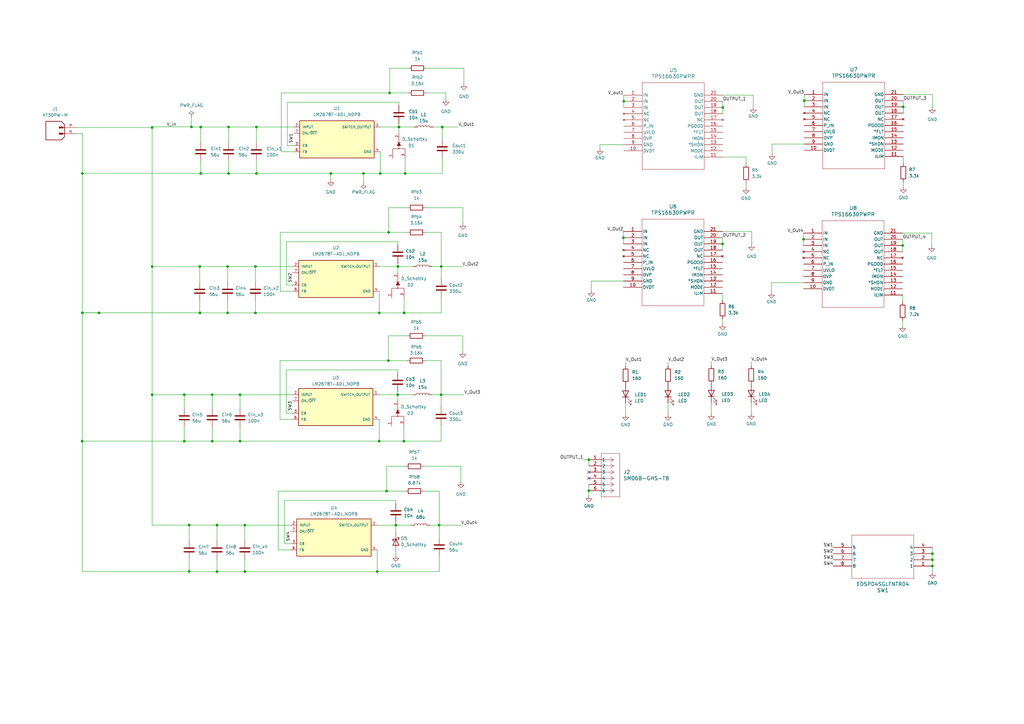
<source format=kicad_sch>
(kicad_sch (version 20230121) (generator eeschema)

  (uuid 6559807b-5ee2-4cda-8a26-87ec8f930410)

  (paper "A3")

  (title_block
    (title "PHEON-X2 Power Regulation Board")
    (date "2025-04-25")
    (rev "1.0")
  )

  (lib_symbols
    (symbol "Device:C" (pin_numbers hide) (pin_names (offset 0.254)) (in_bom yes) (on_board yes)
      (property "Reference" "C" (at 0.635 2.54 0)
        (effects (font (size 1.27 1.27)) (justify left))
      )
      (property "Value" "C" (at 0.635 -2.54 0)
        (effects (font (size 1.27 1.27)) (justify left))
      )
      (property "Footprint" "" (at 0.9652 -3.81 0)
        (effects (font (size 1.27 1.27)) hide)
      )
      (property "Datasheet" "~" (at 0 0 0)
        (effects (font (size 1.27 1.27)) hide)
      )
      (property "ki_keywords" "cap capacitor" (at 0 0 0)
        (effects (font (size 1.27 1.27)) hide)
      )
      (property "ki_description" "Unpolarized capacitor" (at 0 0 0)
        (effects (font (size 1.27 1.27)) hide)
      )
      (property "ki_fp_filters" "C_*" (at 0 0 0)
        (effects (font (size 1.27 1.27)) hide)
      )
      (symbol "C_0_1"
        (polyline
          (pts
            (xy -2.032 -0.762)
            (xy 2.032 -0.762)
          )
          (stroke (width 0.508) (type default))
          (fill (type none))
        )
        (polyline
          (pts
            (xy -2.032 0.762)
            (xy 2.032 0.762)
          )
          (stroke (width 0.508) (type default))
          (fill (type none))
        )
      )
      (symbol "C_1_1"
        (pin passive line (at 0 3.81 270) (length 2.794)
          (name "~" (effects (font (size 1.27 1.27))))
          (number "1" (effects (font (size 1.27 1.27))))
        )
        (pin passive line (at 0 -3.81 90) (length 2.794)
          (name "~" (effects (font (size 1.27 1.27))))
          (number "2" (effects (font (size 1.27 1.27))))
        )
      )
    )
    (symbol "Device:D_Schottky" (pin_numbers hide) (pin_names (offset 1.016) hide) (in_bom yes) (on_board yes)
      (property "Reference" "D" (at 0 2.54 0)
        (effects (font (size 1.27 1.27)))
      )
      (property "Value" "D_Schottky" (at 0 -2.54 0)
        (effects (font (size 1.27 1.27)))
      )
      (property "Footprint" "" (at 0 0 0)
        (effects (font (size 1.27 1.27)) hide)
      )
      (property "Datasheet" "~" (at 0 0 0)
        (effects (font (size 1.27 1.27)) hide)
      )
      (property "ki_keywords" "diode Schottky" (at 0 0 0)
        (effects (font (size 1.27 1.27)) hide)
      )
      (property "ki_description" "Schottky diode" (at 0 0 0)
        (effects (font (size 1.27 1.27)) hide)
      )
      (property "ki_fp_filters" "TO-???* *_Diode_* *SingleDiode* D_*" (at 0 0 0)
        (effects (font (size 1.27 1.27)) hide)
      )
      (symbol "D_Schottky_0_1"
        (polyline
          (pts
            (xy 1.27 0)
            (xy -1.27 0)
          )
          (stroke (width 0) (type default))
          (fill (type none))
        )
        (polyline
          (pts
            (xy 1.27 1.27)
            (xy 1.27 -1.27)
            (xy -1.27 0)
            (xy 1.27 1.27)
          )
          (stroke (width 0.254) (type default))
          (fill (type none))
        )
        (polyline
          (pts
            (xy -1.905 0.635)
            (xy -1.905 1.27)
            (xy -1.27 1.27)
            (xy -1.27 -1.27)
            (xy -0.635 -1.27)
            (xy -0.635 -0.635)
          )
          (stroke (width 0.254) (type default))
          (fill (type none))
        )
      )
      (symbol "D_Schottky_1_1"
        (pin passive line (at -3.81 0 0) (length 2.54)
          (name "K" (effects (font (size 1.27 1.27))))
          (number "1" (effects (font (size 1.27 1.27))))
        )
        (pin passive line (at 3.81 0 180) (length 2.54)
          (name "A" (effects (font (size 1.27 1.27))))
          (number "2" (effects (font (size 1.27 1.27))))
        )
      )
    )
    (symbol "Device:L" (pin_numbers hide) (pin_names (offset 1.016) hide) (in_bom yes) (on_board yes)
      (property "Reference" "L" (at -1.27 0 90)
        (effects (font (size 1.27 1.27)))
      )
      (property "Value" "L" (at 1.905 0 90)
        (effects (font (size 1.27 1.27)))
      )
      (property "Footprint" "" (at 0 0 0)
        (effects (font (size 1.27 1.27)) hide)
      )
      (property "Datasheet" "~" (at 0 0 0)
        (effects (font (size 1.27 1.27)) hide)
      )
      (property "ki_keywords" "inductor choke coil reactor magnetic" (at 0 0 0)
        (effects (font (size 1.27 1.27)) hide)
      )
      (property "ki_description" "Inductor" (at 0 0 0)
        (effects (font (size 1.27 1.27)) hide)
      )
      (property "ki_fp_filters" "Choke_* *Coil* Inductor_* L_*" (at 0 0 0)
        (effects (font (size 1.27 1.27)) hide)
      )
      (symbol "L_0_1"
        (arc (start 0 -2.54) (mid 0.6323 -1.905) (end 0 -1.27)
          (stroke (width 0) (type default))
          (fill (type none))
        )
        (arc (start 0 -1.27) (mid 0.6323 -0.635) (end 0 0)
          (stroke (width 0) (type default))
          (fill (type none))
        )
        (arc (start 0 0) (mid 0.6323 0.635) (end 0 1.27)
          (stroke (width 0) (type default))
          (fill (type none))
        )
        (arc (start 0 1.27) (mid 0.6323 1.905) (end 0 2.54)
          (stroke (width 0) (type default))
          (fill (type none))
        )
      )
      (symbol "L_1_1"
        (pin passive line (at 0 3.81 270) (length 1.27)
          (name "1" (effects (font (size 1.27 1.27))))
          (number "1" (effects (font (size 1.27 1.27))))
        )
        (pin passive line (at 0 -3.81 90) (length 1.27)
          (name "2" (effects (font (size 1.27 1.27))))
          (number "2" (effects (font (size 1.27 1.27))))
        )
      )
    )
    (symbol "Device:LED" (pin_numbers hide) (pin_names (offset 1.016) hide) (in_bom yes) (on_board yes)
      (property "Reference" "D" (at 0 2.54 0)
        (effects (font (size 1.27 1.27)))
      )
      (property "Value" "LED" (at 0 -2.54 0)
        (effects (font (size 1.27 1.27)))
      )
      (property "Footprint" "" (at 0 0 0)
        (effects (font (size 1.27 1.27)) hide)
      )
      (property "Datasheet" "~" (at 0 0 0)
        (effects (font (size 1.27 1.27)) hide)
      )
      (property "ki_keywords" "LED diode" (at 0 0 0)
        (effects (font (size 1.27 1.27)) hide)
      )
      (property "ki_description" "Light emitting diode" (at 0 0 0)
        (effects (font (size 1.27 1.27)) hide)
      )
      (property "ki_fp_filters" "LED* LED_SMD:* LED_THT:*" (at 0 0 0)
        (effects (font (size 1.27 1.27)) hide)
      )
      (symbol "LED_0_1"
        (polyline
          (pts
            (xy -1.27 -1.27)
            (xy -1.27 1.27)
          )
          (stroke (width 0.254) (type default))
          (fill (type none))
        )
        (polyline
          (pts
            (xy -1.27 0)
            (xy 1.27 0)
          )
          (stroke (width 0) (type default))
          (fill (type none))
        )
        (polyline
          (pts
            (xy 1.27 -1.27)
            (xy 1.27 1.27)
            (xy -1.27 0)
            (xy 1.27 -1.27)
          )
          (stroke (width 0.254) (type default))
          (fill (type none))
        )
        (polyline
          (pts
            (xy -3.048 -0.762)
            (xy -4.572 -2.286)
            (xy -3.81 -2.286)
            (xy -4.572 -2.286)
            (xy -4.572 -1.524)
          )
          (stroke (width 0) (type default))
          (fill (type none))
        )
        (polyline
          (pts
            (xy -1.778 -0.762)
            (xy -3.302 -2.286)
            (xy -2.54 -2.286)
            (xy -3.302 -2.286)
            (xy -3.302 -1.524)
          )
          (stroke (width 0) (type default))
          (fill (type none))
        )
      )
      (symbol "LED_1_1"
        (pin passive line (at -3.81 0 0) (length 2.54)
          (name "K" (effects (font (size 1.27 1.27))))
          (number "1" (effects (font (size 1.27 1.27))))
        )
        (pin passive line (at 3.81 0 180) (length 2.54)
          (name "A" (effects (font (size 1.27 1.27))))
          (number "2" (effects (font (size 1.27 1.27))))
        )
      )
    )
    (symbol "Device:R" (pin_numbers hide) (pin_names (offset 0)) (in_bom yes) (on_board yes)
      (property "Reference" "R" (at 2.032 0 90)
        (effects (font (size 1.27 1.27)))
      )
      (property "Value" "R" (at 0 0 90)
        (effects (font (size 1.27 1.27)))
      )
      (property "Footprint" "" (at -1.778 0 90)
        (effects (font (size 1.27 1.27)) hide)
      )
      (property "Datasheet" "~" (at 0 0 0)
        (effects (font (size 1.27 1.27)) hide)
      )
      (property "ki_keywords" "R res resistor" (at 0 0 0)
        (effects (font (size 1.27 1.27)) hide)
      )
      (property "ki_description" "Resistor" (at 0 0 0)
        (effects (font (size 1.27 1.27)) hide)
      )
      (property "ki_fp_filters" "R_*" (at 0 0 0)
        (effects (font (size 1.27 1.27)) hide)
      )
      (symbol "R_0_1"
        (rectangle (start -1.016 -2.54) (end 1.016 2.54)
          (stroke (width 0.254) (type default))
          (fill (type none))
        )
      )
      (symbol "R_1_1"
        (pin passive line (at 0 3.81 270) (length 1.27)
          (name "~" (effects (font (size 1.27 1.27))))
          (number "1" (effects (font (size 1.27 1.27))))
        )
        (pin passive line (at 0 -3.81 90) (length 1.27)
          (name "~" (effects (font (size 1.27 1.27))))
          (number "2" (effects (font (size 1.27 1.27))))
        )
      )
    )
    (symbol "DroneComponentLibrary:EDSP04SGLFNTR04" (pin_names (offset 0.254)) (in_bom yes) (on_board yes)
      (property "Reference" "SW" (at 20.32 10.16 0)
        (effects (font (size 1.524 1.524)))
      )
      (property "Value" "EDSP04SGLFNTR04" (at 20.32 7.62 0)
        (effects (font (size 1.524 1.524)))
      )
      (property "Footprint" "SW4_EDSP04SGLFNTR04_TEC" (at -1.905 12.065 0)
        (effects (font (size 1.27 1.27) italic) hide)
      )
      (property "Datasheet" "EDSP04SGLFNTR04" (at -1.905 12.065 0)
        (effects (font (size 1.27 1.27) italic) hide)
      )
      (property "ki_locked" "" (at 0 0 0)
        (effects (font (size 1.27 1.27)))
      )
      (property "ki_keywords" "EDSP04SGLFNTR04" (at 0 0 0)
        (effects (font (size 1.27 1.27)) hide)
      )
      (property "ki_fp_filters" "SW4_EDSP04SGLFNTR04_TEC SW4_EDSP04SGLFNTR04_TEC-M SW4_EDSP04SGLFNTR04_TEC-L" (at 0 0 0)
        (effects (font (size 1.27 1.27)) hide)
      )
      (symbol "EDSP04SGLFNTR04_0_1"
        (polyline
          (pts
            (xy 7.62 -12.7)
            (xy 33.02 -12.7)
          )
          (stroke (width 0.127) (type default))
          (fill (type none))
        )
        (polyline
          (pts
            (xy 7.62 5.08)
            (xy 7.62 -12.7)
          )
          (stroke (width 0.127) (type default))
          (fill (type none))
        )
        (polyline
          (pts
            (xy 33.02 -12.7)
            (xy 33.02 5.08)
          )
          (stroke (width 0.127) (type default))
          (fill (type none))
        )
        (polyline
          (pts
            (xy 33.02 5.08)
            (xy 7.62 5.08)
          )
          (stroke (width 0.127) (type default))
          (fill (type none))
        )
        (pin unspecified line (at 0 0 0) (length 7.62)
          (name "1" (effects (font (size 1.27 1.27))))
          (number "1" (effects (font (size 1.27 1.27))))
        )
        (pin unspecified line (at 0 -2.54 0) (length 7.62)
          (name "2" (effects (font (size 1.27 1.27))))
          (number "2" (effects (font (size 1.27 1.27))))
        )
        (pin unspecified line (at 0 -5.08 0) (length 7.62)
          (name "3" (effects (font (size 1.27 1.27))))
          (number "3" (effects (font (size 1.27 1.27))))
        )
        (pin unspecified line (at 0 -7.62 0) (length 7.62)
          (name "4" (effects (font (size 1.27 1.27))))
          (number "4" (effects (font (size 1.27 1.27))))
        )
        (pin unspecified line (at 40.64 -7.62 180) (length 7.62)
          (name "5" (effects (font (size 1.27 1.27))))
          (number "5" (effects (font (size 1.27 1.27))))
        )
        (pin unspecified line (at 40.64 -5.08 180) (length 7.62)
          (name "6" (effects (font (size 1.27 1.27))))
          (number "6" (effects (font (size 1.27 1.27))))
        )
        (pin unspecified line (at 40.64 -2.54 180) (length 7.62)
          (name "7" (effects (font (size 1.27 1.27))))
          (number "7" (effects (font (size 1.27 1.27))))
        )
        (pin unspecified line (at 40.64 0 180) (length 7.62)
          (name "8" (effects (font (size 1.27 1.27))))
          (number "8" (effects (font (size 1.27 1.27))))
        )
      )
    )
    (symbol "DroneComponentLibrary:SM06B-GHS-TB" (pin_names (offset 0.254)) (in_bom yes) (on_board yes)
      (property "Reference" "J" (at 8.89 6.35 0)
        (effects (font (size 1.524 1.524)))
      )
      (property "Value" "SM06B-GHS-TB" (at 8.89 3.81 0)
        (effects (font (size 1.524 1.524)))
      )
      (property "Footprint" "CONN_SM06B-GHS-TB_JST" (at 8.89 -16.51 0)
        (effects (font (size 1.27 1.27) italic) hide)
      )
      (property "Datasheet" "SM06B-GHS-TB" (at 10.795 -19.05 0)
        (effects (font (size 1.27 1.27) italic) hide)
      )
      (property "ki_locked" "" (at 0 0 0)
        (effects (font (size 1.27 1.27)))
      )
      (property "ki_keywords" "SM06B-GHS-TB" (at 0 0 0)
        (effects (font (size 1.27 1.27)) hide)
      )
      (property "ki_fp_filters" "CONN_SM06B-GHS-TB_JST" (at 0 0 0)
        (effects (font (size 1.27 1.27)) hide)
      )
      (symbol "SM06B-GHS-TB_1_1"
        (polyline
          (pts
            (xy 5.08 -15.24)
            (xy 12.7 -15.24)
          )
          (stroke (width 0.127) (type default))
          (fill (type none))
        )
        (polyline
          (pts
            (xy 5.08 2.54)
            (xy 5.08 -15.24)
          )
          (stroke (width 0.127) (type default))
          (fill (type none))
        )
        (polyline
          (pts
            (xy 10.16 -12.7)
            (xy 5.08 -12.7)
          )
          (stroke (width 0.127) (type default))
          (fill (type none))
        )
        (polyline
          (pts
            (xy 10.16 -12.7)
            (xy 8.89 -13.5467)
          )
          (stroke (width 0.127) (type default))
          (fill (type none))
        )
        (polyline
          (pts
            (xy 10.16 -12.7)
            (xy 8.89 -11.8533)
          )
          (stroke (width 0.127) (type default))
          (fill (type none))
        )
        (polyline
          (pts
            (xy 10.16 -10.16)
            (xy 5.08 -10.16)
          )
          (stroke (width 0.127) (type default))
          (fill (type none))
        )
        (polyline
          (pts
            (xy 10.16 -10.16)
            (xy 8.89 -11.0067)
          )
          (stroke (width 0.127) (type default))
          (fill (type none))
        )
        (polyline
          (pts
            (xy 10.16 -10.16)
            (xy 8.89 -9.3133)
          )
          (stroke (width 0.127) (type default))
          (fill (type none))
        )
        (polyline
          (pts
            (xy 10.16 -7.62)
            (xy 5.08 -7.62)
          )
          (stroke (width 0.127) (type default))
          (fill (type none))
        )
        (polyline
          (pts
            (xy 10.16 -7.62)
            (xy 8.89 -8.4667)
          )
          (stroke (width 0.127) (type default))
          (fill (type none))
        )
        (polyline
          (pts
            (xy 10.16 -7.62)
            (xy 8.89 -6.7733)
          )
          (stroke (width 0.127) (type default))
          (fill (type none))
        )
        (polyline
          (pts
            (xy 10.16 -5.08)
            (xy 5.08 -5.08)
          )
          (stroke (width 0.127) (type default))
          (fill (type none))
        )
        (polyline
          (pts
            (xy 10.16 -5.08)
            (xy 8.89 -5.9267)
          )
          (stroke (width 0.127) (type default))
          (fill (type none))
        )
        (polyline
          (pts
            (xy 10.16 -5.08)
            (xy 8.89 -4.2333)
          )
          (stroke (width 0.127) (type default))
          (fill (type none))
        )
        (polyline
          (pts
            (xy 10.16 -2.54)
            (xy 5.08 -2.54)
          )
          (stroke (width 0.127) (type default))
          (fill (type none))
        )
        (polyline
          (pts
            (xy 10.16 -2.54)
            (xy 8.89 -3.3867)
          )
          (stroke (width 0.127) (type default))
          (fill (type none))
        )
        (polyline
          (pts
            (xy 10.16 -2.54)
            (xy 8.89 -1.6933)
          )
          (stroke (width 0.127) (type default))
          (fill (type none))
        )
        (polyline
          (pts
            (xy 10.16 0)
            (xy 5.08 0)
          )
          (stroke (width 0.127) (type default))
          (fill (type none))
        )
        (polyline
          (pts
            (xy 10.16 0)
            (xy 8.89 -0.8467)
          )
          (stroke (width 0.127) (type default))
          (fill (type none))
        )
        (polyline
          (pts
            (xy 10.16 0)
            (xy 8.89 0.8467)
          )
          (stroke (width 0.127) (type default))
          (fill (type none))
        )
        (polyline
          (pts
            (xy 12.7 -15.24)
            (xy 12.7 2.54)
          )
          (stroke (width 0.127) (type default))
          (fill (type none))
        )
        (polyline
          (pts
            (xy 12.7 2.54)
            (xy 5.08 2.54)
          )
          (stroke (width 0.127) (type default))
          (fill (type none))
        )
        (pin unspecified line (at 0 0 0) (length 5.08)
          (name "1" (effects (font (size 1.27 1.27))))
          (number "1" (effects (font (size 1.27 1.27))))
        )
        (pin unspecified line (at 0 -2.54 0) (length 5.08)
          (name "2" (effects (font (size 1.27 1.27))))
          (number "2" (effects (font (size 1.27 1.27))))
        )
        (pin unspecified line (at 0 -5.08 0) (length 5.08)
          (name "3" (effects (font (size 1.27 1.27))))
          (number "3" (effects (font (size 1.27 1.27))))
        )
        (pin unspecified line (at 0 -7.62 0) (length 5.08)
          (name "4" (effects (font (size 1.27 1.27))))
          (number "4" (effects (font (size 1.27 1.27))))
        )
        (pin unspecified line (at 0 -10.16 0) (length 5.08)
          (name "5" (effects (font (size 1.27 1.27))))
          (number "5" (effects (font (size 1.27 1.27))))
        )
        (pin unspecified line (at 0 -12.7 0) (length 5.08)
          (name "6" (effects (font (size 1.27 1.27))))
          (number "6" (effects (font (size 1.27 1.27))))
        )
      )
      (symbol "SM06B-GHS-TB_1_2"
        (polyline
          (pts
            (xy 5.08 -15.24)
            (xy 12.7 -15.24)
          )
          (stroke (width 0.127) (type default))
          (fill (type none))
        )
        (polyline
          (pts
            (xy 5.08 2.54)
            (xy 5.08 -15.24)
          )
          (stroke (width 0.127) (type default))
          (fill (type none))
        )
        (polyline
          (pts
            (xy 7.62 -12.7)
            (xy 5.08 -12.7)
          )
          (stroke (width 0.127) (type default))
          (fill (type none))
        )
        (polyline
          (pts
            (xy 7.62 -12.7)
            (xy 8.89 -13.5467)
          )
          (stroke (width 0.127) (type default))
          (fill (type none))
        )
        (polyline
          (pts
            (xy 7.62 -12.7)
            (xy 8.89 -11.8533)
          )
          (stroke (width 0.127) (type default))
          (fill (type none))
        )
        (polyline
          (pts
            (xy 7.62 -10.16)
            (xy 5.08 -10.16)
          )
          (stroke (width 0.127) (type default))
          (fill (type none))
        )
        (polyline
          (pts
            (xy 7.62 -10.16)
            (xy 8.89 -11.0067)
          )
          (stroke (width 0.127) (type default))
          (fill (type none))
        )
        (polyline
          (pts
            (xy 7.62 -10.16)
            (xy 8.89 -9.3133)
          )
          (stroke (width 0.127) (type default))
          (fill (type none))
        )
        (polyline
          (pts
            (xy 7.62 -7.62)
            (xy 5.08 -7.62)
          )
          (stroke (width 0.127) (type default))
          (fill (type none))
        )
        (polyline
          (pts
            (xy 7.62 -7.62)
            (xy 8.89 -8.4667)
          )
          (stroke (width 0.127) (type default))
          (fill (type none))
        )
        (polyline
          (pts
            (xy 7.62 -7.62)
            (xy 8.89 -6.7733)
          )
          (stroke (width 0.127) (type default))
          (fill (type none))
        )
        (polyline
          (pts
            (xy 7.62 -5.08)
            (xy 5.08 -5.08)
          )
          (stroke (width 0.127) (type default))
          (fill (type none))
        )
        (polyline
          (pts
            (xy 7.62 -5.08)
            (xy 8.89 -5.9267)
          )
          (stroke (width 0.127) (type default))
          (fill (type none))
        )
        (polyline
          (pts
            (xy 7.62 -5.08)
            (xy 8.89 -4.2333)
          )
          (stroke (width 0.127) (type default))
          (fill (type none))
        )
        (polyline
          (pts
            (xy 7.62 -2.54)
            (xy 5.08 -2.54)
          )
          (stroke (width 0.127) (type default))
          (fill (type none))
        )
        (polyline
          (pts
            (xy 7.62 -2.54)
            (xy 8.89 -3.3867)
          )
          (stroke (width 0.127) (type default))
          (fill (type none))
        )
        (polyline
          (pts
            (xy 7.62 -2.54)
            (xy 8.89 -1.6933)
          )
          (stroke (width 0.127) (type default))
          (fill (type none))
        )
        (polyline
          (pts
            (xy 7.62 0)
            (xy 5.08 0)
          )
          (stroke (width 0.127) (type default))
          (fill (type none))
        )
        (polyline
          (pts
            (xy 7.62 0)
            (xy 8.89 -0.8467)
          )
          (stroke (width 0.127) (type default))
          (fill (type none))
        )
        (polyline
          (pts
            (xy 7.62 0)
            (xy 8.89 0.8467)
          )
          (stroke (width 0.127) (type default))
          (fill (type none))
        )
        (polyline
          (pts
            (xy 12.7 -15.24)
            (xy 12.7 2.54)
          )
          (stroke (width 0.127) (type default))
          (fill (type none))
        )
        (polyline
          (pts
            (xy 12.7 2.54)
            (xy 5.08 2.54)
          )
          (stroke (width 0.127) (type default))
          (fill (type none))
        )
        (pin unspecified line (at 0 0 0) (length 5.08)
          (name "1" (effects (font (size 1.27 1.27))))
          (number "1" (effects (font (size 1.27 1.27))))
        )
        (pin unspecified line (at 0 -2.54 0) (length 5.08)
          (name "2" (effects (font (size 1.27 1.27))))
          (number "2" (effects (font (size 1.27 1.27))))
        )
        (pin unspecified line (at 0 -5.08 0) (length 5.08)
          (name "3" (effects (font (size 1.27 1.27))))
          (number "3" (effects (font (size 1.27 1.27))))
        )
        (pin unspecified line (at 0 -7.62 0) (length 5.08)
          (name "4" (effects (font (size 1.27 1.27))))
          (number "4" (effects (font (size 1.27 1.27))))
        )
        (pin unspecified line (at 0 -10.16 0) (length 5.08)
          (name "5" (effects (font (size 1.27 1.27))))
          (number "5" (effects (font (size 1.27 1.27))))
        )
        (pin unspecified line (at 0 -12.7 0) (length 5.08)
          (name "6" (effects (font (size 1.27 1.27))))
          (number "6" (effects (font (size 1.27 1.27))))
        )
      )
    )
    (symbol "DroneComponentLibrary:TPS16630PWPR" (pin_names (offset 0.254)) (in_bom yes) (on_board yes)
      (property "Reference" "U" (at 20.32 10.16 0)
        (effects (font (size 1.524 1.524)))
      )
      (property "Value" "TPS16630PWPR" (at 20.32 7.62 0)
        (effects (font (size 1.524 1.524)))
      )
      (property "Footprint" "HTSSOP20_PWP_TEX" (at 20.32 15.24 0)
        (effects (font (size 1.27 1.27) italic) hide)
      )
      (property "Datasheet" "TPS16630PWPR" (at 20.32 12.7 0)
        (effects (font (size 1.27 1.27) italic) hide)
      )
      (property "ki_locked" "" (at 0 0 0)
        (effects (font (size 1.27 1.27)))
      )
      (property "ki_keywords" "TPS16630PWPR" (at 0 0 0)
        (effects (font (size 1.27 1.27)) hide)
      )
      (property "ki_fp_filters" "HTSSOP20_PWP_TEX HTSSOP20_PWP_TEX-M HTSSOP20_PWP_TEX-L" (at 0 0 0)
        (effects (font (size 1.27 1.27)) hide)
      )
      (symbol "TPS16630PWPR_0_1"
        (polyline
          (pts
            (xy 7.62 -30.48)
            (xy 33.02 -30.48)
          )
          (stroke (width 0.127) (type default))
          (fill (type none))
        )
        (polyline
          (pts
            (xy 7.62 5.08)
            (xy 7.62 -30.48)
          )
          (stroke (width 0.127) (type default))
          (fill (type none))
        )
        (polyline
          (pts
            (xy 33.02 -30.48)
            (xy 33.02 5.08)
          )
          (stroke (width 0.127) (type default))
          (fill (type none))
        )
        (polyline
          (pts
            (xy 33.02 5.08)
            (xy 7.62 5.08)
          )
          (stroke (width 0.127) (type default))
          (fill (type none))
        )
        (pin power_in line (at 0 0 0) (length 7.62)
          (name "IN" (effects (font (size 1.27 1.27))))
          (number "1" (effects (font (size 1.27 1.27))))
        )
        (pin bidirectional line (at 0 -22.86 0) (length 7.62)
          (name "DVDT" (effects (font (size 1.27 1.27))))
          (number "10" (effects (font (size 1.27 1.27))))
        )
        (pin bidirectional line (at 40.64 -25.4 180) (length 7.62)
          (name "ILIM" (effects (font (size 1.27 1.27))))
          (number "11" (effects (font (size 1.27 1.27))))
        )
        (pin input line (at 40.64 -22.86 180) (length 7.62)
          (name "MODE" (effects (font (size 1.27 1.27))))
          (number "12" (effects (font (size 1.27 1.27))))
        )
        (pin input line (at 40.64 -20.32 180) (length 7.62)
          (name "*SHDN" (effects (font (size 1.27 1.27))))
          (number "13" (effects (font (size 1.27 1.27))))
        )
        (pin output line (at 40.64 -17.78 180) (length 7.62)
          (name "IMON" (effects (font (size 1.27 1.27))))
          (number "14" (effects (font (size 1.27 1.27))))
        )
        (pin output line (at 40.64 -15.24 180) (length 7.62)
          (name "*FLT" (effects (font (size 1.27 1.27))))
          (number "15" (effects (font (size 1.27 1.27))))
        )
        (pin output line (at 40.64 -12.7 180) (length 7.62)
          (name "PGOOD" (effects (font (size 1.27 1.27))))
          (number "16" (effects (font (size 1.27 1.27))))
        )
        (pin no_connect line (at 40.64 -10.16 180) (length 7.62)
          (name "NC" (effects (font (size 1.27 1.27))))
          (number "17" (effects (font (size 1.27 1.27))))
        )
        (pin power_in line (at 40.64 -7.62 180) (length 7.62)
          (name "OUT" (effects (font (size 1.27 1.27))))
          (number "18" (effects (font (size 1.27 1.27))))
        )
        (pin power_in line (at 40.64 -5.08 180) (length 7.62)
          (name "OUT" (effects (font (size 1.27 1.27))))
          (number "19" (effects (font (size 1.27 1.27))))
        )
        (pin power_in line (at 0 -2.54 0) (length 7.62)
          (name "IN" (effects (font (size 1.27 1.27))))
          (number "2" (effects (font (size 1.27 1.27))))
        )
        (pin power_in line (at 40.64 -2.54 180) (length 7.62)
          (name "OUT" (effects (font (size 1.27 1.27))))
          (number "20" (effects (font (size 1.27 1.27))))
        )
        (pin power_out line (at 40.64 0 180) (length 7.62)
          (name "GND" (effects (font (size 1.27 1.27))))
          (number "21" (effects (font (size 1.27 1.27))))
        )
        (pin power_in line (at 0 -5.08 0) (length 7.62)
          (name "IN" (effects (font (size 1.27 1.27))))
          (number "3" (effects (font (size 1.27 1.27))))
        )
        (pin no_connect line (at 0 -7.62 0) (length 7.62)
          (name "NC" (effects (font (size 1.27 1.27))))
          (number "4" (effects (font (size 1.27 1.27))))
        )
        (pin no_connect line (at 0 -10.16 0) (length 7.62)
          (name "NC" (effects (font (size 1.27 1.27))))
          (number "5" (effects (font (size 1.27 1.27))))
        )
        (pin power_in line (at 0 -12.7 0) (length 7.62)
          (name "P_IN" (effects (font (size 1.27 1.27))))
          (number "6" (effects (font (size 1.27 1.27))))
        )
        (pin input line (at 0 -15.24 0) (length 7.62)
          (name "UVLO" (effects (font (size 1.27 1.27))))
          (number "7" (effects (font (size 1.27 1.27))))
        )
        (pin input line (at 0 -17.78 0) (length 7.62)
          (name "OVP" (effects (font (size 1.27 1.27))))
          (number "8" (effects (font (size 1.27 1.27))))
        )
        (pin power_out line (at 0 -20.32 0) (length 7.62)
          (name "GND" (effects (font (size 1.27 1.27))))
          (number "9" (effects (font (size 1.27 1.27))))
        )
      )
    )
    (symbol "DroneComponentLibrary:XT30PW-M" (pin_names (offset 1.016)) (in_bom yes) (on_board yes)
      (property "Reference" "J" (at -7.62 3.302 0)
        (effects (font (size 1.27 1.27)) (justify left bottom))
      )
      (property "Value" "XT30PW-M" (at -7.62 -7.62 0)
        (effects (font (size 1.27 1.27)) (justify left bottom))
      )
      (property "Footprint" "XT30PW-M:AMASS_XT30PW-M" (at -1.27 6.35 0)
        (effects (font (size 1.27 1.27)) (justify bottom) hide)
      )
      (property "Datasheet" "" (at 0 0 0)
        (effects (font (size 1.27 1.27)) hide)
      )
      (property "MF" "AMASS" (at 13.335 -5.08 0)
        (effects (font (size 1.27 1.27)) (justify bottom) hide)
      )
      (property "MAXIMUM_PACKAGE_HEIGHT" "5 mm" (at 11.43 -0.635 0)
        (effects (font (size 1.27 1.27)) (justify bottom) hide)
      )
      (property "Package" "None" (at 12.7 -3.175 0)
        (effects (font (size 1.27 1.27)) (justify bottom) hide)
      )
      (property "Price" "None" (at 12.7 -6.985 0)
        (effects (font (size 1.27 1.27)) (justify bottom) hide)
      )
      (property "Check_prices" "https://www.snapeda.com/parts/XT30PW-M/AMASS/view-part/?ref=eda" (at -1.27 6.35 0)
        (effects (font (size 1.27 1.27)) (justify bottom) hide)
      )
      (property "STANDARD" "Manufacturer Recommendations" (at -1.27 6.35 0)
        (effects (font (size 1.27 1.27)) (justify bottom) hide)
      )
      (property "PARTREV" "1.2" (at 0.635 3.175 0)
        (effects (font (size 1.27 1.27)) (justify bottom) hide)
      )
      (property "SnapEDA_Link" "https://www.snapeda.com/parts/XT30PW-M/AMASS/view-part/?ref=snap" (at -1.27 6.35 0)
        (effects (font (size 1.27 1.27)) (justify bottom) hide)
      )
      (property "MP" "XT30PW-M" (at -2.54 -10.795 0)
        (effects (font (size 1.27 1.27)) (justify bottom) hide)
      )
      (property "Description" "\n                        \n                            Socket; DC supply; XT30; male; PIN: 2; on PCBs; THT; Colour: yellow\n                        \n" (at -1.27 6.35 0)
        (effects (font (size 1.27 1.27)) (justify bottom) hide)
      )
      (property "MANUFACTURER" "Amass" (at -17.145 -3.175 0)
        (effects (font (size 1.27 1.27)) (justify bottom) hide)
      )
      (property "Availability" "Not in stock" (at 13.335 3.81 0)
        (effects (font (size 1.27 1.27)) (justify bottom) hide)
      )
      (property "SNAPEDA_PN" "XT30PW-M" (at 13.335 3.81 0)
        (effects (font (size 1.27 1.27)) (justify bottom) hide)
      )
      (symbol "XT30PW-M_0_0"
        (rectangle (start -2.2225 -2.2225) (end -0.635 -2.8575)
          (stroke (width 0.1) (type default))
          (fill (type outline))
        )
        (rectangle (start -2.2225 0.3175) (end -0.635 -0.3175)
          (stroke (width 0.1) (type default))
          (fill (type outline))
        )
        (polyline
          (pts
            (xy -7.62 -5.08)
            (xy -7.62 2.54)
          )
          (stroke (width 0.254) (type default))
          (fill (type none))
        )
        (polyline
          (pts
            (xy -7.62 2.54)
            (xy -1.27 2.54)
          )
          (stroke (width 0.254) (type default))
          (fill (type none))
        )
        (polyline
          (pts
            (xy -1.27 -5.08)
            (xy -7.62 -5.08)
          )
          (stroke (width 0.254) (type default))
          (fill (type none))
        )
        (polyline
          (pts
            (xy 0 -3.81)
            (xy -1.27 -5.08)
          )
          (stroke (width 0.254) (type default))
          (fill (type none))
        )
        (polyline
          (pts
            (xy 0 -2.54)
            (xy -1.905 -2.54)
          )
          (stroke (width 0.254) (type default))
          (fill (type none))
        )
        (polyline
          (pts
            (xy 0 0)
            (xy -1.905 0)
          )
          (stroke (width 0.254) (type default))
          (fill (type none))
        )
        (polyline
          (pts
            (xy 0 0)
            (xy 0 -3.81)
          )
          (stroke (width 0.254) (type default))
          (fill (type none))
        )
        (polyline
          (pts
            (xy 0 1.27)
            (xy -1.27 2.54)
          )
          (stroke (width 0.254) (type default))
          (fill (type none))
        )
        (polyline
          (pts
            (xy 0 1.27)
            (xy 0 0)
          )
          (stroke (width 0.254) (type default))
          (fill (type none))
        )
      )
      (symbol "XT30PW-M_1_0"
        (pin power_in line (at 5.08 -2.54 180) (length 5.08)
          (name "" (effects (font (size 1.016 1.016))))
          (number "N" (effects (font (size 1.016 1.016))))
        )
        (pin power_in line (at 5.08 0 180) (length 5.08)
          (name "" (effects (font (size 1.016 1.016))))
          (number "P" (effects (font (size 1.016 1.016))))
        )
      )
    )
    (symbol "Regulators_Switching_3rd_Party:LM2678T-ADJ_NOPB" (pin_names (offset 1.016)) (in_bom yes) (on_board yes)
      (property "Reference" "U" (at -15.3073 7.6536 0)
        (effects (font (size 1.27 1.27)) (justify left bottom))
      )
      (property "Value" "LM2678T-ADJ_NOPB" (at -15.2977 -10.1985 0)
        (effects (font (size 1.27 1.27)) (justify left bottom))
      )
      (property "Footprint" "LM2678T-ADJ_NOPB:TO127P1041X469X2199-7N" (at 0.635 11.43 0)
        (effects (font (size 1.27 1.27)) (justify bottom) hide)
      )
      (property "Datasheet" "" (at 0 0 0)
        (effects (font (size 1.27 1.27)) hide)
      )
      (property "MANUFACTURER" "TEXAS INSTRUMENTS" (at -0.635 15.24 0)
        (effects (font (size 1.27 1.27)) (justify bottom) hide)
      )
      (symbol "LM2678T-ADJ_NOPB_0_0"
        (rectangle (start -15.24 7.62) (end 15.24 -7.62)
          (stroke (width 0.254) (type default))
          (fill (type background))
        )
        (pin output line (at 17.78 5.08 180) (length 2.54)
          (name "SWITCH_OUTPUT" (effects (font (size 1.016 1.016))))
          (number "1" (effects (font (size 1.016 1.016))))
        )
        (pin input line (at -17.78 5.08 0) (length 2.54)
          (name "INPUT" (effects (font (size 1.016 1.016))))
          (number "2" (effects (font (size 1.016 1.016))))
        )
        (pin input line (at -17.78 -2.54 0) (length 2.54)
          (name "CB" (effects (font (size 1.016 1.016))))
          (number "3" (effects (font (size 1.016 1.016))))
        )
        (pin power_in line (at 17.78 -5.08 180) (length 2.54)
          (name "GND" (effects (font (size 1.016 1.016))))
          (number "4" (effects (font (size 1.016 1.016))))
        )
        (pin input line (at -17.78 -5.08 0) (length 2.54)
          (name "FB" (effects (font (size 1.016 1.016))))
          (number "6" (effects (font (size 1.016 1.016))))
        )
        (pin input line (at -17.78 2.54 0) (length 2.54)
          (name "ON/~{OFF}" (effects (font (size 1.016 1.016))))
          (number "7" (effects (font (size 1.016 1.016))))
        )
      )
    )
    (symbol "SBRD10200TR:SBRD10200TR" (pin_names (offset 1.016)) (in_bom yes) (on_board yes)
      (property "Reference" "D" (at 5.08 2.54 0)
        (effects (font (size 1.27 1.27)) (justify left bottom))
      )
      (property "Value" "SBRD10200TR" (at 4.445 -3.81 0)
        (effects (font (size 1.27 1.27)) (justify left bottom))
      )
      (property "Footprint" "SBRD10200TR:DPAK228P1005X240-4N" (at 0 16.51 0)
        (effects (font (size 1.27 1.27)) (justify bottom) hide)
      )
      (property "Datasheet" "" (at 0 0 0)
        (effects (font (size 1.27 1.27)) hide)
      )
      (property "MF" "SMC Diode" (at 0 8.89 0)
        (effects (font (size 1.27 1.27)) (justify bottom) hide)
      )
      (property "Description" "\nDiode Schottky 200 V 10A Surface Mount DPAK\n" (at 0 14.605 0)
        (effects (font (size 1.27 1.27)) (justify bottom) hide)
      )
      (property "Package" "TO-252-3 SMC" (at -0.635 11.43 0)
        (effects (font (size 1.27 1.27)) (justify bottom) hide)
      )
      (property "Price" "None" (at 14.605 3.81 0)
        (effects (font (size 1.27 1.27)) (justify bottom) hide)
      )
      (property "Check_prices" "https://www.snapeda.com/parts/SBRD10200TR/SMC+Diode+Solutions/view-part/?ref=eda" (at -1.905 19.05 0)
        (effects (font (size 1.27 1.27)) (justify bottom) hide)
      )
      (property "STANDARD" "IPC 7351B" (at 0 -9.525 0)
        (effects (font (size 1.27 1.27)) (justify bottom) hide)
      )
      (property "PARTREV" "A" (at 0 0 0)
        (effects (font (size 1.27 1.27)) (justify bottom) hide)
      )
      (property "SnapEDA_Link" "https://www.snapeda.com/parts/SBRD10200TR/SMC+Diode+Solutions/view-part/?ref=snap" (at -1.27 21.59 0)
        (effects (font (size 1.27 1.27)) (justify bottom) hide)
      )
      (property "MP" "SBRD10200TR" (at 0 -12.7 0)
        (effects (font (size 1.27 1.27)) (justify bottom) hide)
      )
      (property "Availability" "In Stock" (at 32.385 10.16 0)
        (effects (font (size 1.27 1.27)) (justify bottom) hide)
      )
      (property "MANUFACTURER" "SMC DIODE SOLUTIONS" (at 0 5.715 0)
        (effects (font (size 1.27 1.27)) (justify bottom) hide)
      )
      (symbol "SBRD10200TR_0_0"
        (circle (center 0 -1.27) (radius 0.1524)
          (stroke (width 0.1524) (type default))
          (fill (type none))
        )
        (polyline
          (pts
            (xy -2.54 -1.27)
            (xy -2.54 -2.794)
          )
          (stroke (width 0.1524) (type default))
          (fill (type none))
        )
        (polyline
          (pts
            (xy 0 -1.27)
            (xy -2.54 -1.27)
          )
          (stroke (width 0.1524) (type default))
          (fill (type none))
        )
        (polyline
          (pts
            (xy 0 -1.27)
            (xy 2.54 -1.27)
          )
          (stroke (width 0.1524) (type default))
          (fill (type none))
        )
        (polyline
          (pts
            (xy 0 0)
            (xy 0 -1.27)
          )
          (stroke (width 0.1524) (type default))
          (fill (type none))
        )
        (polyline
          (pts
            (xy 0 1.27)
            (xy -0.762 1.27)
          )
          (stroke (width 0.1524) (type default))
          (fill (type none))
        )
        (polyline
          (pts
            (xy 0 1.27)
            (xy 0 2.54)
          )
          (stroke (width 0.1524) (type default))
          (fill (type none))
        )
        (polyline
          (pts
            (xy 0.762 1.27)
            (xy 0 1.27)
          )
          (stroke (width 0.1524) (type default))
          (fill (type none))
        )
        (polyline
          (pts
            (xy 2.54 -1.27)
            (xy 2.54 -2.54)
          )
          (stroke (width 0.1524) (type default))
          (fill (type none))
        )
        (polyline
          (pts
            (xy 0 1.27)
            (xy 0.762 0)
            (xy -0.762 0)
            (xy 0 1.27)
          )
          (stroke (width 0.1524) (type default))
          (fill (type outline))
        )
        (pin passive line (at -2.54 -5.334 90) (length 2.54)
          (name "~" (effects (font (size 1.016 1.016))))
          (number "1" (effects (font (size 1.016 1.016))))
        )
        (pin passive line (at 0 5.08 270) (length 2.54)
          (name "~" (effects (font (size 1.016 1.016))))
          (number "2" (effects (font (size 1.016 1.016))))
        )
        (pin passive line (at 2.54 -5.08 90) (length 2.54)
          (name "~" (effects (font (size 1.016 1.016))))
          (number "3" (effects (font (size 1.016 1.016))))
        )
      )
    )
    (symbol "power:GND" (power) (pin_names (offset 0)) (in_bom yes) (on_board yes)
      (property "Reference" "#PWR" (at 0 -6.35 0)
        (effects (font (size 1.27 1.27)) hide)
      )
      (property "Value" "GND" (at 0 -3.81 0)
        (effects (font (size 1.27 1.27)))
      )
      (property "Footprint" "" (at 0 0 0)
        (effects (font (size 1.27 1.27)) hide)
      )
      (property "Datasheet" "" (at 0 0 0)
        (effects (font (size 1.27 1.27)) hide)
      )
      (property "ki_keywords" "global power" (at 0 0 0)
        (effects (font (size 1.27 1.27)) hide)
      )
      (property "ki_description" "Power symbol creates a global label with name \"GND\" , ground" (at 0 0 0)
        (effects (font (size 1.27 1.27)) hide)
      )
      (symbol "GND_0_1"
        (polyline
          (pts
            (xy 0 0)
            (xy 0 -1.27)
            (xy 1.27 -1.27)
            (xy 0 -2.54)
            (xy -1.27 -1.27)
            (xy 0 -1.27)
          )
          (stroke (width 0) (type default))
          (fill (type none))
        )
      )
      (symbol "GND_1_1"
        (pin power_in line (at 0 0 270) (length 0) hide
          (name "GND" (effects (font (size 1.27 1.27))))
          (number "1" (effects (font (size 1.27 1.27))))
        )
      )
    )
    (symbol "power:PWR_FLAG" (power) (pin_numbers hide) (pin_names (offset 0) hide) (in_bom yes) (on_board yes)
      (property "Reference" "#FLG" (at 0 1.905 0)
        (effects (font (size 1.27 1.27)) hide)
      )
      (property "Value" "PWR_FLAG" (at 0 3.81 0)
        (effects (font (size 1.27 1.27)))
      )
      (property "Footprint" "" (at 0 0 0)
        (effects (font (size 1.27 1.27)) hide)
      )
      (property "Datasheet" "~" (at 0 0 0)
        (effects (font (size 1.27 1.27)) hide)
      )
      (property "ki_keywords" "flag power" (at 0 0 0)
        (effects (font (size 1.27 1.27)) hide)
      )
      (property "ki_description" "Special symbol for telling ERC where power comes from" (at 0 0 0)
        (effects (font (size 1.27 1.27)) hide)
      )
      (symbol "PWR_FLAG_0_0"
        (pin power_out line (at 0 0 90) (length 0)
          (name "pwr" (effects (font (size 1.27 1.27))))
          (number "1" (effects (font (size 1.27 1.27))))
        )
      )
      (symbol "PWR_FLAG_0_1"
        (polyline
          (pts
            (xy 0 0)
            (xy 0 1.27)
            (xy -1.016 1.905)
            (xy 0 2.54)
            (xy 1.016 1.905)
            (xy 0 1.27)
          )
          (stroke (width 0) (type default))
          (fill (type none))
        )
      )
    )
  )

  (junction (at 165.735 128.3462) (diameter 0) (color 0 0 0 0)
    (uuid 00227610-8d7e-432b-a1d3-543ae5a282bd)
  )
  (junction (at 165.6588 180.9242) (diameter 0) (color 0 0 0 0)
    (uuid 020c2306-2d42-4873-a3c6-3606e6e5a8f5)
  )
  (junction (at 100.4316 215.392) (diameter 0) (color 0 0 0 0)
    (uuid 04aee7f3-c7cd-4414-86a7-342a82b1e001)
  )
  (junction (at 100.4316 234.4166) (diameter 0) (color 0 0 0 0)
    (uuid 063a6c1d-7dca-40f9-9c7f-4777d61c7af3)
  )
  (junction (at 382.4224 232.156) (diameter 0) (color 0 0 0 0)
    (uuid 11cc7b16-4673-4ab4-8ec8-08d25a77f4ee)
  )
  (junction (at 180.8988 161.8742) (diameter 0) (color 0 0 0 0)
    (uuid 186ad235-c80c-4053-bfc3-975473f2d23b)
  )
  (junction (at 77.5716 234.3658) (diameter 0) (color 0 0 0 0)
    (uuid 1b357d25-33ea-4b65-8a1f-d1b135d4cd43)
  )
  (junction (at 81.9404 109.2962) (diameter 0) (color 0 0 0 0)
    (uuid 1ee3bdb9-bf0b-4ab7-8bae-08600776c58e)
  )
  (junction (at 33.782 128.2954) (diameter 0) (color 0 0 0 0)
    (uuid 1f494ce1-3e8f-465d-a270-d689be708452)
  )
  (junction (at 180.1368 215.392) (diameter 0) (color 0 0 0 0)
    (uuid 22613391-d148-4417-9b2f-37089bcc736a)
  )
  (junction (at 162.3568 215.392) (diameter 0) (color 0 0 0 0)
    (uuid 24ea5a22-b531-4940-b13e-712a326811bf)
  )
  (junction (at 75.5904 161.8742) (diameter 0) (color 0 0 0 0)
    (uuid 2971575e-7b11-402a-875c-bdbd3145e719)
  )
  (junction (at 62.3824 161.8742) (diameter 0) (color 0 0 0 0)
    (uuid 2eb3cd0e-f40e-447c-aa9d-fc9eab23c859)
  )
  (junction (at 329.565 98.1456) (diameter 0) (color 0 0 0 0)
    (uuid 32c3c805-4e80-47ba-bc70-2001f081963f)
  )
  (junction (at 296.3418 100.0252) (diameter 0) (color 0 0 0 0)
    (uuid 3ace4dfe-4d06-44f4-af90-b728715d173f)
  )
  (junction (at 382.4224 227.076) (diameter 0) (color 0 0 0 0)
    (uuid 3bfae345-6446-4bb7-bfee-975deeaabbf0)
  )
  (junction (at 163.1188 161.8742) (diameter 0) (color 0 0 0 0)
    (uuid 3e647aea-642e-497a-9769-ea994af59993)
  )
  (junction (at 181.3814 52.0954) (diameter 0) (color 0 0 0 0)
    (uuid 41ccccd6-5bb5-4ec7-bed1-f7837835d178)
  )
  (junction (at 163.6014 52.0954) (diameter 0) (color 0 0 0 0)
    (uuid 46a6b094-31a5-40d5-b586-4a9f24437cc2)
  )
  (junction (at 105.1814 71.1454) (diameter 0) (color 0 0 0 0)
    (uuid 50666bef-79aa-41ac-b38d-f0d70c72a638)
  )
  (junction (at 93.7514 71.1454) (diameter 0) (color 0 0 0 0)
    (uuid 5431c3b7-51f8-48ea-bdbd-1c54420e82df)
  )
  (junction (at 77.5716 215.3666) (diameter 0) (color 0 0 0 0)
    (uuid 55c7cd9a-e796-414b-8bc6-181bc03e464e)
  )
  (junction (at 87.0204 161.8742) (diameter 0) (color 0 0 0 0)
    (uuid 571749ef-6388-4238-8780-eb1a5ce4935c)
  )
  (junction (at 163.195 109.2962) (diameter 0) (color 0 0 0 0)
    (uuid 5813cfb1-3dc7-40fd-965b-3ab7864ecbe4)
  )
  (junction (at 296.4688 44.0944) (diameter 0) (color 0 0 0 0)
    (uuid 5b8cbdb2-e2dd-4467-acb9-b5acf1000eda)
  )
  (junction (at 370.4844 43.8404) (diameter 0) (color 0 0 0 0)
    (uuid 5e086cd1-2440-4e10-a71f-d4579287185c)
  )
  (junction (at 155.9814 71.1454) (diameter 0) (color 0 0 0 0)
    (uuid 628ea76c-babc-42b3-9c99-ad102eef91b0)
  )
  (junction (at 89.0016 215.3666) (diameter 0) (color 0 0 0 0)
    (uuid 6605250e-4009-4d4e-83c2-35a3f13e8020)
  )
  (junction (at 62.3824 109.3216) (diameter 0) (color 0 0 0 0)
    (uuid 67b8e877-8a43-4f03-b207-8850aee48872)
  )
  (junction (at 93.345 128.3462) (diameter 0) (color 0 0 0 0)
    (uuid 699cdc78-d18d-4b42-be57-97e42471392b)
  )
  (junction (at 105.1814 52.0954) (diameter 0) (color 0 0 0 0)
    (uuid 6b4ff1d7-cfa0-418f-aea1-1927a2493b4c)
  )
  (junction (at 382.4224 229.616) (diameter 0) (color 0 0 0 0)
    (uuid 6e85cb65-8ff1-438f-a521-525a8c3a3494)
  )
  (junction (at 159.3088 147.9042) (diameter 0) (color 0 0 0 0)
    (uuid 7273a433-cf7e-41d0-a769-05c0f44dcd4d)
  )
  (junction (at 159.385 95.3262) (diameter 0) (color 0 0 0 0)
    (uuid 770c9c34-6a46-4a47-87c9-d358384f3754)
  )
  (junction (at 241.5286 201.2442) (diameter 0) (color 0 0 0 0)
    (uuid 775414f5-bd92-4220-8990-56e48a017075)
  )
  (junction (at 329.8444 41.3004) (diameter 0) (color 0 0 0 0)
    (uuid 79274f84-aa7b-45c9-9f8f-792b7dec5655)
  )
  (junction (at 255.8288 41.5544) (diameter 0) (color 0 0 0 0)
    (uuid 8698abca-c7f0-4a38-9a28-9ad4df09e5cc)
  )
  (junction (at 158.5468 201.422) (diameter 0) (color 0 0 0 0)
    (uuid 86ca36da-dedc-4ef0-8b7e-318dcdeacdeb)
  )
  (junction (at 255.7018 97.4852) (diameter 0) (color 0 0 0 0)
    (uuid 8f971254-a9ef-4ad3-9c59-56ff97d6d811)
  )
  (junction (at 149.098 71.1454) (diameter 0) (color 0 0 0 0)
    (uuid 913cf065-a25c-47ee-8a34-3c2250b6666a)
  )
  (junction (at 62.3824 52.2986) (diameter 0) (color 0 0 0 0)
    (uuid 9250625f-6711-4ded-beba-d9254b30308d)
  )
  (junction (at 159.7914 38.1254) (diameter 0) (color 0 0 0 0)
    (uuid 92a0a9eb-4cdd-416b-8b69-bc7b48a6085b)
  )
  (junction (at 78.5114 52.0446) (diameter 0) (color 0 0 0 0)
    (uuid 939adeee-c780-4358-88c5-664e0e6dea1c)
  )
  (junction (at 370.205 100.6856) (diameter 0) (color 0 0 0 0)
    (uuid a3efe717-0735-47b2-a7f7-0dfc0716f46c)
  )
  (junction (at 40.64 128.3208) (diameter 0) (color 0 0 0 0)
    (uuid a48f27ce-5234-457d-9655-06f853c99e50)
  )
  (junction (at 155.4988 180.9242) (diameter 0) (color 0 0 0 0)
    (uuid ad2383e9-a14b-4e7c-8f6d-5de552a72830)
  )
  (junction (at 75.5904 180.9242) (diameter 0) (color 0 0 0 0)
    (uuid b4a30c40-5389-463b-95f8-f5e1e3aecde3)
  )
  (junction (at 98.4504 180.9242) (diameter 0) (color 0 0 0 0)
    (uuid b515c1ff-fcd6-415f-84a0-41d881ba18a3)
  )
  (junction (at 82.3214 52.0954) (diameter 0) (color 0 0 0 0)
    (uuid b88cbc3e-9930-4371-a02a-ea94b13d38df)
  )
  (junction (at 82.3214 71.1454) (diameter 0) (color 0 0 0 0)
    (uuid bad65124-2f05-4374-b086-d8afbc217ce6)
  )
  (junction (at 98.4504 161.8742) (diameter 0) (color 0 0 0 0)
    (uuid bae2a1c5-50d0-4c33-a6ac-24a2e1c5d788)
  )
  (junction (at 241.5286 188.5442) (diameter 0) (color 0 0 0 0)
    (uuid bcd171cb-3a7f-42e5-9773-6e039a7f0d43)
  )
  (junction (at 93.345 109.2962) (diameter 0) (color 0 0 0 0)
    (uuid bf0fcf96-c0b5-4565-ab40-99a9e91af304)
  )
  (junction (at 135.6614 71.1454) (diameter 0) (color 0 0 0 0)
    (uuid ca9ab4d2-d832-469f-a5d0-a06d87764c32)
  )
  (junction (at 82.0166 128.3462) (diameter 0) (color 0 0 0 0)
    (uuid cc86664d-c05e-42c9-94f7-2b4ac04a59e2)
  )
  (junction (at 180.975 109.2962) (diameter 0) (color 0 0 0 0)
    (uuid d06605cf-a930-41e3-b9c1-aa0d32e47062)
  )
  (junction (at 87.0204 180.9242) (diameter 0) (color 0 0 0 0)
    (uuid d0e5c75d-8916-468d-adee-37469a1a9325)
  )
  (junction (at 155.575 128.3462) (diameter 0) (color 0 0 0 0)
    (uuid d7ce8a72-e6a1-4f1b-aa52-86bd950005a9)
  )
  (junction (at 166.1414 71.1454) (diameter 0) (color 0 0 0 0)
    (uuid db6d8512-170c-49c3-bcc9-70e42c42a281)
  )
  (junction (at 104.775 128.3462) (diameter 0) (color 0 0 0 0)
    (uuid dfe1a140-fbf1-4cc6-b7cc-946de2b5f993)
  )
  (junction (at 33.782 71.1454) (diameter 0) (color 0 0 0 0)
    (uuid e5277a94-87ae-4753-9769-d5d628777ac4)
  )
  (junction (at 89.0016 234.4166) (diameter 0) (color 0 0 0 0)
    (uuid e8897595-460e-424e-9e84-ff2a808ed4cc)
  )
  (junction (at 93.7514 52.0954) (diameter 0) (color 0 0 0 0)
    (uuid eaa24293-f725-41b5-b37c-a12c71fc94fc)
  )
  (junction (at 154.7368 234.4166) (diameter 0) (color 0 0 0 0)
    (uuid fb9574bc-77a7-497d-b2d0-6f8e3dd22e57)
  )
  (junction (at 104.775 109.2962) (diameter 0) (color 0 0 0 0)
    (uuid fbaf42e2-3b3c-4774-8732-d1531d01fe09)
  )
  (junction (at 33.7058 180.9242) (diameter 0) (color 0 0 0 0)
    (uuid fc5960b6-e43b-42c8-902b-46b4a27831b1)
  )

  (no_connect (at 241.5286 193.6242) (uuid 11b6a8ce-8cf1-4181-baa5-b63543e49916))
  (no_connect (at 241.5286 196.1642) (uuid 55d29340-c9f4-40ee-8fd6-44fd1807cf5f))

  (wire (pts (xy 382.4224 227.076) (xy 382.4224 224.536))
    (stroke (width 0) (type default))
    (uuid 002893db-d43e-4226-9dca-4cb5143314ed)
  )
  (wire (pts (xy 255.8288 39.0144) (xy 255.8288 41.5544))
    (stroke (width 0) (type default))
    (uuid 0161eed9-5992-4169-9850-135eaa40b2c1)
  )
  (wire (pts (xy 104.775 109.2962) (xy 104.775 115.6462))
    (stroke (width 0) (type default))
    (uuid 02459888-3ce1-4056-824d-3d0f55de2595)
  )
  (wire (pts (xy 181.3814 52.0954) (xy 187.96 52.0954))
    (stroke (width 0) (type default))
    (uuid 02c29608-e281-44b8-b065-d98968c680a6)
  )
  (wire (pts (xy 308.3052 100.1014) (xy 308.2544 100.1014))
    (stroke (width 0) (type default))
    (uuid 03a26c7b-b21b-409f-93b6-3bafe849ed80)
  )
  (wire (pts (xy 82.3214 71.1454) (xy 93.7514 71.1454))
    (stroke (width 0) (type default))
    (uuid 042accdf-2701-482e-85d7-38af64ce4c25)
  )
  (wire (pts (xy 120.015 119.4562) (xy 114.935 119.4562))
    (stroke (width 0) (type default))
    (uuid 047e925a-7750-493b-ab2c-322bc8e13793)
  )
  (wire (pts (xy 82.3214 52.0954) (xy 93.7514 52.0954))
    (stroke (width 0) (type default))
    (uuid 04da3759-add6-4df0-a5ab-590eea6e1d36)
  )
  (wire (pts (xy 105.1814 52.0954) (xy 105.1814 58.4454))
    (stroke (width 0) (type default))
    (uuid 0503b26e-c140-462f-a839-282fe6d417f9)
  )
  (wire (pts (xy 155.9814 52.0954) (xy 163.6014 52.0954))
    (stroke (width 0) (type default))
    (uuid 05a020b8-2764-4fa5-b290-7f0664f3a093)
  )
  (wire (pts (xy 104.775 128.3462) (xy 155.575 128.3462))
    (stroke (width 0) (type default))
    (uuid 06c420bf-a3e9-4e1f-9977-4a34f502f8ec)
  )
  (wire (pts (xy 81.915 109.2962) (xy 81.915 115.6462))
    (stroke (width 0) (type default))
    (uuid 095213a3-12b9-4da8-8e15-e12794b74f49)
  )
  (wire (pts (xy 162.3568 215.392) (xy 168.7068 215.392))
    (stroke (width 0) (type default))
    (uuid 096e9104-fb40-4b75-a0c3-eb1753049f1a)
  )
  (wire (pts (xy 77.5716 215.3666) (xy 77.5716 221.742))
    (stroke (width 0) (type default))
    (uuid 0995f495-bee3-49e8-bfe0-60a63f72d96e)
  )
  (wire (pts (xy 98.4504 175.1584) (xy 98.4504 180.9242))
    (stroke (width 0) (type default))
    (uuid 0ac0d9ef-6353-4bc3-97ac-a3e7db97e2d0)
  )
  (wire (pts (xy 155.9814 71.1454) (xy 166.1414 71.1454))
    (stroke (width 0) (type default))
    (uuid 0b3e2204-7791-4366-a9ad-f3255707fb88)
  )
  (wire (pts (xy 93.345 123.2662) (xy 93.345 128.3462))
    (stroke (width 0) (type default))
    (uuid 0d4f901e-3472-4798-8b56-c3070ea411f4)
  )
  (wire (pts (xy 82.3214 58.4454) (xy 82.3214 52.0954))
    (stroke (width 0) (type default))
    (uuid 0d985dc6-128a-4e28-8977-075ac064dcc7)
  )
  (wire (pts (xy 163.195 108.0262) (xy 163.195 109.2962))
    (stroke (width 0) (type default))
    (uuid 0d9d6223-5974-48eb-97e3-e26b17e9eef6)
  )
  (wire (pts (xy 120.4214 59.7154) (xy 117.8814 59.7154))
    (stroke (width 0) (type default))
    (uuid 0e6ea9c7-0b51-48b9-ace8-48f7af56bec7)
  )
  (wire (pts (xy 180.8988 161.8742) (xy 180.8988 166.9542))
    (stroke (width 0) (type default))
    (uuid 0e83f030-9747-4115-8151-5f5d9940f7c6)
  )
  (wire (pts (xy 40.64 128.3208) (xy 82.0166 128.3208))
    (stroke (width 0) (type default))
    (uuid 0fcffd24-6415-45f7-92fd-5df11c362b93)
  )
  (wire (pts (xy 114.935 119.4562) (xy 114.935 95.3262))
    (stroke (width 0) (type default))
    (uuid 12bd52c7-b79a-40b7-a8b9-c0b7d19273ea)
  )
  (wire (pts (xy 33.7058 234.3658) (xy 77.5716 234.3658))
    (stroke (width 0) (type default))
    (uuid 12d84223-e2ed-4a81-98e7-cface7261e8a)
  )
  (wire (pts (xy 149.098 74.7268) (xy 149.098 71.1454))
    (stroke (width 0) (type default))
    (uuid 12ed07b2-4788-46ab-bbc7-f343ad1aba33)
  )
  (wire (pts (xy 135.6614 71.1454) (xy 149.098 71.1454))
    (stroke (width 0) (type default))
    (uuid 13267920-7c04-4a95-88e9-24cc3502ef0d)
  )
  (wire (pts (xy 329.8444 59.0804) (xy 316.6618 59.0804))
    (stroke (width 0) (type default))
    (uuid 13ca3358-598d-4d9b-b0e7-07dd83ba29fc)
  )
  (wire (pts (xy 75.5904 161.8742) (xy 75.5904 167.5384))
    (stroke (width 0) (type default))
    (uuid 13ce3754-80af-4105-8c71-e85d76cfbf97)
  )
  (wire (pts (xy 154.7368 234.4166) (xy 180.1368 234.4166))
    (stroke (width 0) (type default))
    (uuid 13d83c2e-2a2f-4f17-adfb-1d27806bef03)
  )
  (wire (pts (xy 163.1188 161.8742) (xy 163.1188 164.4142))
    (stroke (width 0) (type default))
    (uuid 157cc86c-4712-44d8-b5e4-b6d5124d075d)
  )
  (wire (pts (xy 329.8444 41.3004) (xy 329.8444 43.8404))
    (stroke (width 0) (type default))
    (uuid 15c5d562-37a2-4b0c-a58d-0645acc70c9e)
  )
  (wire (pts (xy 117.3988 151.7142) (xy 163.1188 151.7142))
    (stroke (width 0) (type default))
    (uuid 16170c20-ab65-4830-90d7-cf0f4a7086f4)
  )
  (wire (pts (xy 382.4478 38.7604) (xy 382.4478 43.9166))
    (stroke (width 0) (type default))
    (uuid 177f5f2f-e7da-4b5b-9082-32a0b182db63)
  )
  (wire (pts (xy 180.975 95.3262) (xy 180.975 109.2962))
    (stroke (width 0) (type default))
    (uuid 17d3688f-60ff-44c1-b4b6-1bc2d888b362)
  )
  (wire (pts (xy 177.0888 161.8742) (xy 180.8988 161.8742))
    (stroke (width 0) (type default))
    (uuid 1819c1af-9433-475e-a758-31173c52490c)
  )
  (wire (pts (xy 117.8814 41.9354) (xy 163.6014 41.9354))
    (stroke (width 0) (type default))
    (uuid 182fbd8a-5ec9-4973-8c13-444bbacf615d)
  )
  (wire (pts (xy 77.5716 234.4166) (xy 89.0016 234.4166))
    (stroke (width 0) (type default))
    (uuid 18ade587-4099-41db-82f3-2f58b3a15045)
  )
  (wire (pts (xy 62.3824 109.3216) (xy 62.3824 161.8742))
    (stroke (width 0) (type default))
    (uuid 18b1cf5b-9540-4c20-b94f-453936d995cc)
  )
  (wire (pts (xy 180.1368 215.392) (xy 189.0776 215.392))
    (stroke (width 0) (type default))
    (uuid 1afa0dde-e7ca-49fd-8576-7fdadd5c04a0)
  )
  (wire (pts (xy 62.3824 52.2986) (xy 62.3824 109.3216))
    (stroke (width 0) (type default))
    (uuid 1b1453b2-ba75-438e-99a9-3cb1b4bec62b)
  )
  (wire (pts (xy 176.3268 215.392) (xy 180.1368 215.392))
    (stroke (width 0) (type default))
    (uuid 1b8c2fae-dbd2-4def-89d6-fee3bee616d7)
  )
  (wire (pts (xy 177.5714 52.0954) (xy 181.3814 52.0954))
    (stroke (width 0) (type default))
    (uuid 1bf47e85-c87f-4bf0-9ead-ac947dfc07f2)
  )
  (wire (pts (xy 81.9404 109.2962) (xy 93.345 109.2962))
    (stroke (width 0) (type default))
    (uuid 1c177ec7-319d-4768-b4e8-1cee004f0fb5)
  )
  (wire (pts (xy 181.3814 64.7954) (xy 181.3814 71.1454))
    (stroke (width 0) (type default))
    (uuid 1c1cb7b3-249b-485a-aca5-6f8d641a4c26)
  )
  (wire (pts (xy 149.098 71.1454) (xy 155.9814 71.1454))
    (stroke (width 0) (type default))
    (uuid 1c75d0c7-a80f-4476-878b-ee14248f4026)
  )
  (wire (pts (xy 93.7514 71.1454) (xy 105.1814 71.1454))
    (stroke (width 0) (type default))
    (uuid 1c83a378-84fe-47d2-a862-cf9a76b2afde)
  )
  (wire (pts (xy 77.5716 215.3666) (xy 89.0016 215.3666))
    (stroke (width 0) (type default))
    (uuid 1da364b0-bf85-42c5-a6f3-886e32d66643)
  )
  (wire (pts (xy 163.6014 52.0954) (xy 163.6014 54.6354))
    (stroke (width 0) (type default))
    (uuid 1db182a5-4c1e-4da4-ac30-8fb9bb80b08a)
  )
  (wire (pts (xy 163.6014 50.8254) (xy 163.6014 52.0954))
    (stroke (width 0) (type default))
    (uuid 201f6fc4-c7f9-43ca-a055-f99502b97cc6)
  )
  (wire (pts (xy 308.102 165.2016) (xy 308.102 169.4942))
    (stroke (width 0) (type default))
    (uuid 246de24e-99d0-4441-92a2-721e4b0f9944)
  )
  (wire (pts (xy 163.1188 160.6042) (xy 163.1188 161.8742))
    (stroke (width 0) (type default))
    (uuid 24edbce2-c465-4290-9a07-7d52471de82c)
  )
  (wire (pts (xy 98.4504 180.9242) (xy 155.4988 180.9242))
    (stroke (width 0) (type default))
    (uuid 254ed08e-feac-4d12-a08d-72af481254eb)
  )
  (wire (pts (xy 190.2714 27.9654) (xy 190.2714 34.3154))
    (stroke (width 0) (type default))
    (uuid 26daa9a9-cd7e-4850-aefb-54c36070d2a4)
  )
  (wire (pts (xy 33.7058 180.9242) (xy 75.5904 180.9242))
    (stroke (width 0) (type default))
    (uuid 26ef271e-ed2a-4eda-b693-1f9529c069ba)
  )
  (wire (pts (xy 163.1188 161.8742) (xy 169.4688 161.8742))
    (stroke (width 0) (type default))
    (uuid 27313cc1-0b42-4424-8144-e7765120d5a9)
  )
  (wire (pts (xy 329.565 95.6056) (xy 329.565 98.1456))
    (stroke (width 0) (type default))
    (uuid 2784b7fa-3ba0-4726-903f-6039b850e555)
  )
  (wire (pts (xy 158.5468 201.422) (xy 166.1668 201.422))
    (stroke (width 0) (type default))
    (uuid 28426a81-e74d-4dbf-aa2f-72c0c3557e36)
  )
  (wire (pts (xy 255.7018 97.4852) (xy 255.7018 100.0252))
    (stroke (width 0) (type default))
    (uuid 287f0e65-e6ba-456b-a35f-d8057ecb974a)
  )
  (wire (pts (xy 87.0204 161.8742) (xy 87.0204 167.5384))
    (stroke (width 0) (type default))
    (uuid 28ea658d-470e-46ef-a817-af8b15b19fdc)
  )
  (wire (pts (xy 93.7514 66.0654) (xy 93.7514 71.1454))
    (stroke (width 0) (type default))
    (uuid 2907ffbb-b26b-4556-ac18-b2d096f95c85)
  )
  (wire (pts (xy 33.7058 180.9242) (xy 33.7058 234.3658))
    (stroke (width 0) (type default))
    (uuid 2c3af7b0-1be5-4510-bdc5-f4bb248644d3)
  )
  (wire (pts (xy 87.0204 161.8742) (xy 98.4504 161.8742))
    (stroke (width 0) (type default))
    (uuid 2f0d6823-42a9-426b-813f-18e2c7b7cbca)
  )
  (wire (pts (xy 162.3568 205.232) (xy 162.3568 206.502))
    (stroke (width 0) (type default))
    (uuid 2f854aed-6006-4b5d-8346-1fb66e8451a8)
  )
  (wire (pts (xy 242.5192 115.2652) (xy 242.5192 119.126))
    (stroke (width 0) (type default))
    (uuid 30ab6191-87b1-4afe-b14f-3fbdc33776ef)
  )
  (wire (pts (xy 33.7058 128.2954) (xy 33.782 128.2954))
    (stroke (width 0) (type default))
    (uuid 338a1383-177d-418b-b379-8c3fa51680d9)
  )
  (wire (pts (xy 370.4844 38.7604) (xy 382.4478 38.7604))
    (stroke (width 0) (type default))
    (uuid 3573219f-d289-4c44-9f78-3b7ebd826ac9)
  )
  (wire (pts (xy 81.915 123.2662) (xy 81.915 128.3462))
    (stroke (width 0) (type default))
    (uuid 3645ae69-52c2-403c-8581-686a74db027c)
  )
  (wire (pts (xy 163.195 99.1362) (xy 163.195 100.4062))
    (stroke (width 0) (type default))
    (uuid 364677c6-1dfd-428a-b638-c242858ac542)
  )
  (wire (pts (xy 162.3568 215.392) (xy 162.3568 218.5924))
    (stroke (width 0) (type default))
    (uuid 36c94f9c-463f-4d71-aab8-352ac9a245ae)
  )
  (wire (pts (xy 165.6588 180.9242) (xy 180.8988 180.9242))
    (stroke (width 0) (type default))
    (uuid 37512c54-c402-4b76-ab68-7492db881c38)
  )
  (wire (pts (xy 100.4316 234.4166) (xy 154.7368 234.4166))
    (stroke (width 0) (type default))
    (uuid 3795869d-bacc-4686-b5ba-423de3603c4a)
  )
  (wire (pts (xy 105.1814 52.0954) (xy 120.4214 52.0954))
    (stroke (width 0) (type default))
    (uuid 3804e048-9a7a-41d8-a488-59a64932d83e)
  )
  (wire (pts (xy 154.7368 225.552) (xy 154.7368 234.4166))
    (stroke (width 0) (type default))
    (uuid 3810b09f-f7e3-4777-817c-9fa28485b31f)
  )
  (wire (pts (xy 370.205 100.6856) (xy 370.205 103.2256))
    (stroke (width 0) (type default))
    (uuid 388bc719-7612-4c69-b749-3fdecce6f4a5)
  )
  (wire (pts (xy 135.6614 71.1454) (xy 135.6614 73.6854))
    (stroke (width 0) (type default))
    (uuid 38a3e23b-8fba-48ed-9a9f-aed5bdf42576)
  )
  (wire (pts (xy 166.1414 71.1454) (xy 181.3814 71.1454))
    (stroke (width 0) (type default))
    (uuid 3911d2e2-bd4a-414e-871b-c3e2e7f7089b)
  )
  (wire (pts (xy 382.4224 229.616) (xy 382.4224 227.076))
    (stroke (width 0) (type default))
    (uuid 3957e696-a272-406c-884f-b52212584fcf)
  )
  (wire (pts (xy 255.8288 59.3344) (xy 246.0752 59.3344))
    (stroke (width 0) (type default))
    (uuid 3bad6bb5-baca-40d8-b8ec-917561587f57)
  )
  (wire (pts (xy 246.0752 59.3344) (xy 246.0752 60.8838))
    (stroke (width 0) (type default))
    (uuid 3d4caad5-3821-4f78-bbda-444951779146)
  )
  (wire (pts (xy 255.8288 41.5544) (xy 255.8288 44.0944))
    (stroke (width 0) (type default))
    (uuid 3d70eb11-f2ad-428f-be17-0bf309674033)
  )
  (wire (pts (xy 62.3824 161.8742) (xy 62.3824 215.3666))
    (stroke (width 0) (type default))
    (uuid 40555d78-3b9a-4380-ae41-e78a31c2a537)
  )
  (wire (pts (xy 33.782 128.3208) (xy 40.64 128.3208))
    (stroke (width 0) (type default))
    (uuid 407d3cc7-5b8a-4fd8-86f5-8455492328df)
  )
  (wire (pts (xy 370.205 123.8758) (xy 370.205 121.0056))
    (stroke (width 0) (type default))
    (uuid 40aaaf99-1294-4495-b8a7-ce47bf5a7863)
  )
  (wire (pts (xy 256.5908 165.354) (xy 256.5908 169.9006))
    (stroke (width 0) (type default))
    (uuid 40ef260f-6804-4465-9f07-8bcaecdb1f43)
  )
  (wire (pts (xy 165.735 121.9962) (xy 165.735 128.3462))
    (stroke (width 0) (type default))
    (uuid 41c09d65-a11b-429d-a625-9c0a58720812)
  )
  (wire (pts (xy 158.5468 191.262) (xy 166.1668 191.262))
    (stroke (width 0) (type default))
    (uuid 41f60f72-acb0-423d-a6c2-669fd99055d0)
  )
  (wire (pts (xy 100.4316 215.392) (xy 100.4316 221.742))
    (stroke (width 0) (type default))
    (uuid 43f5969a-7f67-4239-ae6b-4dfa914cb62f)
  )
  (wire (pts (xy 120.015 116.9162) (xy 117.475 116.9162))
    (stroke (width 0) (type default))
    (uuid 45b45f01-061b-415b-91d6-9dcbc00963b4)
  )
  (wire (pts (xy 241.5286 201.2442) (xy 241.5286 203.2762))
    (stroke (width 0) (type default))
    (uuid 48f906d6-4de9-4e23-9b12-55d9dd0ce9fb)
  )
  (wire (pts (xy 241.5286 198.7042) (xy 241.5286 201.2442))
    (stroke (width 0) (type default))
    (uuid 49008290-5705-4ca1-ae11-4674bbbb5c51)
  )
  (wire (pts (xy 117.475 99.1362) (xy 163.195 99.1362))
    (stroke (width 0) (type default))
    (uuid 49502cf2-9aef-4c0b-8428-412acabb9182)
  )
  (wire (pts (xy 159.3088 147.9042) (xy 159.3088 137.7442))
    (stroke (width 0) (type default))
    (uuid 4954c618-783d-4b9c-a193-d77eb33451ee)
  )
  (wire (pts (xy 93.7514 58.4454) (xy 93.7514 52.0954))
    (stroke (width 0) (type default))
    (uuid 4a144d4e-96c8-466f-b708-67cbecf8bc13)
  )
  (wire (pts (xy 162.3568 214.122) (xy 162.3568 215.392))
    (stroke (width 0) (type default))
    (uuid 4b4d60d1-602f-474f-9c0b-f68407de9ed3)
  )
  (wire (pts (xy 370.4844 43.8404) (xy 370.4844 46.3804))
    (stroke (width 0) (type default))
    (uuid 4bbb141e-1f9a-4153-a895-3b53b5bd2f00)
  )
  (wire (pts (xy 305.9938 64.4144) (xy 296.4688 64.4144))
    (stroke (width 0) (type default))
    (uuid 4cd08e98-b51f-4e69-8ca6-963363f7716d)
  )
  (wire (pts (xy 82.0166 128.3462) (xy 93.345 128.3462))
    (stroke (width 0) (type default))
    (uuid 4e25c86c-f8da-4543-8f17-43535943f29b)
  )
  (wire (pts (xy 382.1684 100.7618) (xy 382.1176 100.7618))
    (stroke (width 0) (type default))
    (uuid 5209f5d0-0074-4b96-9b69-aebdd27d7b14)
  )
  (wire (pts (xy 382.4478 43.9166) (xy 382.397 43.9166))
    (stroke (width 0) (type default))
    (uuid 52388316-e8ad-4cb8-adde-b8bbe6567344)
  )
  (wire (pts (xy 239.2934 188.5442) (xy 241.5286 188.5442))
    (stroke (width 0) (type default))
    (uuid 527caeb3-3461-4041-b5f4-e835a1ccc1d0)
  )
  (wire (pts (xy 75.5904 161.8742) (xy 87.0204 161.8742))
    (stroke (width 0) (type default))
    (uuid 5343c2cb-ee41-4e9d-91ec-e84d0919ca5e)
  )
  (wire (pts (xy 370.205 98.1456) (xy 370.205 100.6856))
    (stroke (width 0) (type default))
    (uuid 53d7a7bb-57c1-45e3-aa28-76a2d5b7e379)
  )
  (wire (pts (xy 189.7888 137.7442) (xy 189.7888 144.0942))
    (stroke (width 0) (type default))
    (uuid 53ea0273-4fe6-4bf2-8b8f-4e395db8be15)
  )
  (wire (pts (xy 62.3824 215.3666) (xy 77.5716 215.3666))
    (stroke (width 0) (type default))
    (uuid 57637a2f-98ec-4200-bb4e-dd9b80c9626f)
  )
  (wire (pts (xy 89.0016 215.3666) (xy 100.4316 215.3666))
    (stroke (width 0) (type default))
    (uuid 5a698562-70da-4c90-93c6-3c7f0104fd50)
  )
  (wire (pts (xy 40.64 128.2954) (xy 40.64 128.3208))
    (stroke (width 0) (type default))
    (uuid 5a9b5082-2d9e-4e6b-a57c-0c7bfc1e50ef)
  )
  (wire (pts (xy 370.205 131.4958) (xy 370.205 133.477))
    (stroke (width 0) (type default))
    (uuid 5bf327ca-c177-4f1b-b4db-848b2c5152d8)
  )
  (wire (pts (xy 180.1368 215.392) (xy 180.1368 220.472))
    (stroke (width 0) (type default))
    (uuid 5cf1be2f-70bf-4f65-9da9-92bd2286a062)
  )
  (wire (pts (xy 105.1814 71.1454) (xy 135.6614 71.1454))
    (stroke (width 0) (type default))
    (uuid 5f393fff-4184-4a85-8838-3ecf3b5c4f53)
  )
  (wire (pts (xy 115.3414 38.1254) (xy 159.7914 38.1254))
    (stroke (width 0) (type default))
    (uuid 5f753954-1210-4667-9e71-e4bc70bfdda1)
  )
  (wire (pts (xy 180.1368 228.092) (xy 180.1368 234.4166))
    (stroke (width 0) (type default))
    (uuid 5fff296a-88d0-414f-95ac-79006c750a7d)
  )
  (wire (pts (xy 166.1414 64.7954) (xy 166.1414 71.1454))
    (stroke (width 0) (type default))
    (uuid 62b4d0c5-fc61-44d1-ad99-0b4095f3b7bd)
  )
  (wire (pts (xy 114.935 95.3262) (xy 159.385 95.3262))
    (stroke (width 0) (type default))
    (uuid 634e18f7-0132-47a9-a2c8-ccbcdc593a70)
  )
  (wire (pts (xy 255.7018 94.9452) (xy 255.7018 97.4852))
    (stroke (width 0) (type default))
    (uuid 63e3f578-0893-4b6e-9b46-3e686735d72b)
  )
  (wire (pts (xy 104.775 123.2662) (xy 104.775 128.3462))
    (stroke (width 0) (type default))
    (uuid 6692c8f1-9670-4cd4-a437-07c2e23fb3d7)
  )
  (wire (pts (xy 93.345 128.3462) (xy 104.775 128.3462))
    (stroke (width 0) (type default))
    (uuid 67151ba9-b7a2-432f-8b4c-12e75caf74e2)
  )
  (wire (pts (xy 116.6368 205.232) (xy 162.3568 205.232))
    (stroke (width 0) (type default))
    (uuid 67a8391e-e736-4886-8b3c-af6c5966bace)
  )
  (wire (pts (xy 155.575 128.3462) (xy 165.735 128.3462))
    (stroke (width 0) (type default))
    (uuid 6ad7a87e-70f6-482f-a968-3cdaba0a393d)
  )
  (wire (pts (xy 98.4504 161.8742) (xy 98.4504 167.5384))
    (stroke (width 0) (type default))
    (uuid 6d84f1d6-5bae-4880-8e0d-f31381affc66)
  )
  (wire (pts (xy 316.6618 59.0804) (xy 316.6618 62.9412))
    (stroke (width 0) (type default))
    (uuid 6db4175a-f984-48d2-8a53-2fa0d8c7d664)
  )
  (wire (pts (xy 256.5908 148.4884) (xy 256.5908 150.114))
    (stroke (width 0) (type default))
    (uuid 6e93718e-20aa-4f60-8450-2d60dc89d431)
  )
  (wire (pts (xy 62.3824 52.0446) (xy 78.5114 52.0446))
    (stroke (width 0) (type default))
    (uuid 6ed55580-4466-4831-9b41-3b5590328936)
  )
  (wire (pts (xy 296.3418 123.2154) (xy 296.3418 120.3452))
    (stroke (width 0) (type default))
    (uuid 6ffe9bbd-cd7c-4cdf-bbfa-a1b40dfcba3c)
  )
  (wire (pts (xy 89.0016 234.4166) (xy 100.4316 234.4166))
    (stroke (width 0) (type default))
    (uuid 71536779-e141-4346-a315-860877af2b60)
  )
  (wire (pts (xy 81.915 128.3462) (xy 82.0166 128.3462))
    (stroke (width 0) (type default))
    (uuid 75e09c26-c594-42db-8dbb-6d8b090ba2c6)
  )
  (wire (pts (xy 62.3824 161.8742) (xy 75.5904 161.8742))
    (stroke (width 0) (type default))
    (uuid 75e1555f-3bf6-4bb2-897a-241463919c7e)
  )
  (wire (pts (xy 174.5488 147.9042) (xy 180.8988 147.9042))
    (stroke (width 0) (type default))
    (uuid 76d1acdf-715e-4f11-9ef2-8ab0ca632002)
  )
  (wire (pts (xy 163.195 109.2962) (xy 163.195 111.8362))
    (stroke (width 0) (type default))
    (uuid 795b4384-ad77-466b-aeae-fefbdf4fe24d)
  )
  (wire (pts (xy 117.8814 59.7154) (xy 117.8814 41.9354))
    (stroke (width 0) (type default))
    (uuid 7a3576b4-de89-4d2b-8a28-b7d79c123255)
  )
  (wire (pts (xy 305.9938 74.9046) (xy 305.9938 76.8858))
    (stroke (width 0) (type default))
    (uuid 7a8e96a0-9b74-44bf-82a6-183022c8e980)
  )
  (wire (pts (xy 382.1684 95.6056) (xy 382.1684 100.7618))
    (stroke (width 0) (type default))
    (uuid 7b0e7ea6-6a0b-4051-84dd-6402bbf1d65b)
  )
  (wire (pts (xy 159.385 95.3262) (xy 159.385 85.1662))
    (stroke (width 0) (type default))
    (uuid 7b4c648d-aeaf-4650-bd30-762fb4912ff1)
  )
  (wire (pts (xy 181.3814 52.0954) (xy 181.3814 57.1754))
    (stroke (width 0) (type default))
    (uuid 7bb9ca1a-1a2a-48e7-837e-d51d66bc27cc)
  )
  (wire (pts (xy 273.9898 148.4376) (xy 273.9898 150.0632))
    (stroke (width 0) (type default))
    (uuid 7bfc3e61-462a-43ed-b318-cdb5862ae603)
  )
  (wire (pts (xy 159.7914 38.1254) (xy 159.7914 27.9654))
    (stroke (width 0) (type default))
    (uuid 7d713d00-53cd-47a2-baa6-3ef21be2d2be)
  )
  (wire (pts (xy 114.8588 147.9042) (xy 159.3088 147.9042))
    (stroke (width 0) (type default))
    (uuid 7de96b9d-1252-490e-bd95-1a04431321ad)
  )
  (wire (pts (xy 180.8988 161.8742) (xy 180.8988 147.9042))
    (stroke (width 0) (type default))
    (uuid 7f533136-aa02-47d8-aada-810ab99aee84)
  )
  (wire (pts (xy 173.7868 201.422) (xy 180.1368 201.422))
    (stroke (width 0) (type default))
    (uuid 80a5e780-0c51-4fe7-8704-25652173779c)
  )
  (wire (pts (xy 93.345 115.6462) (xy 93.345 109.2962))
    (stroke (width 0) (type default))
    (uuid 80f48189-4333-4819-8ded-2494da390029)
  )
  (wire (pts (xy 87.0204 180.9242) (xy 98.4504 180.9242))
    (stroke (width 0) (type default))
    (uuid 8215f4c7-d941-4464-9d64-a5b635adad79)
  )
  (wire (pts (xy 33.782 71.1454) (xy 82.3214 71.1454))
    (stroke (width 0) (type default))
    (uuid 82b16952-3670-4c4c-ade6-edaceebc4e3b)
  )
  (wire (pts (xy 155.575 109.2962) (xy 163.195 109.2962))
    (stroke (width 0) (type default))
    (uuid 82dbee5c-45a6-40ed-b8ad-7b63fed75eb9)
  )
  (wire (pts (xy 382.4224 234.696) (xy 382.4224 232.156))
    (stroke (width 0) (type default))
    (uuid 842411bd-f306-4d54-9664-47521b9939ca)
  )
  (wire (pts (xy 117.3988 169.4942) (xy 117.3988 151.7142))
    (stroke (width 0) (type default))
    (uuid 8444b472-baa7-487b-8a65-e36702b10df3)
  )
  (wire (pts (xy 159.7914 27.9654) (xy 167.4114 27.9654))
    (stroke (width 0) (type default))
    (uuid 84c2daeb-736f-41ed-a269-fe007d11844f)
  )
  (wire (pts (xy 291.7444 148.2852) (xy 291.7444 149.9108))
    (stroke (width 0) (type default))
    (uuid 87500055-d954-4cf7-8d3a-0d7fcde6341a)
  )
  (wire (pts (xy 189.865 85.1662) (xy 189.865 91.5162))
    (stroke (width 0) (type default))
    (uuid 88bf3219-7ee9-4205-b295-c25b0e585779)
  )
  (wire (pts (xy 119.1768 225.552) (xy 114.0968 225.552))
    (stroke (width 0) (type default))
    (uuid 8a509720-5613-4d73-be63-e6591f300125)
  )
  (wire (pts (xy 159.3088 137.7442) (xy 166.9288 137.7442))
    (stroke (width 0) (type default))
    (uuid 8cbc2610-11e0-4c95-bacd-2c7386faf216)
  )
  (wire (pts (xy 115.3414 62.2554) (xy 115.3414 38.1254))
    (stroke (width 0) (type default))
    (uuid 8e24d024-01ee-4c3f-9eb1-efe4c729e6ae)
  )
  (wire (pts (xy 33.782 128.2954) (xy 33.782 128.3208))
    (stroke (width 0) (type default))
    (uuid 8e442995-d44a-4ba9-888b-e4239e788b2f)
  )
  (wire (pts (xy 89.0016 215.3666) (xy 89.0016 221.742))
    (stroke (width 0) (type default))
    (uuid 8fe841dc-7b91-4988-888c-d7f72d906e9c)
  )
  (wire (pts (xy 77.5716 229.362) (xy 77.5716 234.3658))
    (stroke (width 0) (type default))
    (uuid 90486d37-9a11-4041-aa87-294aba70fd7b)
  )
  (wire (pts (xy 82.0166 128.3208) (xy 82.0166 128.3462))
    (stroke (width 0) (type default))
    (uuid 935ac92c-3831-4401-8704-0e75005f42a4)
  )
  (wire (pts (xy 308.3052 94.9452) (xy 308.3052 100.1014))
    (stroke (width 0) (type default))
    (uuid 96e2b79b-b8c3-482f-99be-0ff162929aa9)
  )
  (wire (pts (xy 163.6014 41.9354) (xy 163.6014 43.2054))
    (stroke (width 0) (type default))
    (uuid 9716b1ee-b597-4e9a-86cd-7532a809f72a)
  )
  (wire (pts (xy 296.3418 130.8354) (xy 296.3418 132.8166))
    (stroke (width 0) (type default))
    (uuid 97851919-2e8b-4cd6-8e13-bc1c9ed193e0)
  )
  (wire (pts (xy 329.8444 38.7604) (xy 329.8444 41.3004))
    (stroke (width 0) (type default))
    (uuid 9800a3ee-58c8-41bf-b0bc-8f75f200645c)
  )
  (wire (pts (xy 163.1188 151.7142) (xy 163.1188 152.9842))
    (stroke (width 0) (type default))
    (uuid 9a5b3019-12d2-46eb-9f6f-c8611c7b0a89)
  )
  (wire (pts (xy 155.575 119.4562) (xy 155.575 128.3462))
    (stroke (width 0) (type default))
    (uuid 9a5c0bef-d2da-459c-a1ae-e5ca714f29da)
  )
  (wire (pts (xy 89.0016 229.362) (xy 89.0016 234.4166))
    (stroke (width 0) (type default))
    (uuid 9aa3274d-01ca-4db5-bc87-c6142f55b7b4)
  )
  (wire (pts (xy 180.975 109.2962) (xy 180.975 114.3762))
    (stroke (width 0) (type default))
    (uuid 9b5f72a5-ba75-492c-b6e0-e5ef715a5a66)
  )
  (wire (pts (xy 159.7914 38.1254) (xy 167.4114 38.1254))
    (stroke (width 0) (type default))
    (uuid 9c8662b0-6352-4018-a8f2-d3c42973e008)
  )
  (wire (pts (xy 33.782 54.8386) (xy 33.782 71.1454))
    (stroke (width 0) (type default))
    (uuid 9e059635-93ae-48dc-afe2-d254b7ec80f6)
  )
  (wire (pts (xy 174.5488 137.7442) (xy 189.7888 137.7442))
    (stroke (width 0) (type default))
    (uuid 9e10a861-8ac5-42ab-80db-ac641183f7bb)
  )
  (wire (pts (xy 382.4224 232.156) (xy 382.4224 229.616))
    (stroke (width 0) (type default))
    (uuid 9f49f2f7-ba27-4c7f-9de5-5ac72ddae419)
  )
  (wire (pts (xy 117.475 116.9162) (xy 117.475 99.1362))
    (stroke (width 0) (type default))
    (uuid 9f511004-35d7-48d4-b5f1-1a560a5a5f6e)
  )
  (wire (pts (xy 370.4844 67.0306) (xy 370.4844 64.1604))
    (stroke (width 0) (type default))
    (uuid a0634a7d-4c98-4c0e-b619-396a0b205ff4)
  )
  (wire (pts (xy 308.9656 39.0144) (xy 308.9656 43.8912))
    (stroke (width 0) (type default))
    (uuid a2bd5f41-0e62-4a4b-b220-5b4b7d2fc42a)
  )
  (wire (pts (xy 116.6368 223.012) (xy 116.6368 205.232))
    (stroke (width 0) (type default))
    (uuid a2f49964-f06f-40bf-a181-f0345e3219e5)
  )
  (wire (pts (xy 296.4688 41.5544) (xy 296.4688 44.0944))
    (stroke (width 0) (type default))
    (uuid a42539e2-63a4-4ab0-99ee-476a36ef70cf)
  )
  (wire (pts (xy 296.4688 39.0144) (xy 308.9656 39.0144))
    (stroke (width 0) (type default))
    (uuid a50ce181-c326-4078-b0fc-5b085ee28274)
  )
  (wire (pts (xy 159.385 85.1662) (xy 167.005 85.1662))
    (stroke (width 0) (type default))
    (uuid a92e3cf6-8e57-4cf9-be88-a337c3ac1238)
  )
  (wire (pts (xy 163.6014 52.0954) (xy 169.9514 52.0954))
    (stroke (width 0) (type default))
    (uuid aa86432f-cf20-4c36-b71a-50fe0524af05)
  )
  (wire (pts (xy 33.782 128.2954) (xy 40.64 128.2954))
    (stroke (width 0) (type default))
    (uuid aa927c8a-e0a1-4509-9b1d-8c27f37fae03)
  )
  (wire (pts (xy 75.5904 175.1584) (xy 75.5904 180.9242))
    (stroke (width 0) (type default))
    (uuid ae58542c-d84e-4550-9803-2e0dd45c0bed)
  )
  (wire (pts (xy 114.0968 225.552) (xy 114.0968 201.422))
    (stroke (width 0) (type default))
    (uuid aef7cb36-574e-4755-bb10-2cda25ae85f1)
  )
  (wire (pts (xy 155.4988 172.0342) (xy 155.4988 180.9242))
    (stroke (width 0) (type default))
    (uuid b0cf3436-97e6-4349-af25-7b3219b056f2)
  )
  (wire (pts (xy 82.3214 66.0654) (xy 82.3214 71.1454))
    (stroke (width 0) (type default))
    (uuid b256c232-9ca2-4aa0-9ac0-c4ccf35f7128)
  )
  (wire (pts (xy 104.775 109.2962) (xy 120.015 109.2962))
    (stroke (width 0) (type default))
    (uuid b26ace17-5e80-4828-a8b7-4eccb2056f5c)
  )
  (wire (pts (xy 296.3418 100.0252) (xy 296.3418 102.5652))
    (stroke (width 0) (type default))
    (uuid b383126b-c33f-4393-a8d1-ea1f41a77267)
  )
  (wire (pts (xy 370.4844 41.3004) (xy 370.4844 43.8404))
    (stroke (width 0) (type default))
    (uuid b3e95db8-7134-41e5-8fc5-b0602f1cdce4)
  )
  (wire (pts (xy 180.1368 215.392) (xy 180.1368 201.422))
    (stroke (width 0) (type default))
    (uuid b3f8f234-cbfc-44f5-be66-6d7d81b9b7ba)
  )
  (wire (pts (xy 370.4844 74.6506) (xy 370.4844 76.6318))
    (stroke (width 0) (type default))
    (uuid b474249a-6611-462e-a5d8-f07a9e203fc9)
  )
  (wire (pts (xy 31.496 52.2986) (xy 62.3824 52.2986))
    (stroke (width 0) (type default))
    (uuid b489068d-34d0-4477-8691-8e588f8180be)
  )
  (wire (pts (xy 78.5114 48.2854) (xy 78.5114 52.0446))
    (stroke (width 0) (type default))
    (uuid b4dd52fb-95bf-4947-9d1f-448c7bb24385)
  )
  (wire (pts (xy 291.7444 165.1508) (xy 291.7444 169.6212))
    (stroke (width 0) (type default))
    (uuid b65b9eb9-8cd9-4b0a-91b3-766d2924d8e2)
  )
  (wire (pts (xy 255.7018 115.2652) (xy 242.5192 115.2652))
    (stroke (width 0) (type default))
    (uuid b6cd9b2f-23c6-4f49-892d-758416d01000)
  )
  (wire (pts (xy 159.3088 147.9042) (xy 166.9288 147.9042))
    (stroke (width 0) (type default))
    (uuid b8593b6d-8594-43eb-a135-31cf3c8bbbe2)
  )
  (wire (pts (xy 81.9404 109.3216) (xy 81.9404 109.2962))
    (stroke (width 0) (type default))
    (uuid b9360899-1063-4640-8b39-bdcc70108241)
  )
  (wire (pts (xy 77.5716 234.3658) (xy 77.5716 234.4166))
    (stroke (width 0) (type default))
    (uuid b9dcb226-5eec-409a-a48d-47d2f943297c)
  )
  (wire (pts (xy 100.4316 215.3666) (xy 100.4316 215.392))
    (stroke (width 0) (type default))
    (uuid bc8e04c6-a46b-4d84-a692-9e8237577c64)
  )
  (wire (pts (xy 189.0268 191.262) (xy 189.0268 197.612))
    (stroke (width 0) (type default))
    (uuid bc9678b8-6cd8-4c41-b605-c699114a0ece)
  )
  (wire (pts (xy 155.4988 161.8742) (xy 163.1188 161.8742))
    (stroke (width 0) (type default))
    (uuid bda057d2-63bb-48b2-820e-3d183012b347)
  )
  (wire (pts (xy 114.0968 201.422) (xy 158.5468 201.422))
    (stroke (width 0) (type default))
    (uuid be0eb5ef-ba1f-4daa-a30b-eeb468f3410d)
  )
  (wire (pts (xy 173.7868 191.262) (xy 189.0268 191.262))
    (stroke (width 0) (type default))
    (uuid be12c238-f0b6-47be-82c0-bbbb1efd5a77)
  )
  (wire (pts (xy 165.6588 174.5742) (xy 165.6588 180.9242))
    (stroke (width 0) (type default))
    (uuid be3b1e81-9087-4e89-91e1-802b4a4438b4)
  )
  (wire (pts (xy 162.3568 226.2124) (xy 162.3568 227.6856))
    (stroke (width 0) (type default))
    (uuid bf748d2a-1ef6-4dc4-b73b-b75a233fe850)
  )
  (wire (pts (xy 241.5286 188.5442) (xy 241.5286 191.0842))
    (stroke (width 0) (type default))
    (uuid bf7c6e54-99fd-4607-953c-dbaa82daea7e)
  )
  (wire (pts (xy 119.9388 172.0342) (xy 114.8588 172.0342))
    (stroke (width 0) (type default))
    (uuid bfe85735-a13a-403a-979d-ca795b676fe1)
  )
  (wire (pts (xy 155.4988 180.9242) (xy 165.6588 180.9242))
    (stroke (width 0) (type default))
    (uuid c24428f3-1d28-42d0-8fd6-b24cd7a15c6d)
  )
  (wire (pts (xy 316.3824 115.9256) (xy 316.3824 119.7864))
    (stroke (width 0) (type default))
    (uuid c3bac551-53d6-4f03-b3c7-b57a2111b32a)
  )
  (wire (pts (xy 119.9388 169.4942) (xy 117.3988 169.4942))
    (stroke (width 0) (type default))
    (uuid c9fcaaa2-c4af-4a79-a893-33cda217a483)
  )
  (wire (pts (xy 62.3824 109.3216) (xy 81.9404 109.3216))
    (stroke (width 0) (type default))
    (uuid cabba251-dde3-424c-8b30-5363a0c6290d)
  )
  (wire (pts (xy 296.3418 94.9452) (xy 308.3052 94.9452))
    (stroke (width 0) (type default))
    (uuid cf963aa0-7b0c-44dc-b182-500ec901b3a9)
  )
  (wire (pts (xy 33.782 71.1454) (xy 33.782 128.2954))
    (stroke (width 0) (type default))
    (uuid d0219daf-8e14-4795-9d69-a026b0512f66)
  )
  (wire (pts (xy 305.9938 67.2846) (xy 305.9938 64.4144))
    (stroke (width 0) (type default))
    (uuid d0501112-0f0c-4923-bdbe-995b262a16bd)
  )
  (wire (pts (xy 87.0204 175.1584) (xy 87.0204 180.9242))
    (stroke (width 0) (type default))
    (uuid d12a81fd-0ccf-404e-be0e-d40b1d61654d)
  )
  (wire (pts (xy 78.5114 52.0954) (xy 82.3214 52.0954))
    (stroke (width 0) (type default))
    (uuid d29da834-e607-4908-9b23-88f2c75177f9)
  )
  (wire (pts (xy 296.3418 97.4852) (xy 296.3418 100.0252))
    (stroke (width 0) (type default))
    (uuid d2e58c7d-0aa4-4ba8-85c6-4d6adb79193d)
  )
  (wire (pts (xy 33.7058 128.2954) (xy 33.7058 180.9242))
    (stroke (width 0) (type default))
    (uuid d48b26e7-3152-451b-9574-c0240971e46e)
  )
  (wire (pts (xy 78.5114 52.0446) (xy 78.5114 52.0954))
    (stroke (width 0) (type default))
    (uuid d54e3887-b0d4-4239-9260-476c386d3cac)
  )
  (wire (pts (xy 100.4316 215.392) (xy 119.1768 215.392))
    (stroke (width 0) (type default))
    (uuid d550f5ec-8c02-4492-82e2-1573556c3131)
  )
  (wire (pts (xy 175.0314 27.9654) (xy 190.2714 27.9654))
    (stroke (width 0) (type default))
    (uuid d575f77c-d848-4e16-8f46-0f3cc2971b9c)
  )
  (wire (pts (xy 98.4504 161.8742) (xy 119.9388 161.8742))
    (stroke (width 0) (type default))
    (uuid d59aa449-10c7-416c-b75a-9ee1bd4b2202)
  )
  (wire (pts (xy 180.975 109.2962) (xy 189.5856 109.2962))
    (stroke (width 0) (type default))
    (uuid d669036f-fa91-49fc-83ed-f7434a8bbc33)
  )
  (wire (pts (xy 174.625 85.1662) (xy 189.865 85.1662))
    (stroke (width 0) (type default))
    (uuid d73a287b-3c69-42a8-adc3-1afb86664499)
  )
  (wire (pts (xy 308.102 148.336) (xy 308.102 149.9616))
    (stroke (width 0) (type default))
    (uuid d8d354e7-5de4-48f5-98ea-02f6cf941a13)
  )
  (wire (pts (xy 93.7514 52.0954) (xy 105.1814 52.0954))
    (stroke (width 0) (type default))
    (uuid d9275222-8cea-462b-861f-2f4255b35f7f)
  )
  (wire (pts (xy 81.9404 109.2962) (xy 81.915 109.2962))
    (stroke (width 0) (type default))
    (uuid d9dde5bb-e6c0-47cf-ad95-1298996fc685)
  )
  (wire (pts (xy 329.565 98.1456) (xy 329.565 100.6856))
    (stroke (width 0) (type default))
    (uuid db83daa6-dac2-4498-92f0-9d0b832e541e)
  )
  (wire (pts (xy 105.1814 66.0654) (xy 105.1814 71.1454))
    (stroke (width 0) (type default))
    (uuid dc50ae52-edad-4bdc-a8d6-31f4ad98ec2a)
  )
  (wire (pts (xy 180.975 121.9962) (xy 180.975 128.3462))
    (stroke (width 0) (type default))
    (uuid deebe899-6a9b-4f37-9739-34694174f889)
  )
  (wire (pts (xy 75.5904 180.9242) (xy 87.0204 180.9242))
    (stroke (width 0) (type default))
    (uuid df3093e3-ab62-4a40-84ac-1cac13e729b8)
  )
  (wire (pts (xy 155.9814 62.2554) (xy 155.9814 71.1454))
    (stroke (width 0) (type default))
    (uuid df79713c-8e71-42ec-a061-ba171dd901e4)
  )
  (wire (pts (xy 329.565 115.9256) (xy 316.3824 115.9256))
    (stroke (width 0) (type default))
    (uuid e2d34014-d4d0-442d-9e1d-9bc843c53cdc)
  )
  (wire (pts (xy 114.8588 172.0342) (xy 114.8588 147.9042))
    (stroke (width 0) (type default))
    (uuid e3c251fb-d893-4a76-9a70-32add79bf4d2)
  )
  (wire (pts (xy 120.4214 62.2554) (xy 115.3414 62.2554))
    (stroke (width 0) (type default))
    (uuid e5db97aa-6e41-4462-aaea-32e7df8bf471)
  )
  (wire (pts (xy 154.7368 215.392) (xy 162.3568 215.392))
    (stroke (width 0) (type default))
    (uuid e5e99925-b95d-4b9e-907f-59e005b590ea)
  )
  (wire (pts (xy 165.735 128.3462) (xy 180.975 128.3462))
    (stroke (width 0) (type default))
    (uuid e7390d87-fe22-457a-8d8d-f0ef0d0f88f4)
  )
  (wire (pts (xy 158.5468 201.422) (xy 158.5468 191.262))
    (stroke (width 0) (type default))
    (uuid e8075a05-59ac-4dbf-ade0-89a42d346b50)
  )
  (wire (pts (xy 296.4688 44.0944) (xy 296.4688 46.6344))
    (stroke (width 0) (type default))
    (uuid e8773233-8b3f-4818-97ac-b915d82cf1a9)
  )
  (wire (pts (xy 163.195 109.2962) (xy 169.545 109.2962))
    (stroke (width 0) (type default))
    (uuid e8928087-b20b-443c-9b09-02d16c3458c3)
  )
  (wire (pts (xy 175.0314 38.1254) (xy 182.88 38.1254))
    (stroke (width 0) (type default))
    (uuid e945ff57-9c76-404d-9003-7aa4cb4b701e)
  )
  (wire (pts (xy 370.205 95.6056) (xy 382.1684 95.6056))
    (stroke (width 0) (type default))
    (uuid e9fc7448-5c96-45a4-b4b9-aff70e1c79d9)
  )
  (wire (pts (xy 159.385 95.3262) (xy 167.005 95.3262))
    (stroke (width 0) (type default))
    (uuid ed60196b-2f60-4dd7-9a84-d70484317e09)
  )
  (wire (pts (xy 180.8988 161.8742) (xy 190.3476 161.8742))
    (stroke (width 0) (type default))
    (uuid f24032bc-5ace-4f82-a7bc-a133fe988f03)
  )
  (wire (pts (xy 180.8988 174.5742) (xy 180.8988 180.9242))
    (stroke (width 0) (type default))
    (uuid f54aac3d-ab4e-4860-b461-28f9edbf0b2a)
  )
  (wire (pts (xy 119.1768 223.012) (xy 116.6368 223.012))
    (stroke (width 0) (type default))
    (uuid f57da2c8-07c0-4799-a796-fadcdbc7e142)
  )
  (wire (pts (xy 93.345 109.2962) (xy 104.775 109.2962))
    (stroke (width 0) (type default))
    (uuid f7fa54f6-7250-4462-8f80-eb4380768845)
  )
  (wire (pts (xy 174.625 95.3262) (xy 180.975 95.3262))
    (stroke (width 0) (type default))
    (uuid f89e137b-8131-40fe-ba7b-7a473e6eca1e)
  )
  (wire (pts (xy 177.165 109.2962) (xy 180.975 109.2962))
    (stroke (width 0) (type default))
    (uuid f8e63687-9eb5-453d-9c78-84db29c62a76)
  )
  (wire (pts (xy 273.9898 165.3032) (xy 273.9898 169.8498))
    (stroke (width 0) (type default))
    (uuid f908012e-7d0e-480a-8bf7-6be01dd03334)
  )
  (wire (pts (xy 182.88 38.1254) (xy 182.88 40.6146))
    (stroke (width 0) (type default))
    (uuid fa70e53c-c1b5-4c8f-a222-07e8eafb3fbc)
  )
  (wire (pts (xy 100.4316 229.362) (xy 100.4316 234.4166))
    (stroke (width 0) (type default))
    (uuid fd63d500-e761-40ce-ab43-4137db3b3cb7)
  )
  (wire (pts (xy 33.782 54.8386) (xy 31.496 54.8386))
    (stroke (width 0) (type default))
    (uuid fde702f1-9488-47d6-ad23-b76f6c7abe59)
  )
  (wire (pts (xy 62.3824 52.0446) (xy 62.3824 52.2986))
    (stroke (width 0) (type default))
    (uuid fef51e36-19a4-45ff-b945-417c0057382c)
  )

  (label "V_Out1" (at 187.96 52.0954 0) (fields_autoplaced)
    (effects (font (size 1.27 1.27)) (justify left bottom))
    (uuid 0a31be5a-5b3f-44c2-a2dd-52815e08a951)
  )
  (label "V_Out2" (at 255.7018 94.9452 180) (fields_autoplaced)
    (effects (font (size 1.27 1.27)) (justify right bottom))
    (uuid 0a3237eb-d09b-4340-9589-07bbe634aacf)
  )
  (label "V_Out4" (at 308.102 148.336 0) (fields_autoplaced)
    (effects (font (size 1.27 1.27)) (justify left bottom))
    (uuid 0c385aec-8b1c-41a6-908c-5d453c4df28c)
  )
  (label "V_Out4" (at 329.565 95.6056 180) (fields_autoplaced)
    (effects (font (size 1.27 1.27)) (justify right bottom))
    (uuid 0c4e7618-27fc-4099-b9ba-1016483a8400)
  )
  (label "OUTPUT_1" (at 296.4688 41.5544 0) (fields_autoplaced)
    (effects (font (size 1.27 1.27)) (justify left bottom))
    (uuid 10f4bf06-615f-42e6-93f4-3230178616dd)
  )
  (label "SW3" (at 119.9388 164.4142 270) (fields_autoplaced)
    (effects (font (size 1.27 1.27)) (justify right bottom))
    (uuid 1ec75a9f-386d-427d-88f7-a20b17470b0f)
  )
  (label "OUTPUT_4" (at 370.205 98.1456 0) (fields_autoplaced)
    (effects (font (size 1.27 1.27)) (justify left bottom))
    (uuid 2166c0a5-878d-4c8b-a8b2-7e0b692fd03a)
  )
  (label "V_Out3" (at 190.3476 161.8742 0) (fields_autoplaced)
    (effects (font (size 1.27 1.27)) (justify left bottom))
    (uuid 35a45428-5c08-4675-ae2c-4fbd6dd4491e)
  )
  (label "SW2" (at 341.7824 227.076 180) (fields_autoplaced)
    (effects (font (size 1.27 1.27)) (justify right bottom))
    (uuid 606b5917-8017-45e7-a284-1cba13d07343)
  )
  (label "V_In" (at 68.3514 52.0446 0) (fields_autoplaced)
    (effects (font (size 1.27 1.27)) (justify left bottom))
    (uuid 6c17e171-e2cf-4d95-870e-abc7671b1191)
  )
  (label "V_Out4" (at 189.0776 215.392 0) (fields_autoplaced)
    (effects (font (size 1.27 1.27)) (justify left bottom))
    (uuid 7161f9cc-9474-4399-8b0a-29c4aa0925e2)
  )
  (label "OUTPUT_2" (at 296.3418 97.4852 0) (fields_autoplaced)
    (effects (font (size 1.27 1.27)) (justify left bottom))
    (uuid 82ca5db2-83c5-49a5-95ac-96ad493dfa5e)
  )
  (label "SW4" (at 119.1768 217.932 270) (fields_autoplaced)
    (effects (font (size 1.27 1.27)) (justify right bottom))
    (uuid 8783c3c6-2483-413a-aa96-c124303be5c5)
  )
  (label "V_Out3" (at 291.7444 148.2852 0) (fields_autoplaced)
    (effects (font (size 1.27 1.27)) (justify left bottom))
    (uuid 9440ae3d-2a1d-4cac-b74b-a335936fb491)
  )
  (label "SW2" (at 120.015 111.8362 270) (fields_autoplaced)
    (effects (font (size 1.27 1.27)) (justify right bottom))
    (uuid 9a52f59e-e481-4c17-a287-d33c093f8839)
  )
  (label "SW1" (at 341.7824 224.536 180) (fields_autoplaced)
    (effects (font (size 1.27 1.27)) (justify right bottom))
    (uuid ba5e0bf0-c14a-4e58-aa56-462e6d3c7a95)
  )
  (label "OUTPUT_3" (at 370.4844 41.3004 0) (fields_autoplaced)
    (effects (font (size 1.27 1.27)) (justify left bottom))
    (uuid c0928e51-5107-4ab9-b8b9-8615e2920046)
  )
  (label "SW3" (at 341.7824 229.616 180) (fields_autoplaced)
    (effects (font (size 1.27 1.27)) (justify right bottom))
    (uuid c28bc17e-99e7-468d-bbf4-f731dd2d2e5c)
  )
  (label "V_Out2" (at 189.5856 109.2962 0) (fields_autoplaced)
    (effects (font (size 1.27 1.27)) (justify left bottom))
    (uuid c3af7ef0-193d-4c89-a8b9-213e99925d01)
  )
  (label "OUTPUT_1" (at 239.2934 188.5442 180) (fields_autoplaced)
    (effects (font (size 1.27 1.27)) (justify right bottom))
    (uuid d20beca7-e197-4195-b8b0-71bf23803f00)
  )
  (label "SW1" (at 120.4214 54.6354 270) (fields_autoplaced)
    (effects (font (size 1.27 1.27)) (justify right bottom))
    (uuid d45b9857-9937-4823-a267-d20a15ffae47)
  )
  (label "V_Out1" (at 256.5908 148.4884 0) (fields_autoplaced)
    (effects (font (size 1.27 1.27)) (justify left bottom))
    (uuid d623932b-4ff9-4c74-a92d-065eaa0b90f6)
  )
  (label "V_Out2" (at 273.9898 148.4376 0) (fields_autoplaced)
    (effects (font (size 1.27 1.27)) (justify left bottom))
    (uuid d6a7f130-add4-41c1-a007-aae805592cb6)
  )
  (label "V_out1" (at 255.8288 39.0652 180) (fields_autoplaced)
    (effects (font (size 1.27 1.27)) (justify right bottom))
    (uuid d7472fe4-f884-4e31-a700-94014394c164)
  )
  (label "V_Out3" (at 329.8444 38.7604 180) (fields_autoplaced)
    (effects (font (size 1.27 1.27)) (justify right bottom))
    (uuid ec861da3-9783-4a39-afaf-514f45d74f50)
  )
  (label "SW4" (at 341.7824 232.156 180) (fields_autoplaced)
    (effects (font (size 1.27 1.27)) (justify right bottom))
    (uuid edcea3b6-eb6f-49f3-bf8e-650f6ff125f5)
  )

  (symbol (lib_id "Device:L") (at 173.7614 52.0954 90) (unit 1)
    (in_bom yes) (on_board yes) (dnp no) (fields_autoplaced)
    (uuid 076bd098-bdc3-4498-a819-6491476841be)
    (property "Reference" "L1" (at 173.7614 46.99 90)
      (effects (font (size 1.27 1.27)))
    )
    (property "Value" "15u" (at 173.7614 49.53 90)
      (effects (font (size 1.27 1.27)))
    )
    (property "Footprint" "MSS1210-153MEB:IND_MSS1210-153MEB" (at 173.7614 52.0954 0)
      (effects (font (size 1.27 1.27)) hide)
    )
    (property "Datasheet" "~" (at 173.7614 52.0954 0)
      (effects (font (size 1.27 1.27)) hide)
    )
    (pin "1" (uuid 1c2e2468-9929-44fd-b8e0-18c1a657f5c0))
    (pin "2" (uuid 00196644-8880-4dd2-ab96-6f00578c31df))
    (instances
      (project "PHEONX2_PowerBoard_Ver1"
        (path "/6559807b-5ee2-4cda-8a26-87ec8f930410"
          (reference "L1") (unit 1)
        )
      )
      (project "PHEON-X Power_Board"
        (path "/b29de9d2-c9dd-4eef-ac35-a1c526c65dc2"
          (reference "L1") (unit 1)
        )
      )
    )
  )

  (symbol (lib_id "Device:R") (at 171.2214 27.9654 90) (unit 1)
    (in_bom yes) (on_board yes) (dnp no) (fields_autoplaced)
    (uuid 0b3e2410-9bd3-4c8a-9d1d-2b3f9872e762)
    (property "Reference" "Rfb1" (at 171.2214 21.59 90)
      (effects (font (size 1.27 1.27)))
    )
    (property "Value" "1k" (at 171.2214 24.13 90)
      (effects (font (size 1.27 1.27)))
    )
    (property "Footprint" "Resistor_SMD:R_0805_2012Metric_Pad1.20x1.40mm_HandSolder" (at 171.2214 29.7434 90)
      (effects (font (size 1.27 1.27)) hide)
    )
    (property "Datasheet" "~" (at 171.2214 27.9654 0)
      (effects (font (size 1.27 1.27)) hide)
    )
    (pin "1" (uuid 14e9acc7-2b38-4356-a689-a3238f3a44dd))
    (pin "2" (uuid 288282a3-e0b1-4c27-9ee8-bf110bd1fc49))
    (instances
      (project "PHEONX2_PowerBoard_Ver1"
        (path "/6559807b-5ee2-4cda-8a26-87ec8f930410"
          (reference "Rfb1") (unit 1)
        )
      )
      (project "PHEON-X Power_Board"
        (path "/b29de9d2-c9dd-4eef-ac35-a1c526c65dc2"
          (reference "Rfb1") (unit 1)
        )
      )
    )
  )

  (symbol (lib_id "Device:R") (at 169.9768 191.262 90) (unit 1)
    (in_bom yes) (on_board yes) (dnp no) (fields_autoplaced)
    (uuid 0c414c6f-07d7-4de3-acce-52281163bd93)
    (property "Reference" "Rfb7" (at 169.9768 185.42 90)
      (effects (font (size 1.27 1.27)))
    )
    (property "Value" "1k" (at 169.9768 187.96 90)
      (effects (font (size 1.27 1.27)))
    )
    (property "Footprint" "Resistor_SMD:R_0805_2012Metric_Pad1.20x1.40mm_HandSolder" (at 169.9768 193.04 90)
      (effects (font (size 1.27 1.27)) hide)
    )
    (property "Datasheet" "~" (at 169.9768 191.262 0)
      (effects (font (size 1.27 1.27)) hide)
    )
    (pin "1" (uuid 6d47918b-1f64-405c-8b0f-0fa1a2e3d5b0))
    (pin "2" (uuid 31e71bb4-7c6d-48bf-9b9d-9949b9a1e0af))
    (instances
      (project "PHEONX2_PowerBoard_Ver1"
        (path "/6559807b-5ee2-4cda-8a26-87ec8f930410"
          (reference "Rfb7") (unit 1)
        )
      )
      (project "PHEON-X Power_Board"
        (path "/b29de9d2-c9dd-4eef-ac35-a1c526c65dc2"
          (reference "Rfb7") (unit 1)
        )
      )
    )
  )

  (symbol (lib_id "SBRD10200TR:SBRD10200TR") (at 163.1188 169.4942 0) (unit 1)
    (in_bom yes) (on_board yes) (dnp no)
    (uuid 13cbcd7b-b790-40f9-9f44-ad9e109afdbd)
    (property "Reference" "D3" (at 166.9288 169.4942 0)
      (effects (font (size 1.27 1.27)) (justify left))
    )
    (property "Value" "D_Schottky" (at 164.3888 166.8272 0)
      (effects (font (size 1.27 1.27)) (justify left))
    )
    (property "Footprint" "SBRD10200TR:DPAK228P1005X240-4N" (at 163.1188 152.9842 0)
      (effects (font (size 1.27 1.27)) (justify bottom) hide)
    )
    (property "Datasheet" "" (at 163.1188 169.4942 0)
      (effects (font (size 1.27 1.27)) hide)
    )
    (property "MF" "SMC Diode" (at 163.1188 160.6042 0)
      (effects (font (size 1.27 1.27)) (justify bottom) hide)
    )
    (property "Description" "\nDiode Schottky 200 V 10A Surface Mount DPAK\n" (at 163.1188 154.8892 0)
      (effects (font (size 1.27 1.27)) (justify bottom) hide)
    )
    (property "Package" "TO-252-3 SMC" (at 162.4838 158.0642 0)
      (effects (font (size 1.27 1.27)) (justify bottom) hide)
    )
    (property "Price" "None" (at 177.7238 165.6842 0)
      (effects (font (size 1.27 1.27)) (justify bottom) hide)
    )
    (property "Check_prices" "https://www.snapeda.com/parts/SBRD10200TR/SMC+Diode+Solutions/view-part/?ref=eda" (at 161.2138 150.4442 0)
      (effects (font (size 1.27 1.27)) (justify bottom) hide)
    )
    (property "STANDARD" "IPC 7351B" (at 163.1188 179.0192 0)
      (effects (font (size 1.27 1.27)) (justify bottom) hide)
    )
    (property "PARTREV" "A" (at 163.1188 169.4942 0)
      (effects (font (size 1.27 1.27)) (justify bottom) hide)
    )
    (property "SnapEDA_Link" "https://www.snapeda.com/parts/SBRD10200TR/SMC+Diode+Solutions/view-part/?ref=snap" (at 161.8488 147.9042 0)
      (effects (font (size 1.27 1.27)) (justify bottom) hide)
    )
    (property "MP" "SBRD10200TR" (at 163.1188 182.1942 0)
      (effects (font (size 1.27 1.27)) (justify bottom) hide)
    )
    (property "Availability" "In Stock" (at 195.5038 159.3342 0)
      (effects (font (size 1.27 1.27)) (justify bottom) hide)
    )
    (property "MANUFACTURER" "SMC DIODE SOLUTIONS" (at 163.1188 163.7792 0)
      (effects (font (size 1.27 1.27)) (justify bottom) hide)
    )
    (pin "1" (uuid 660933d7-ef63-47db-bb6f-4e069de2adc9))
    (pin "2" (uuid 4e7535fb-db81-4611-a800-8a305f328522))
    (pin "3" (uuid 3167c309-6930-4fd7-8bca-cec2cf874261))
    (instances
      (project "PHEONX2_PowerBoard_Ver1"
        (path "/6559807b-5ee2-4cda-8a26-87ec8f930410"
          (reference "D3") (unit 1)
        )
      )
      (project "PHEON-X Power_Board"
        (path "/b29de9d2-c9dd-4eef-ac35-a1c526c65dc2"
          (reference "D3") (unit 1)
        )
      )
    )
  )

  (symbol (lib_id "power:GND") (at 246.0752 60.8838 0) (unit 1)
    (in_bom yes) (on_board yes) (dnp no)
    (uuid 1836098f-df4a-4c7b-aa45-f16d99a9db3c)
    (property "Reference" "#PWR010" (at 246.0752 67.2338 0)
      (effects (font (size 1.27 1.27)) hide)
    )
    (property "Value" "GND" (at 246.0752 64.7192 0)
      (effects (font (size 1.27 1.27)))
    )
    (property "Footprint" "" (at 246.0752 60.8838 0)
      (effects (font (size 1.27 1.27)) hide)
    )
    (property "Datasheet" "" (at 246.0752 60.8838 0)
      (effects (font (size 1.27 1.27)) hide)
    )
    (pin "1" (uuid 5650596b-1ee1-4d8e-b414-cb037f24ae5e))
    (instances
      (project "PHEONX2_PowerBoard_Ver1"
        (path "/6559807b-5ee2-4cda-8a26-87ec8f930410"
          (reference "#PWR010") (unit 1)
        )
      )
    )
  )

  (symbol (lib_id "power:GND") (at 190.2714 34.3154 0) (unit 1)
    (in_bom yes) (on_board yes) (dnp no)
    (uuid 1a6d9379-65c7-492c-ba83-9817a1d2216d)
    (property "Reference" "#PWR05" (at 190.2714 40.6654 0)
      (effects (font (size 1.27 1.27)) hide)
    )
    (property "Value" "GND" (at 190.2714 39.5986 0)
      (effects (font (size 1.27 1.27)))
    )
    (property "Footprint" "" (at 190.2714 34.3154 0)
      (effects (font (size 1.27 1.27)) hide)
    )
    (property "Datasheet" "" (at 190.2714 34.3154 0)
      (effects (font (size 1.27 1.27)) hide)
    )
    (pin "1" (uuid facd0b0d-4218-4f99-8bdb-4a519078c591))
    (instances
      (project "PHEONX2_PowerBoard_Ver1"
        (path "/6559807b-5ee2-4cda-8a26-87ec8f930410"
          (reference "#PWR05") (unit 1)
        )
      )
      (project "PHEON-X Power_Board"
        (path "/b29de9d2-c9dd-4eef-ac35-a1c526c65dc2"
          (reference "#PWR02") (unit 1)
        )
      )
    )
  )

  (symbol (lib_id "Device:C") (at 162.3568 210.312 0) (unit 1)
    (in_bom yes) (on_board yes) (dnp no)
    (uuid 231eb8dd-5bce-49d2-81a2-9f444aee9d68)
    (property "Reference" "Cb4" (at 165.5826 208.9912 0)
      (effects (font (size 1.27 1.27)) (justify left))
    )
    (property "Value" "10n" (at 165.5826 211.5312 0)
      (effects (font (size 1.27 1.27)) (justify left))
    )
    (property "Footprint" "Capacitor_SMD:C_0805_2012Metric" (at 163.322 214.122 0)
      (effects (font (size 1.27 1.27)) hide)
    )
    (property "Datasheet" "~" (at 162.3568 210.312 0)
      (effects (font (size 1.27 1.27)) hide)
    )
    (pin "1" (uuid 00ad9944-b835-48af-809a-5384939a634a))
    (pin "2" (uuid 71072a8a-9521-486a-8bf6-6dddcbe5cdc6))
    (instances
      (project "PHEONX2_PowerBoard_Ver1"
        (path "/6559807b-5ee2-4cda-8a26-87ec8f930410"
          (reference "Cb4") (unit 1)
        )
      )
      (project "PHEON-X Power_Board"
        (path "/b29de9d2-c9dd-4eef-ac35-a1c526c65dc2"
          (reference "Cb4") (unit 1)
        )
      )
    )
  )

  (symbol (lib_id "power:GND") (at 182.88 40.6146 0) (unit 1)
    (in_bom yes) (on_board yes) (dnp no) (fields_autoplaced)
    (uuid 249e374f-d70e-45d8-95db-93b44869cd3e)
    (property "Reference" "#PWR025" (at 182.88 46.9646 0)
      (effects (font (size 1.27 1.27)) hide)
    )
    (property "Value" "GND" (at 182.88 45.72 0)
      (effects (font (size 1.27 1.27)))
    )
    (property "Footprint" "" (at 182.88 40.6146 0)
      (effects (font (size 1.27 1.27)) hide)
    )
    (property "Datasheet" "" (at 182.88 40.6146 0)
      (effects (font (size 1.27 1.27)) hide)
    )
    (pin "1" (uuid eef13239-bf2c-4140-8f35-bd49af78a2fa))
    (instances
      (project "PHEONX2_PowerBoard_Ver1"
        (path "/6559807b-5ee2-4cda-8a26-87ec8f930410"
          (reference "#PWR025") (unit 1)
        )
      )
    )
  )

  (symbol (lib_id "power:GND") (at 305.9938 76.8858 0) (unit 1)
    (in_bom yes) (on_board yes) (dnp no) (fields_autoplaced)
    (uuid 26f311c3-6f18-4d06-aff8-d1c5a0c3433b)
    (property "Reference" "#PWR020" (at 305.9938 83.2358 0)
      (effects (font (size 1.27 1.27)) hide)
    )
    (property "Value" "GND" (at 305.9938 81.3308 0)
      (effects (font (size 1.27 1.27)))
    )
    (property "Footprint" "" (at 305.9938 76.8858 0)
      (effects (font (size 1.27 1.27)) hide)
    )
    (property "Datasheet" "" (at 305.9938 76.8858 0)
      (effects (font (size 1.27 1.27)) hide)
    )
    (pin "1" (uuid 5a11cdd6-bfee-42be-ae45-b0a519437934))
    (instances
      (project "PHEONX2_PowerBoard_Ver1"
        (path "/6559807b-5ee2-4cda-8a26-87ec8f930410"
          (reference "#PWR020") (unit 1)
        )
      )
    )
  )

  (symbol (lib_id "Device:L") (at 173.355 109.2962 90) (unit 1)
    (in_bom yes) (on_board yes) (dnp no) (fields_autoplaced)
    (uuid 285732e2-7bfd-49b7-91f2-8e2ee1e45821)
    (property "Reference" "L2" (at 173.355 104.14 90)
      (effects (font (size 1.27 1.27)))
    )
    (property "Value" "15u" (at 173.355 106.68 90)
      (effects (font (size 1.27 1.27)))
    )
    (property "Footprint" "MSS1210-153MEB:IND_MSS1210-153MEB" (at 173.355 109.2962 0)
      (effects (font (size 1.27 1.27)) hide)
    )
    (property "Datasheet" "~" (at 173.355 109.2962 0)
      (effects (font (size 1.27 1.27)) hide)
    )
    (pin "1" (uuid 7878acd8-71bc-4cf0-a6ce-5217c1b9c93b))
    (pin "2" (uuid 22926265-6f4c-4ea9-8851-15a8c96b8c05))
    (instances
      (project "PHEONX2_PowerBoard_Ver1"
        (path "/6559807b-5ee2-4cda-8a26-87ec8f930410"
          (reference "L2") (unit 1)
        )
      )
      (project "PHEON-X Power_Board"
        (path "/b29de9d2-c9dd-4eef-ac35-a1c526c65dc2"
          (reference "L2") (unit 1)
        )
      )
    )
  )

  (symbol (lib_id "power:GND") (at 370.205 133.477 0) (unit 1)
    (in_bom yes) (on_board yes) (dnp no) (fields_autoplaced)
    (uuid 2cd0b509-1c02-446f-bea7-19edd34cc627)
    (property "Reference" "#PWR023" (at 370.205 139.827 0)
      (effects (font (size 1.27 1.27)) hide)
    )
    (property "Value" "GND" (at 370.205 137.922 0)
      (effects (font (size 1.27 1.27)))
    )
    (property "Footprint" "" (at 370.205 133.477 0)
      (effects (font (size 1.27 1.27)) hide)
    )
    (property "Datasheet" "" (at 370.205 133.477 0)
      (effects (font (size 1.27 1.27)) hide)
    )
    (pin "1" (uuid cde07397-6d5d-4111-9eb9-9ef235fd0cd8))
    (instances
      (project "PHEONX2_PowerBoard_Ver1"
        (path "/6559807b-5ee2-4cda-8a26-87ec8f930410"
          (reference "#PWR023") (unit 1)
        )
      )
    )
  )

  (symbol (lib_id "power:GND") (at 189.865 91.5162 0) (unit 1)
    (in_bom yes) (on_board yes) (dnp no) (fields_autoplaced)
    (uuid 3297dfd2-b5e0-4738-9add-ffa0c1141c59)
    (property "Reference" "#PWR04" (at 189.865 97.8662 0)
      (effects (font (size 1.27 1.27)) hide)
    )
    (property "Value" "GND" (at 189.865 96.5962 0)
      (effects (font (size 1.27 1.27)))
    )
    (property "Footprint" "" (at 189.865 91.5162 0)
      (effects (font (size 1.27 1.27)) hide)
    )
    (property "Datasheet" "" (at 189.865 91.5162 0)
      (effects (font (size 1.27 1.27)) hide)
    )
    (pin "1" (uuid 095cc009-736d-4d14-80d3-00856cece5a4))
    (instances
      (project "PHEONX2_PowerBoard_Ver1"
        (path "/6559807b-5ee2-4cda-8a26-87ec8f930410"
          (reference "#PWR04") (unit 1)
        )
      )
      (project "PHEON-X Power_Board"
        (path "/b29de9d2-c9dd-4eef-ac35-a1c526c65dc2"
          (reference "#PWR04") (unit 1)
        )
      )
    )
  )

  (symbol (lib_id "SBRD10200TR:SBRD10200TR") (at 163.195 116.9162 0) (unit 1)
    (in_bom yes) (on_board yes) (dnp no)
    (uuid 3fc20afd-99ad-4717-a918-b5b85ac5e929)
    (property "Reference" "D2" (at 167.005 116.9162 0)
      (effects (font (size 1.27 1.27)) (justify left))
    )
    (property "Value" "D_Schottky" (at 164.465 114.2492 0)
      (effects (font (size 1.27 1.27)) (justify left))
    )
    (property "Footprint" "SBRD10200TR:DPAK228P1005X240-4N" (at 163.195 100.4062 0)
      (effects (font (size 1.27 1.27)) (justify bottom) hide)
    )
    (property "Datasheet" "" (at 163.195 116.9162 0)
      (effects (font (size 1.27 1.27)) hide)
    )
    (property "MF" "SMC Diode" (at 163.195 108.0262 0)
      (effects (font (size 1.27 1.27)) (justify bottom) hide)
    )
    (property "Description" "\nDiode Schottky 200 V 10A Surface Mount DPAK\n" (at 163.195 102.3112 0)
      (effects (font (size 1.27 1.27)) (justify bottom) hide)
    )
    (property "Package" "TO-252-3 SMC" (at 162.56 105.4862 0)
      (effects (font (size 1.27 1.27)) (justify bottom) hide)
    )
    (property "Price" "None" (at 177.8 113.1062 0)
      (effects (font (size 1.27 1.27)) (justify bottom) hide)
    )
    (property "Check_prices" "https://www.snapeda.com/parts/SBRD10200TR/SMC+Diode+Solutions/view-part/?ref=eda" (at 161.29 97.8662 0)
      (effects (font (size 1.27 1.27)) (justify bottom) hide)
    )
    (property "STANDARD" "IPC 7351B" (at 163.195 126.4412 0)
      (effects (font (size 1.27 1.27)) (justify bottom) hide)
    )
    (property "PARTREV" "A" (at 163.195 116.9162 0)
      (effects (font (size 1.27 1.27)) (justify bottom) hide)
    )
    (property "SnapEDA_Link" "https://www.snapeda.com/parts/SBRD10200TR/SMC+Diode+Solutions/view-part/?ref=snap" (at 161.925 95.3262 0)
      (effects (font (size 1.27 1.27)) (justify bottom) hide)
    )
    (property "MP" "SBRD10200TR" (at 163.195 129.6162 0)
      (effects (font (size 1.27 1.27)) (justify bottom) hide)
    )
    (property "Availability" "In Stock" (at 195.58 106.7562 0)
      (effects (font (size 1.27 1.27)) (justify bottom) hide)
    )
    (property "MANUFACTURER" "SMC DIODE SOLUTIONS" (at 163.195 111.2012 0)
      (effects (font (size 1.27 1.27)) (justify bottom) hide)
    )
    (pin "1" (uuid 9786a915-0624-49a7-b121-e4aa74cd78e8))
    (pin "2" (uuid cba8e0f4-1467-4fb0-8de2-3b4394c3c979))
    (pin "3" (uuid bbe302e3-910b-4513-ab7a-4a45b0d3793f))
    (instances
      (project "PHEONX2_PowerBoard_Ver1"
        (path "/6559807b-5ee2-4cda-8a26-87ec8f930410"
          (reference "D2") (unit 1)
        )
      )
      (project "PHEON-X Power_Board"
        (path "/b29de9d2-c9dd-4eef-ac35-a1c526c65dc2"
          (reference "D1") (unit 1)
        )
      )
    )
  )

  (symbol (lib_id "Device:R") (at 370.205 127.6858 0) (unit 1)
    (in_bom yes) (on_board yes) (dnp no) (fields_autoplaced)
    (uuid 406a83d2-920e-4f82-80a8-1ba2a90e7de3)
    (property "Reference" "R8" (at 372.872 126.4158 0)
      (effects (font (size 1.27 1.27)) (justify left))
    )
    (property "Value" "7.2k" (at 372.872 128.9558 0)
      (effects (font (size 1.27 1.27)) (justify left))
    )
    (property "Footprint" "Resistor_SMD:R_0805_2012Metric_Pad1.20x1.40mm_HandSolder" (at 368.427 127.6858 90)
      (effects (font (size 1.27 1.27)) hide)
    )
    (property "Datasheet" "~" (at 370.205 127.6858 0)
      (effects (font (size 1.27 1.27)) hide)
    )
    (pin "1" (uuid 3c93e590-209c-4c18-a117-55368a138a4f))
    (pin "2" (uuid 211c84e7-71a1-4573-bfc4-27c849871150))
    (instances
      (project "PHEONX2_PowerBoard_Ver1"
        (path "/6559807b-5ee2-4cda-8a26-87ec8f930410"
          (reference "R8") (unit 1)
        )
      )
    )
  )

  (symbol (lib_id "Device:R") (at 305.9938 71.0946 0) (unit 1)
    (in_bom yes) (on_board yes) (dnp no) (fields_autoplaced)
    (uuid 41cd820a-fc7f-4965-8bfb-6c172a8bf75c)
    (property "Reference" "R5" (at 308.2798 69.8246 0)
      (effects (font (size 1.27 1.27)) (justify left))
    )
    (property "Value" "3.3k" (at 308.2798 72.3646 0)
      (effects (font (size 1.27 1.27)) (justify left))
    )
    (property "Footprint" "Resistor_SMD:R_0805_2012Metric_Pad1.20x1.40mm_HandSolder" (at 304.2158 71.0946 90)
      (effects (font (size 1.27 1.27)) hide)
    )
    (property "Datasheet" "~" (at 305.9938 71.0946 0)
      (effects (font (size 1.27 1.27)) hide)
    )
    (pin "1" (uuid b3ef89ec-57a1-4e9e-acee-1cff1f792e57))
    (pin "2" (uuid c8f24e69-23a8-4e4b-87cf-900a1213792a))
    (instances
      (project "PHEONX2_PowerBoard_Ver1"
        (path "/6559807b-5ee2-4cda-8a26-87ec8f930410"
          (reference "R5") (unit 1)
        )
      )
    )
  )

  (symbol (lib_id "Device:C") (at 89.0016 225.552 0) (unit 1)
    (in_bom yes) (on_board yes) (dnp no)
    (uuid 4334ac34-44e7-4db8-9f95-0f5b606d1b9a)
    (property "Reference" "Cin8" (at 92.5068 224.2566 0)
      (effects (font (size 1.27 1.27)) (justify left))
    )
    (property "Value" "56u" (at 92.5068 226.7966 0)
      (effects (font (size 1.27 1.27)) (justify left))
    )
    (property "Footprint" "EEHZA1J560P:CAP_EEHZA1J560P" (at 89.9668 229.362 0)
      (effects (font (size 1.27 1.27)) hide)
    )
    (property "Datasheet" "~" (at 89.0016 225.552 0)
      (effects (font (size 1.27 1.27)) hide)
    )
    (pin "1" (uuid 92e9f1f1-cc64-4f26-bd54-31516649ca2a))
    (pin "2" (uuid 084560ed-f699-4657-b702-0a591e56cbab))
    (instances
      (project "PHEONX2_PowerBoard_Ver1"
        (path "/6559807b-5ee2-4cda-8a26-87ec8f930410"
          (reference "Cin8") (unit 1)
        )
      )
      (project "PHEON-X Power_Board"
        (path "/b29de9d2-c9dd-4eef-ac35-a1c526c65dc2"
          (reference "Cin8") (unit 1)
        )
      )
    )
  )

  (symbol (lib_id "power:GND") (at 189.7888 144.0942 0) (unit 1)
    (in_bom yes) (on_board yes) (dnp no) (fields_autoplaced)
    (uuid 43ec4906-74b0-4258-8b40-93733b2d779d)
    (property "Reference" "#PWR03" (at 189.7888 150.4442 0)
      (effects (font (size 1.27 1.27)) hide)
    )
    (property "Value" "GND" (at 189.7888 149.1742 0)
      (effects (font (size 1.27 1.27)))
    )
    (property "Footprint" "" (at 189.7888 144.0942 0)
      (effects (font (size 1.27 1.27)) hide)
    )
    (property "Datasheet" "" (at 189.7888 144.0942 0)
      (effects (font (size 1.27 1.27)) hide)
    )
    (pin "1" (uuid 67febe21-5b29-450e-8337-109fbf09da7f))
    (instances
      (project "PHEONX2_PowerBoard_Ver1"
        (path "/6559807b-5ee2-4cda-8a26-87ec8f930410"
          (reference "#PWR03") (unit 1)
        )
      )
      (project "PHEON-X Power_Board"
        (path "/b29de9d2-c9dd-4eef-ac35-a1c526c65dc2"
          (reference "#PWR06") (unit 1)
        )
      )
    )
  )

  (symbol (lib_id "Device:LED") (at 273.9898 161.4932 90) (unit 1)
    (in_bom yes) (on_board yes) (dnp no) (fields_autoplaced)
    (uuid 46ba6efb-77a0-4807-943f-de088e8627f2)
    (property "Reference" "LED2" (at 278.13 161.8107 90)
      (effects (font (size 1.27 1.27)) (justify right))
    )
    (property "Value" "LED" (at 278.13 164.3507 90)
      (effects (font (size 1.27 1.27)) (justify right))
    )
    (property "Footprint" "LED_SMD:LED_0805_2012Metric_Pad1.15x1.40mm_HandSolder" (at 273.9898 161.4932 0)
      (effects (font (size 1.27 1.27)) hide)
    )
    (property "Datasheet" "~" (at 273.9898 161.4932 0)
      (effects (font (size 1.27 1.27)) hide)
    )
    (pin "1" (uuid ebc3bf77-01da-43ec-aedf-275641f6901e))
    (pin "2" (uuid 2da1f6b2-c4bc-43e4-b7ba-40525921e8b7))
    (instances
      (project "PHEONX2_PowerBoard_Ver1"
        (path "/6559807b-5ee2-4cda-8a26-87ec8f930410"
          (reference "LED2") (unit 1)
        )
      )
    )
  )

  (symbol (lib_id "Device:C") (at 181.3814 60.9854 0) (unit 1)
    (in_bom yes) (on_board yes) (dnp no) (fields_autoplaced)
    (uuid 4c3490cc-ea47-4ce3-b2a3-e9d302ec150c)
    (property "Reference" "Cout1" (at 185.42 59.7154 0)
      (effects (font (size 1.27 1.27)) (justify left))
    )
    (property "Value" "330u" (at 185.42 62.2554 0)
      (effects (font (size 1.27 1.27)) (justify left))
    )
    (property "Footprint" "10SVPC330M:CAP_10SVPC330M" (at 182.3466 64.7954 0)
      (effects (font (size 1.27 1.27)) hide)
    )
    (property "Datasheet" "~" (at 181.3814 60.9854 0)
      (effects (font (size 1.27 1.27)) hide)
    )
    (pin "1" (uuid 7e3ce823-59cb-4b52-a422-754f398e4ae1))
    (pin "2" (uuid fae2473d-a2eb-45cc-8a2f-1855bde37af3))
    (instances
      (project "PHEONX2_PowerBoard_Ver1"
        (path "/6559807b-5ee2-4cda-8a26-87ec8f930410"
          (reference "Cout1") (unit 1)
        )
      )
      (project "PHEON-X Power_Board"
        (path "/b29de9d2-c9dd-4eef-ac35-a1c526c65dc2"
          (reference "Cout1") (unit 1)
        )
      )
    )
  )

  (symbol (lib_id "Device:C") (at 163.195 104.2162 0) (unit 1)
    (in_bom yes) (on_board yes) (dnp no) (fields_autoplaced)
    (uuid 50d464ab-798f-403c-a2c7-eede97a024c4)
    (property "Reference" "Cb2" (at 166.37 102.9462 0)
      (effects (font (size 1.27 1.27)) (justify left))
    )
    (property "Value" "10n" (at 166.37 105.4862 0)
      (effects (font (size 1.27 1.27)) (justify left))
    )
    (property "Footprint" "Capacitor_SMD:C_0805_2012Metric" (at 164.1602 108.0262 0)
      (effects (font (size 1.27 1.27)) hide)
    )
    (property "Datasheet" "~" (at 163.195 104.2162 0)
      (effects (font (size 1.27 1.27)) hide)
    )
    (pin "1" (uuid 8baf2e3c-d689-4c94-a122-4c890c7f6c0b))
    (pin "2" (uuid c91b9ea1-7557-4c26-afe3-ec312835f4de))
    (instances
      (project "PHEONX2_PowerBoard_Ver1"
        (path "/6559807b-5ee2-4cda-8a26-87ec8f930410"
          (reference "Cb2") (unit 1)
        )
      )
      (project "PHEON-X Power_Board"
        (path "/b29de9d2-c9dd-4eef-ac35-a1c526c65dc2"
          (reference "Cb2") (unit 1)
        )
      )
    )
  )

  (symbol (lib_id "power:GND") (at 382.397 43.9166 0) (unit 1)
    (in_bom yes) (on_board yes) (dnp no) (fields_autoplaced)
    (uuid 53347398-fbd1-4d4a-8a59-009986c64853)
    (property "Reference" "#PWR013" (at 382.397 50.2666 0)
      (effects (font (size 1.27 1.27)) hide)
    )
    (property "Value" "GND" (at 382.397 48.9966 0)
      (effects (font (size 1.27 1.27)))
    )
    (property "Footprint" "" (at 382.397 43.9166 0)
      (effects (font (size 1.27 1.27)) hide)
    )
    (property "Datasheet" "" (at 382.397 43.9166 0)
      (effects (font (size 1.27 1.27)) hide)
    )
    (pin "1" (uuid 3fd0f9c3-ddb2-4dec-a7b7-cf8f24c4f93f))
    (instances
      (project "PHEONX2_PowerBoard_Ver1"
        (path "/6559807b-5ee2-4cda-8a26-87ec8f930410"
          (reference "#PWR013") (unit 1)
        )
      )
    )
  )

  (symbol (lib_id "Device:R") (at 170.7388 137.7442 90) (unit 1)
    (in_bom yes) (on_board yes) (dnp no) (fields_autoplaced)
    (uuid 54df18cd-0d7e-496a-a469-e1673cee8338)
    (property "Reference" "Rfb5" (at 170.7388 132.08 90)
      (effects (font (size 1.27 1.27)))
    )
    (property "Value" "1k" (at 170.7388 134.62 90)
      (effects (font (size 1.27 1.27)))
    )
    (property "Footprint" "Resistor_SMD:R_0805_2012Metric_Pad1.20x1.40mm_HandSolder" (at 170.7388 139.5222 90)
      (effects (font (size 1.27 1.27)) hide)
    )
    (property "Datasheet" "~" (at 170.7388 137.7442 0)
      (effects (font (size 1.27 1.27)) hide)
    )
    (pin "1" (uuid b5f363f8-3582-4ae0-a391-cb198c182bf4))
    (pin "2" (uuid 62eebf83-90e0-4003-944f-90680a417b54))
    (instances
      (project "PHEONX2_PowerBoard_Ver1"
        (path "/6559807b-5ee2-4cda-8a26-87ec8f930410"
          (reference "Rfb5") (unit 1)
        )
      )
      (project "PHEON-X Power_Board"
        (path "/b29de9d2-c9dd-4eef-ac35-a1c526c65dc2"
          (reference "Rfb5") (unit 1)
        )
      )
    )
  )

  (symbol (lib_id "power:GND") (at 256.5908 169.9006 0) (unit 1)
    (in_bom yes) (on_board yes) (dnp no) (fields_autoplaced)
    (uuid 58a00bcb-2b5f-473d-83e3-81981d044ba9)
    (property "Reference" "#PWR016" (at 256.5908 176.2506 0)
      (effects (font (size 1.27 1.27)) hide)
    )
    (property "Value" "GND" (at 256.5908 174.2186 0)
      (effects (font (size 1.27 1.27)))
    )
    (property "Footprint" "" (at 256.5908 169.9006 0)
      (effects (font (size 1.27 1.27)) hide)
    )
    (property "Datasheet" "" (at 256.5908 169.9006 0)
      (effects (font (size 1.27 1.27)) hide)
    )
    (pin "1" (uuid 6ce8e52d-7549-4266-a751-b39d1c7329df))
    (instances
      (project "PHEONX2_PowerBoard_Ver1"
        (path "/6559807b-5ee2-4cda-8a26-87ec8f930410"
          (reference "#PWR016") (unit 1)
        )
      )
    )
  )

  (symbol (lib_id "Device:C") (at 180.8988 170.7642 0) (unit 1)
    (in_bom yes) (on_board yes) (dnp no) (fields_autoplaced)
    (uuid 595ee3dc-6f9d-4fe1-baa7-42ae2f952ace)
    (property "Reference" "Cout3" (at 184.15 169.4942 0)
      (effects (font (size 1.27 1.27)) (justify left))
    )
    (property "Value" "330u" (at 184.15 172.0342 0)
      (effects (font (size 1.27 1.27)) (justify left))
    )
    (property "Footprint" "10SVPC330M:CAP_10SVPC330M" (at 181.864 174.5742 0)
      (effects (font (size 1.27 1.27)) hide)
    )
    (property "Datasheet" "~" (at 180.8988 170.7642 0)
      (effects (font (size 1.27 1.27)) hide)
    )
    (pin "1" (uuid d3569830-b872-42df-8699-26ebb94adc99))
    (pin "2" (uuid 9442b18c-b3ec-49fc-9610-60a2853d7cb4))
    (instances
      (project "PHEONX2_PowerBoard_Ver1"
        (path "/6559807b-5ee2-4cda-8a26-87ec8f930410"
          (reference "Cout3") (unit 1)
        )
      )
      (project "PHEON-X Power_Board"
        (path "/b29de9d2-c9dd-4eef-ac35-a1c526c65dc2"
          (reference "Cout3") (unit 1)
        )
      )
    )
  )

  (symbol (lib_id "power:GND") (at 308.9656 43.8912 0) (unit 1)
    (in_bom yes) (on_board yes) (dnp no)
    (uuid 5ac1c118-5f47-44e9-8ab6-589f45017cad)
    (property "Reference" "#PWR08" (at 308.9656 50.2412 0)
      (effects (font (size 1.27 1.27)) hide)
    )
    (property "Value" "GND" (at 308.9656 47.625 0)
      (effects (font (size 1.27 1.27)))
    )
    (property "Footprint" "" (at 308.9656 43.8912 0)
      (effects (font (size 1.27 1.27)) hide)
    )
    (property "Datasheet" "" (at 308.9656 43.8912 0)
      (effects (font (size 1.27 1.27)) hide)
    )
    (pin "1" (uuid 13007fdf-b9d6-457b-8ca1-bb36ffad4d60))
    (instances
      (project "PHEONX2_PowerBoard_Ver1"
        (path "/6559807b-5ee2-4cda-8a26-87ec8f930410"
          (reference "#PWR08") (unit 1)
        )
      )
    )
  )

  (symbol (lib_id "power:GND") (at 316.3824 119.7864 0) (unit 1)
    (in_bom yes) (on_board yes) (dnp no)
    (uuid 608d9f18-c490-4791-a8f8-238824af43ba)
    (property "Reference" "#PWR014" (at 316.3824 126.1364 0)
      (effects (font (size 1.27 1.27)) hide)
    )
    (property "Value" "GND" (at 316.4078 123.7488 0)
      (effects (font (size 1.27 1.27)))
    )
    (property "Footprint" "" (at 316.3824 119.7864 0)
      (effects (font (size 1.27 1.27)) hide)
    )
    (property "Datasheet" "" (at 316.3824 119.7864 0)
      (effects (font (size 1.27 1.27)) hide)
    )
    (pin "1" (uuid b2209b0b-2884-4c6f-b50c-2f2a3d585da8))
    (instances
      (project "PHEONX2_PowerBoard_Ver1"
        (path "/6559807b-5ee2-4cda-8a26-87ec8f930410"
          (reference "#PWR014") (unit 1)
        )
      )
      (project "PHEON-X Power_Board"
        (path "/b29de9d2-c9dd-4eef-ac35-a1c526c65dc2"
          (reference "#PWR06") (unit 1)
        )
      )
    )
  )

  (symbol (lib_id "power:PWR_FLAG") (at 149.098 74.7268 180) (unit 1)
    (in_bom yes) (on_board yes) (dnp no)
    (uuid 653f70db-6f19-4409-8aae-f5ff18cd5c2b)
    (property "Reference" "#FLG02" (at 149.098 76.6318 0)
      (effects (font (size 1.27 1.27)) hide)
    )
    (property "Value" "PWR_FLAG" (at 149.098 78.7908 0)
      (effects (font (size 1.27 1.27)))
    )
    (property "Footprint" "" (at 149.098 74.7268 0)
      (effects (font (size 1.27 1.27)) hide)
    )
    (property "Datasheet" "~" (at 149.098 74.7268 0)
      (effects (font (size 1.27 1.27)) hide)
    )
    (pin "1" (uuid b45912d2-4e9c-4436-8ddb-5610f340328d))
    (instances
      (project "PHEONX2_PowerBoard_Ver1"
        (path "/6559807b-5ee2-4cda-8a26-87ec8f930410"
          (reference "#FLG02") (unit 1)
        )
      )
      (project "PHEON-X Power_Board"
        (path "/b29de9d2-c9dd-4eef-ac35-a1c526c65dc2"
          (reference "#FLG02") (unit 1)
        )
      )
    )
  )

  (symbol (lib_id "Device:C") (at 81.915 119.4562 0) (unit 1)
    (in_bom yes) (on_board yes) (dnp no) (fields_autoplaced)
    (uuid 65adcfcb-b188-4943-a477-ff4a3dd6f21c)
    (property "Reference" "Cin3" (at 85.725 118.1862 0)
      (effects (font (size 1.27 1.27)) (justify left))
    )
    (property "Value" "56u" (at 85.725 120.7262 0)
      (effects (font (size 1.27 1.27)) (justify left))
    )
    (property "Footprint" "EEHZA1J560P:CAP_EEHZA1J560P" (at 82.8802 123.2662 0)
      (effects (font (size 1.27 1.27)) hide)
    )
    (property "Datasheet" "~" (at 81.915 119.4562 0)
      (effects (font (size 1.27 1.27)) hide)
    )
    (pin "1" (uuid 01bcd87e-548f-4b28-8f44-0b3b174f2fe1))
    (pin "2" (uuid 77131fe2-daa2-4827-abc4-eb2a1653a89b))
    (instances
      (project "PHEONX2_PowerBoard_Ver1"
        (path "/6559807b-5ee2-4cda-8a26-87ec8f930410"
          (reference "Cin3") (unit 1)
        )
      )
      (project "PHEON-X Power_Board"
        (path "/b29de9d2-c9dd-4eef-ac35-a1c526c65dc2"
          (reference "Cin3") (unit 1)
        )
      )
    )
  )

  (symbol (lib_id "Device:R") (at 273.9898 153.8732 0) (unit 1)
    (in_bom yes) (on_board yes) (dnp no) (fields_autoplaced)
    (uuid 6659fbbe-1115-4fd5-86e4-da01583a55b2)
    (property "Reference" "R2" (at 276.5806 152.6032 0)
      (effects (font (size 1.27 1.27)) (justify left))
    )
    (property "Value" "160" (at 276.5806 155.1432 0)
      (effects (font (size 1.27 1.27)) (justify left))
    )
    (property "Footprint" "Resistor_SMD:R_0805_2012Metric_Pad1.20x1.40mm_HandSolder" (at 272.2118 153.8732 90)
      (effects (font (size 1.27 1.27)) hide)
    )
    (property "Datasheet" "~" (at 273.9898 153.8732 0)
      (effects (font (size 1.27 1.27)) hide)
    )
    (pin "1" (uuid 342e3a16-5932-4bc4-992c-b4e077018578))
    (pin "2" (uuid 45051a22-56ea-47ea-aee8-643288289d35))
    (instances
      (project "PHEONX2_PowerBoard_Ver1"
        (path "/6559807b-5ee2-4cda-8a26-87ec8f930410"
          (reference "R2") (unit 1)
        )
      )
    )
  )

  (symbol (lib_id "Device:C") (at 163.6014 47.0154 0) (unit 1)
    (in_bom yes) (on_board yes) (dnp no) (fields_autoplaced)
    (uuid 6ca2941c-ca21-4571-9342-72b686439464)
    (property "Reference" "Cb1" (at 167.64 45.7454 0)
      (effects (font (size 1.27 1.27)) (justify left))
    )
    (property "Value" "10n" (at 167.64 48.2854 0)
      (effects (font (size 1.27 1.27)) (justify left))
    )
    (property "Footprint" "Capacitor_SMD:C_0805_2012Metric" (at 164.5666 50.8254 0)
      (effects (font (size 1.27 1.27)) hide)
    )
    (property "Datasheet" "~" (at 163.6014 47.0154 0)
      (effects (font (size 1.27 1.27)) hide)
    )
    (pin "1" (uuid 7ef625ba-911a-47bb-a3f8-2322853aabab))
    (pin "2" (uuid e8d6171f-f969-4f40-92c3-8a023d2c9d3e))
    (instances
      (project "PHEONX2_PowerBoard_Ver1"
        (path "/6559807b-5ee2-4cda-8a26-87ec8f930410"
          (reference "Cb1") (unit 1)
        )
      )
      (project "PHEON-X Power_Board"
        (path "/b29de9d2-c9dd-4eef-ac35-a1c526c65dc2"
          (reference "Cb1") (unit 1)
        )
      )
    )
  )

  (symbol (lib_id "power:PWR_FLAG") (at 78.5114 48.2854 0) (unit 1)
    (in_bom yes) (on_board yes) (dnp no) (fields_autoplaced)
    (uuid 6f3a1acc-4bd2-4135-9301-0147959f3c44)
    (property "Reference" "#FLG01" (at 78.5114 46.3804 0)
      (effects (font (size 1.27 1.27)) hide)
    )
    (property "Value" "PWR_FLAG" (at 78.5114 43.2054 0)
      (effects (font (size 1.27 1.27)))
    )
    (property "Footprint" "" (at 78.5114 48.2854 0)
      (effects (font (size 1.27 1.27)) hide)
    )
    (property "Datasheet" "~" (at 78.5114 48.2854 0)
      (effects (font (size 1.27 1.27)) hide)
    )
    (pin "1" (uuid bf9e11cd-d679-4b5a-aaeb-257d67c06507))
    (instances
      (project "PHEONX2_PowerBoard_Ver1"
        (path "/6559807b-5ee2-4cda-8a26-87ec8f930410"
          (reference "#FLG01") (unit 1)
        )
      )
      (project "PHEON-X Power_Board"
        (path "/b29de9d2-c9dd-4eef-ac35-a1c526c65dc2"
          (reference "#FLG01") (unit 1)
        )
      )
    )
  )

  (symbol (lib_id "Device:C") (at 163.1188 156.7942 0) (unit 1)
    (in_bom yes) (on_board yes) (dnp no) (fields_autoplaced)
    (uuid 738886d5-f2f1-4f49-80bc-8d999cd9d249)
    (property "Reference" "Cb3" (at 166.37 155.5242 0)
      (effects (font (size 1.27 1.27)) (justify left))
    )
    (property "Value" "10n" (at 166.37 158.0642 0)
      (effects (font (size 1.27 1.27)) (justify left))
    )
    (property "Footprint" "Capacitor_SMD:C_0805_2012Metric" (at 164.084 160.6042 0)
      (effects (font (size 1.27 1.27)) hide)
    )
    (property "Datasheet" "~" (at 163.1188 156.7942 0)
      (effects (font (size 1.27 1.27)) hide)
    )
    (pin "1" (uuid 25449533-b896-41cb-9f1b-aa0da4c498e3))
    (pin "2" (uuid 010099b5-46ad-4222-8ed0-8331ff74b2f9))
    (instances
      (project "PHEONX2_PowerBoard_Ver1"
        (path "/6559807b-5ee2-4cda-8a26-87ec8f930410"
          (reference "Cb3") (unit 1)
        )
      )
      (project "PHEON-X Power_Board"
        (path "/b29de9d2-c9dd-4eef-ac35-a1c526c65dc2"
          (reference "Cb3") (unit 1)
        )
      )
    )
  )

  (symbol (lib_id "DroneComponentLibrary:XT30PW-M") (at 26.416 52.2986 0) (unit 1)
    (in_bom yes) (on_board yes) (dnp no) (fields_autoplaced)
    (uuid 76890518-7a82-43da-a25d-df19d3d7c95d)
    (property "Reference" "J1" (at 22.606 44.6786 0)
      (effects (font (size 1.27 1.27)))
    )
    (property "Value" "XT30PW-M" (at 22.606 47.2186 0)
      (effects (font (size 1.27 1.27)))
    )
    (property "Footprint" "3rd Party Footprints:AMASS_XT30PW-M" (at 25.146 45.9486 0)
      (effects (font (size 1.27 1.27)) (justify bottom) hide)
    )
    (property "Datasheet" "" (at 26.416 52.2986 0)
      (effects (font (size 1.27 1.27)) hide)
    )
    (property "MF" "AMASS" (at 39.751 57.3786 0)
      (effects (font (size 1.27 1.27)) (justify bottom) hide)
    )
    (property "MAXIMUM_PACKAGE_HEIGHT" "5 mm" (at 37.846 52.9336 0)
      (effects (font (size 1.27 1.27)) (justify bottom) hide)
    )
    (property "Package" "None" (at 39.116 55.4736 0)
      (effects (font (size 1.27 1.27)) (justify bottom) hide)
    )
    (property "Price" "None" (at 39.116 59.2836 0)
      (effects (font (size 1.27 1.27)) (justify bottom) hide)
    )
    (property "Check_prices" "https://www.snapeda.com/parts/XT30PW-M/AMASS/view-part/?ref=eda" (at 25.146 45.9486 0)
      (effects (font (size 1.27 1.27)) (justify bottom) hide)
    )
    (property "STANDARD" "Manufacturer Recommendations" (at 25.146 45.9486 0)
      (effects (font (size 1.27 1.27)) (justify bottom) hide)
    )
    (property "PARTREV" "1.2" (at 27.051 49.1236 0)
      (effects (font (size 1.27 1.27)) (justify bottom) hide)
    )
    (property "SnapEDA_Link" "https://www.snapeda.com/parts/XT30PW-M/AMASS/view-part/?ref=snap" (at 25.146 45.9486 0)
      (effects (font (size 1.27 1.27)) (justify bottom) hide)
    )
    (property "MP" "XT30PW-M" (at 23.876 63.0936 0)
      (effects (font (size 1.27 1.27)) (justify bottom) hide)
    )
    (property "Description" "\n                        \n                            Socket; DC supply; XT30; male; PIN: 2; on PCBs; THT; Colour: yellow\n                        \n" (at 25.146 45.9486 0)
      (effects (font (size 1.27 1.27)) (justify bottom) hide)
    )
    (property "MANUFACTURER" "Amass" (at 9.271 55.4736 0)
      (effects (font (size 1.27 1.27)) (justify bottom) hide)
    )
    (property "Availability" "Not in stock" (at 39.751 48.4886 0)
      (effects (font (size 1.27 1.27)) (justify bottom) hide)
    )
    (property "SNAPEDA_PN" "XT30PW-M" (at 39.751 48.4886 0)
      (effects (font (size 1.27 1.27)) (justify bottom) hide)
    )
    (pin "N" (uuid a87ff806-b7a0-489a-af95-c729cbecdfff))
    (pin "P" (uuid aae59fb2-b368-4b53-8766-609a0fb81969))
    (instances
      (project "PHEONX2_PowerBoard_Ver1"
        (path "/6559807b-5ee2-4cda-8a26-87ec8f930410"
          (reference "J1") (unit 1)
        )
      )
    )
  )

  (symbol (lib_id "DroneComponentLibrary:TPS16630PWPR") (at 329.565 95.6056 0) (unit 1)
    (in_bom yes) (on_board yes) (dnp no)
    (uuid 80ad99f0-4a6b-4667-ada0-58941d90948d)
    (property "Reference" "U8" (at 349.885 85.3694 0)
      (effects (font (size 1.524 1.524)))
    )
    (property "Value" "TPS16630PWPR" (at 349.885 87.9094 0)
      (effects (font (size 1.524 1.524)))
    )
    (property "Footprint" "3rd Party Footprints:HTSSOP20_PWP_TEX" (at 349.885 80.3656 0)
      (effects (font (size 1.27 1.27) italic) hide)
    )
    (property "Datasheet" "TPS16630PWPR" (at 349.885 82.9056 0)
      (effects (font (size 1.27 1.27) italic) hide)
    )
    (pin "1" (uuid 1c7f2f3c-db23-4986-9473-af431078044a))
    (pin "10" (uuid 9313c488-7124-4762-8812-1ab6f824295f))
    (pin "11" (uuid 382c2537-4dbe-48ce-bc2a-29e2129c866d))
    (pin "12" (uuid 6d3bd82f-6152-421d-a9a5-49accf8df9e9))
    (pin "13" (uuid aad2d326-b55a-4104-a20c-8a75a8ed0881))
    (pin "14" (uuid 20f7248d-f01f-42fe-b545-f247d791cd93))
    (pin "15" (uuid 3f53df85-1657-4371-91cb-b2e87ee411a3))
    (pin "16" (uuid 27432410-259e-4295-a36e-10d06620f25e))
    (pin "17" (uuid 90407888-ca1a-49e8-9d5f-81325d7a2b5a))
    (pin "18" (uuid 2d657063-530f-4988-a523-a425470ea32b))
    (pin "19" (uuid 68188b60-2309-4b39-a4f7-6ec8eccef686))
    (pin "2" (uuid 1504c7aa-8ad7-4d42-a10d-a92af2429b5c))
    (pin "20" (uuid 85398727-74f2-41e7-bdf4-4849507256b8))
    (pin "21" (uuid b9643b82-0e7a-4747-b38c-16ac5d3df8ef))
    (pin "3" (uuid fde7ea86-f3d7-4c9c-a8bb-7f58c8d3795b))
    (pin "4" (uuid 0a4e4cd6-8032-47a2-b146-537ca5f7e718))
    (pin "5" (uuid 150a8dc1-bd99-4f7a-b78e-e88bcde56e65))
    (pin "6" (uuid ceb9f42c-446a-4c77-b5c9-c3ff9b4eee90))
    (pin "7" (uuid 225bb23d-00f7-4535-9360-be54424678f2))
    (pin "8" (uuid 68272a17-529a-451b-b72a-9a9b4e26510b))
    (pin "9" (uuid b26dd07e-4130-4def-9c9a-cf1018d73005))
    (instances
      (project "PHEONX2_PowerBoard_Ver1"
        (path "/6559807b-5ee2-4cda-8a26-87ec8f930410"
          (reference "U8") (unit 1)
        )
      )
    )
  )

  (symbol (lib_id "power:GND") (at 308.2544 100.1014 0) (unit 1)
    (in_bom yes) (on_board yes) (dnp no) (fields_autoplaced)
    (uuid 81b13d06-033c-485f-9395-631a0b45ee7d)
    (property "Reference" "#PWR011" (at 308.2544 106.4514 0)
      (effects (font (size 1.27 1.27)) hide)
    )
    (property "Value" "GND" (at 308.2544 105.1814 0)
      (effects (font (size 1.27 1.27)))
    )
    (property "Footprint" "" (at 308.2544 100.1014 0)
      (effects (font (size 1.27 1.27)) hide)
    )
    (property "Datasheet" "" (at 308.2544 100.1014 0)
      (effects (font (size 1.27 1.27)) hide)
    )
    (pin "1" (uuid f09c5656-2e52-4111-9e4a-0e898e565de4))
    (instances
      (project "PHEONX2_PowerBoard_Ver1"
        (path "/6559807b-5ee2-4cda-8a26-87ec8f930410"
          (reference "#PWR011") (unit 1)
        )
      )
    )
  )

  (symbol (lib_id "Device:C") (at 180.975 118.1862 0) (unit 1)
    (in_bom yes) (on_board yes) (dnp no) (fields_autoplaced)
    (uuid 84b7abaa-5eec-4624-94ba-b426860d35f7)
    (property "Reference" "Cout2" (at 184.15 116.9162 0)
      (effects (font (size 1.27 1.27)) (justify left))
    )
    (property "Value" "330u" (at 184.15 119.4562 0)
      (effects (font (size 1.27 1.27)) (justify left))
    )
    (property "Footprint" "10SVPC330M:CAP_10SVPC330M" (at 181.9402 121.9962 0)
      (effects (font (size 1.27 1.27)) hide)
    )
    (property "Datasheet" "~" (at 180.975 118.1862 0)
      (effects (font (size 1.27 1.27)) hide)
    )
    (pin "1" (uuid 936eec60-41a1-443d-93f5-e5cc84ee02b9))
    (pin "2" (uuid a7832443-3c5b-4aad-ba8b-f9a2a9316e06))
    (instances
      (project "PHEONX2_PowerBoard_Ver1"
        (path "/6559807b-5ee2-4cda-8a26-87ec8f930410"
          (reference "Cout2") (unit 1)
        )
      )
      (project "PHEON-X Power_Board"
        (path "/b29de9d2-c9dd-4eef-ac35-a1c526c65dc2"
          (reference "Cout2") (unit 1)
        )
      )
    )
  )

  (symbol (lib_id "Device:D_Schottky") (at 162.3568 222.4024 270) (unit 1)
    (in_bom yes) (on_board yes) (dnp no) (fields_autoplaced)
    (uuid 85488baf-8606-4d22-a66e-58c339699f08)
    (property "Reference" "D5" (at 164.3888 220.8149 90)
      (effects (font (size 1.27 1.27)) (justify left))
    )
    (property "Value" "D_Schottky" (at 164.3888 223.3549 90)
      (effects (font (size 1.27 1.27)) (justify left))
    )
    (property "Footprint" "3rd Party Footprints:SK220ATR" (at 162.3568 222.4024 0)
      (effects (font (size 1.27 1.27)) hide)
    )
    (property "Datasheet" "~" (at 162.3568 222.4024 0)
      (effects (font (size 1.27 1.27)) hide)
    )
    (pin "1" (uuid 86531613-6e26-4158-9cac-5ba3cf5dd1a4))
    (pin "2" (uuid 6b12f113-4b7e-4bfc-8a6a-b353762ae448))
    (instances
      (project "PHEONX2_PowerBoard_Ver1"
        (path "/6559807b-5ee2-4cda-8a26-87ec8f930410"
          (reference "D5") (unit 1)
        )
      )
    )
  )

  (symbol (lib_id "power:GND") (at 370.4844 76.6318 0) (unit 1)
    (in_bom yes) (on_board yes) (dnp no) (fields_autoplaced)
    (uuid 865f9d4e-c702-440f-91cf-bb6ad2bcf9a8)
    (property "Reference" "#PWR022" (at 370.4844 82.9818 0)
      (effects (font (size 1.27 1.27)) hide)
    )
    (property "Value" "GND" (at 370.4844 81.0768 0)
      (effects (font (size 1.27 1.27)))
    )
    (property "Footprint" "" (at 370.4844 76.6318 0)
      (effects (font (size 1.27 1.27)) hide)
    )
    (property "Datasheet" "" (at 370.4844 76.6318 0)
      (effects (font (size 1.27 1.27)) hide)
    )
    (pin "1" (uuid c6af02bd-e48b-45b3-9057-2090847cf3b2))
    (instances
      (project "PHEONX2_PowerBoard_Ver1"
        (path "/6559807b-5ee2-4cda-8a26-87ec8f930410"
          (reference "#PWR022") (unit 1)
        )
      )
    )
  )

  (symbol (lib_id "DroneComponentLibrary:TPS16630PWPR") (at 255.7018 94.9452 0) (unit 1)
    (in_bom yes) (on_board yes) (dnp no)
    (uuid 8828f374-ca5a-43cf-bd61-14749164b3a4)
    (property "Reference" "U6" (at 276.0218 84.709 0)
      (effects (font (size 1.524 1.524)))
    )
    (property "Value" "TPS16630PWPR" (at 276.0218 87.249 0)
      (effects (font (size 1.524 1.524)))
    )
    (property "Footprint" "3rd Party Footprints:HTSSOP20_PWP_TEX" (at 276.0218 79.7052 0)
      (effects (font (size 1.27 1.27) italic) hide)
    )
    (property "Datasheet" "TPS16630PWPR" (at 276.0218 82.2452 0)
      (effects (font (size 1.27 1.27) italic) hide)
    )
    (pin "1" (uuid d239bc3a-045d-4496-9b10-7b3151c206bc))
    (pin "10" (uuid a7fce719-2ae8-4c44-a99d-e92ab591c628))
    (pin "11" (uuid b4a912f6-4cb2-414b-a1c0-f7d402753899))
    (pin "12" (uuid eae05c3d-783b-4097-949e-92f5513043e6))
    (pin "13" (uuid a204f703-6bd3-40fe-bdd6-e63faf2758c2))
    (pin "14" (uuid bd752904-a344-40c8-ae65-f307f992e0aa))
    (pin "15" (uuid b2d16053-9fe3-4a11-9aa5-8cb755fd348c))
    (pin "16" (uuid 7e0b355d-4d59-4d72-bf5e-96219387ab81))
    (pin "17" (uuid f5819413-d2be-48d1-aa99-e92501ab5e01))
    (pin "18" (uuid 9a805762-511b-40b4-a57a-43309b988f30))
    (pin "19" (uuid a6a2da90-0702-4954-9ec7-878b718af6d4))
    (pin "2" (uuid f4c0c1fb-5ad6-4883-8008-471b231f2b03))
    (pin "20" (uuid 3841e81a-8dcf-4a82-9e5b-925463d51c14))
    (pin "21" (uuid 8382683b-e87d-4e8b-a859-c4b91e246589))
    (pin "3" (uuid cafc1afd-aafa-49a9-ac6e-6ec43d924a7e))
    (pin "4" (uuid 3ee0dfaf-9d1f-4bf0-b76c-e9cae5b14fb9))
    (pin "5" (uuid aea93b48-facb-483b-b0bf-058ac32dd74f))
    (pin "6" (uuid 70ceda4c-9bc3-4959-a05f-f04a99c343d4))
    (pin "7" (uuid 99dc77cb-9b9e-453e-bac5-a6761d1e154a))
    (pin "8" (uuid 50b59b91-eda0-489c-81fa-db7042dd3993))
    (pin "9" (uuid b226c874-5d88-4313-9181-b6c3d4d99a87))
    (instances
      (project "PHEONX2_PowerBoard_Ver1"
        (path "/6559807b-5ee2-4cda-8a26-87ec8f930410"
          (reference "U6") (unit 1)
        )
      )
    )
  )

  (symbol (lib_id "power:GND") (at 189.0268 197.612 0) (unit 1)
    (in_bom yes) (on_board yes) (dnp no) (fields_autoplaced)
    (uuid 8935a461-1166-4b6e-8186-12990b1091b3)
    (property "Reference" "#PWR02" (at 189.0268 203.962 0)
      (effects (font (size 1.27 1.27)) hide)
    )
    (property "Value" "GND" (at 189.0268 202.692 0)
      (effects (font (size 1.27 1.27)))
    )
    (property "Footprint" "" (at 189.0268 197.612 0)
      (effects (font (size 1.27 1.27)) hide)
    )
    (property "Datasheet" "" (at 189.0268 197.612 0)
      (effects (font (size 1.27 1.27)) hide)
    )
    (pin "1" (uuid 8f7665aa-1138-4c7e-8848-95450994fc05))
    (instances
      (project "PHEONX2_PowerBoard_Ver1"
        (path "/6559807b-5ee2-4cda-8a26-87ec8f930410"
          (reference "#PWR02") (unit 1)
        )
      )
      (project "PHEON-X Power_Board"
        (path "/b29de9d2-c9dd-4eef-ac35-a1c526c65dc2"
          (reference "#PWR03") (unit 1)
        )
      )
    )
  )

  (symbol (lib_id "Device:C") (at 87.0204 171.3484 0) (unit 1)
    (in_bom yes) (on_board yes) (dnp no) (fields_autoplaced)
    (uuid 8982bd9f-1cf7-433c-be65-9cacd02ea3f3)
    (property "Reference" "Cin6" (at 90.8304 170.0784 0)
      (effects (font (size 1.27 1.27)) (justify left))
    )
    (property "Value" "56u" (at 90.8304 172.6184 0)
      (effects (font (size 1.27 1.27)) (justify left))
    )
    (property "Footprint" "EEHZA1J560P:CAP_EEHZA1J560P" (at 87.9856 175.1584 0)
      (effects (font (size 1.27 1.27)) hide)
    )
    (property "Datasheet" "~" (at 87.0204 171.3484 0)
      (effects (font (size 1.27 1.27)) hide)
    )
    (pin "1" (uuid a648c6b4-516b-4720-9688-d99ef4794cd1))
    (pin "2" (uuid 12a8db41-6c5a-49f5-8dda-9769a0b7ec58))
    (instances
      (project "PHEONX2_PowerBoard_Ver1"
        (path "/6559807b-5ee2-4cda-8a26-87ec8f930410"
          (reference "Cin6") (unit 1)
        )
      )
      (project "PHEON-X Power_Board"
        (path "/b29de9d2-c9dd-4eef-ac35-a1c526c65dc2"
          (reference "Cin6") (unit 1)
        )
      )
    )
  )

  (symbol (lib_id "Device:R") (at 256.5908 153.924 0) (unit 1)
    (in_bom yes) (on_board yes) (dnp no) (fields_autoplaced)
    (uuid 89990241-595a-4275-83e1-7f61a7709436)
    (property "Reference" "R1" (at 259.1816 152.654 0)
      (effects (font (size 1.27 1.27)) (justify left))
    )
    (property "Value" "160" (at 259.1816 155.194 0)
      (effects (font (size 1.27 1.27)) (justify left))
    )
    (property "Footprint" "Resistor_SMD:R_0805_2012Metric_Pad1.20x1.40mm_HandSolder" (at 254.8128 153.924 90)
      (effects (font (size 1.27 1.27)) hide)
    )
    (property "Datasheet" "~" (at 256.5908 153.924 0)
      (effects (font (size 1.27 1.27)) hide)
    )
    (pin "1" (uuid 6c8074b2-2fe2-4706-8ff0-518cc4594d60))
    (pin "2" (uuid 8654bbf8-c38a-4dce-a47c-bbc43fe16008))
    (instances
      (project "PHEONX2_PowerBoard_Ver1"
        (path "/6559807b-5ee2-4cda-8a26-87ec8f930410"
          (reference "R1") (unit 1)
        )
      )
    )
  )

  (symbol (lib_id "Regulators_Switching_3rd_Party:LM2678T-ADJ_NOPB") (at 137.795 114.3762 0) (unit 1)
    (in_bom yes) (on_board yes) (dnp no) (fields_autoplaced)
    (uuid 899e60d1-b7cf-4323-856b-69bc9a24f7d9)
    (property "Reference" "U2" (at 137.795 101.6 0)
      (effects (font (size 1.27 1.27)))
    )
    (property "Value" "LM2678T-ADJ_NOPB" (at 137.795 104.14 0)
      (effects (font (size 1.27 1.27)))
    )
    (property "Footprint" "3rd Party Footprints:TS7B" (at 138.43 102.9462 0)
      (effects (font (size 1.27 1.27)) (justify bottom) hide)
    )
    (property "Datasheet" "" (at 137.795 114.3762 0)
      (effects (font (size 1.27 1.27)) hide)
    )
    (property "MANUFACTURER" "TEXAS INSTRUMENTS" (at 137.16 99.1362 0)
      (effects (font (size 1.27 1.27)) (justify bottom) hide)
    )
    (pin "1" (uuid 5904fd72-f964-4484-bc18-facce2910042))
    (pin "2" (uuid 58d84d7f-544f-45ed-af4f-a850a17f3fb4))
    (pin "3" (uuid 8c0b826b-3e9b-4ea2-bcbf-01d5a8e4f8d4))
    (pin "4" (uuid 5cd83026-d3be-4601-ad79-8c5443fa123a))
    (pin "6" (uuid ab558338-7a7a-4aca-879a-3bf4a3e1da28))
    (pin "7" (uuid 57be694e-909d-42f7-8592-1a2488327916))
    (instances
      (project "PHEONX2_PowerBoard_Ver1"
        (path "/6559807b-5ee2-4cda-8a26-87ec8f930410"
          (reference "U2") (unit 1)
        )
      )
      (project "PHEON-X Power_Board"
        (path "/b29de9d2-c9dd-4eef-ac35-a1c526c65dc2"
          (reference "U2") (unit 1)
        )
      )
    )
  )

  (symbol (lib_id "Device:R") (at 170.7388 147.9042 90) (unit 1)
    (in_bom yes) (on_board yes) (dnp no) (fields_autoplaced)
    (uuid 89f0f26e-8857-47e8-b12b-409a38e09164)
    (property "Reference" "Rfb6" (at 170.7388 142.24 90)
      (effects (font (size 1.27 1.27)))
    )
    (property "Value" "3.16k" (at 170.7388 144.78 90)
      (effects (font (size 1.27 1.27)))
    )
    (property "Footprint" "Resistor_SMD:R_0805_2012Metric_Pad1.20x1.40mm_HandSolder" (at 170.7388 149.6822 90)
      (effects (font (size 1.27 1.27)) hide)
    )
    (property "Datasheet" "~" (at 170.7388 147.9042 0)
      (effects (font (size 1.27 1.27)) hide)
    )
    (pin "1" (uuid b2d12bb2-0bca-4fdb-a188-2a7eb73ec0ef))
    (pin "2" (uuid b29a1b5b-1839-4bfe-b87a-bcbdaf13f576))
    (instances
      (project "PHEONX2_PowerBoard_Ver1"
        (path "/6559807b-5ee2-4cda-8a26-87ec8f930410"
          (reference "Rfb6") (unit 1)
        )
      )
      (project "PHEON-X Power_Board"
        (path "/b29de9d2-c9dd-4eef-ac35-a1c526c65dc2"
          (reference "Rfb6") (unit 1)
        )
      )
    )
  )

  (symbol (lib_id "power:GND") (at 273.9898 169.8498 0) (unit 1)
    (in_bom yes) (on_board yes) (dnp no) (fields_autoplaced)
    (uuid 926f5d17-4061-4671-ae7d-fe8995fe2597)
    (property "Reference" "#PWR017" (at 273.9898 176.1998 0)
      (effects (font (size 1.27 1.27)) hide)
    )
    (property "Value" "GND" (at 273.9898 174.1678 0)
      (effects (font (size 1.27 1.27)))
    )
    (property "Footprint" "" (at 273.9898 169.8498 0)
      (effects (font (size 1.27 1.27)) hide)
    )
    (property "Datasheet" "" (at 273.9898 169.8498 0)
      (effects (font (size 1.27 1.27)) hide)
    )
    (pin "1" (uuid 79d0e119-d412-4ad0-9b4d-8a2b77885ce8))
    (instances
      (project "PHEONX2_PowerBoard_Ver1"
        (path "/6559807b-5ee2-4cda-8a26-87ec8f930410"
          (reference "#PWR017") (unit 1)
        )
      )
    )
  )

  (symbol (lib_id "power:GND") (at 291.7444 169.6212 0) (unit 1)
    (in_bom yes) (on_board yes) (dnp no) (fields_autoplaced)
    (uuid 970589b2-c8e7-4ef8-98ef-7f373e91e458)
    (property "Reference" "#PWR018" (at 291.7444 175.9712 0)
      (effects (font (size 1.27 1.27)) hide)
    )
    (property "Value" "GND" (at 291.7444 173.9392 0)
      (effects (font (size 1.27 1.27)))
    )
    (property "Footprint" "" (at 291.7444 169.6212 0)
      (effects (font (size 1.27 1.27)) hide)
    )
    (property "Datasheet" "" (at 291.7444 169.6212 0)
      (effects (font (size 1.27 1.27)) hide)
    )
    (pin "1" (uuid 7eade1a5-090d-4eda-be1e-c7bcc41ab832))
    (instances
      (project "PHEONX2_PowerBoard_Ver1"
        (path "/6559807b-5ee2-4cda-8a26-87ec8f930410"
          (reference "#PWR018") (unit 1)
        )
      )
    )
  )

  (symbol (lib_id "DroneComponentLibrary:TPS16630PWPR") (at 255.8288 39.0144 0) (unit 1)
    (in_bom yes) (on_board yes) (dnp no) (fields_autoplaced)
    (uuid 98fd1e5c-f409-42cc-a8d7-e341fde761ef)
    (property "Reference" "U5" (at 276.1488 28.7782 0)
      (effects (font (size 1.524 1.524)))
    )
    (property "Value" "TPS16630PWPR" (at 276.1488 31.3182 0)
      (effects (font (size 1.524 1.524)))
    )
    (property "Footprint" "3rd Party Footprints:HTSSOP20_PWP_TEX" (at 276.1488 23.7744 0)
      (effects (font (size 1.27 1.27) italic) hide)
    )
    (property "Datasheet" "TPS16630PWPR" (at 276.1488 26.3144 0)
      (effects (font (size 1.27 1.27) italic) hide)
    )
    (pin "1" (uuid 3dee36c0-919e-4eb0-aeb6-f9323aaacedb))
    (pin "10" (uuid f1b4c1cd-ea91-4c82-8f34-f3ce003301a8))
    (pin "11" (uuid d0c3104d-66aa-44ad-a6d2-6a47a6a483d2))
    (pin "12" (uuid e1cc60d1-f5a9-42e7-80a7-4b428416285d))
    (pin "13" (uuid d6f43f93-a0c3-4132-a3d9-84164e9a4f6d))
    (pin "14" (uuid 0ef4eb63-c1bb-4686-a203-c0520bcb6924))
    (pin "15" (uuid d860c7b2-2572-48ca-8db5-112e8317a8c3))
    (pin "16" (uuid 870c913b-7c2b-4d08-9c51-a5074245bddd))
    (pin "17" (uuid bf3fb299-d09e-4f9a-a001-8ed33b2493eb))
    (pin "18" (uuid 8458a0eb-8a7a-4119-abe7-beef5a8200f9))
    (pin "19" (uuid 8642ffd6-ef91-4094-b396-ab6f2b225ac0))
    (pin "2" (uuid cdfe64a3-9ccc-492a-b25b-8c90578e550c))
    (pin "20" (uuid 64e8eb1e-f305-4196-bfa6-e070d07fe4f8))
    (pin "21" (uuid 8c09d78b-9aab-4f03-af16-8a7673f3a96b))
    (pin "3" (uuid d5622910-092f-413e-8e85-4d4e6e76aded))
    (pin "4" (uuid e49c9a86-8487-4c62-847e-15c30982f34f))
    (pin "5" (uuid 6ffebaf6-f4b1-4528-b12c-f99a0d93bff9))
    (pin "6" (uuid 0c489fc0-c502-4030-94a0-bd26c539b0bc))
    (pin "7" (uuid c9ecaf2c-4524-474c-8fbb-81b4f0103b73))
    (pin "8" (uuid 45bf9144-c416-4c06-b2bd-3efa7c5b3b73))
    (pin "9" (uuid ea110f0b-c7eb-4d74-b6e6-2362e249803d))
    (instances
      (project "PHEONX2_PowerBoard_Ver1"
        (path "/6559807b-5ee2-4cda-8a26-87ec8f930410"
          (reference "U5") (unit 1)
        )
      )
    )
  )

  (symbol (lib_id "Device:C") (at 180.1368 224.282 0) (unit 1)
    (in_bom yes) (on_board yes) (dnp no) (fields_autoplaced)
    (uuid 9d8f9b38-ad30-4e8b-a803-601b696c2359)
    (property "Reference" "Cout4" (at 184.15 223.012 0)
      (effects (font (size 1.27 1.27)) (justify left))
    )
    (property "Value" "56u" (at 184.15 225.552 0)
      (effects (font (size 1.27 1.27)) (justify left))
    )
    (property "Footprint" "Capacitor_SMD:CP_Elec_6.3x5.4" (at 181.102 228.092 0)
      (effects (font (size 1.27 1.27)) hide)
    )
    (property "Datasheet" "~" (at 180.1368 224.282 0)
      (effects (font (size 1.27 1.27)) hide)
    )
    (pin "1" (uuid 84eab28b-456d-456c-b454-1f0b12fea63b))
    (pin "2" (uuid 9154132f-42ba-4ed1-8e4c-6eebfab029c8))
    (instances
      (project "PHEONX2_PowerBoard_Ver1"
        (path "/6559807b-5ee2-4cda-8a26-87ec8f930410"
          (reference "Cout4") (unit 1)
        )
      )
      (project "PHEON-X Power_Board"
        (path "/b29de9d2-c9dd-4eef-ac35-a1c526c65dc2"
          (reference "Cout4") (unit 1)
        )
      )
    )
  )

  (symbol (lib_id "DroneComponentLibrary:TPS16630PWPR") (at 329.8444 38.7604 0) (unit 1)
    (in_bom yes) (on_board yes) (dnp no)
    (uuid 9fc0618b-c93e-464e-aeaf-89340a9e28f8)
    (property "Reference" "U7" (at 350.1644 28.5242 0)
      (effects (font (size 1.524 1.524)))
    )
    (property "Value" "TPS16630PWPR" (at 350.1644 31.0642 0)
      (effects (font (size 1.524 1.524)))
    )
    (property "Footprint" "3rd Party Footprints:HTSSOP20_PWP_TEX" (at 350.1644 23.5204 0)
      (effects (font (size 1.27 1.27) italic) hide)
    )
    (property "Datasheet" "TPS16630PWPR" (at 350.1644 26.0604 0)
      (effects (font (size 1.27 1.27) italic) hide)
    )
    (pin "1" (uuid d3f07fbd-fd8e-4f96-b3f4-622676d0401c))
    (pin "10" (uuid f3893dee-4bc3-4022-9429-6177071d1b31))
    (pin "11" (uuid 4dbf33d4-d349-46b5-89de-0e8a0e1cfea7))
    (pin "12" (uuid 5cb0c4e6-5243-43d0-a158-f2ebd3313349))
    (pin "13" (uuid 9b50a711-4777-4401-b685-43f322cdc30d))
    (pin "14" (uuid 1bafd3a3-0104-41d1-b81f-5b165ddfe979))
    (pin "15" (uuid f0c80693-ec6c-4419-b70d-4ce49b89972e))
    (pin "16" (uuid 7b7faa35-30e2-400a-ac7b-e1351c09702d))
    (pin "17" (uuid 2bc282fd-283e-4ec4-988f-958a41450d20))
    (pin "18" (uuid 298d73bd-6c71-45fe-ad94-89b9771492bc))
    (pin "19" (uuid 98e70e04-1e02-4ba9-b65a-6f046e13ad82))
    (pin "2" (uuid e43a08ec-289d-4843-83ca-0625caba88a9))
    (pin "20" (uuid 07c34ea7-d610-4d6f-a07c-1dad79c0cdaf))
    (pin "21" (uuid 8efed2ba-b112-4b33-a77d-8f5439b6eb7f))
    (pin "3" (uuid 11e52105-8e18-4717-ae60-d01c2d220ef4))
    (pin "4" (uuid 044ad14c-0b4e-4614-9fc6-e98f47549367))
    (pin "5" (uuid 1f3c2b9b-ddf1-4d3e-a06c-2d62c5ea8414))
    (pin "6" (uuid 1a03e1e8-0ac3-4611-b385-62ecc9ee5a28))
    (pin "7" (uuid 6a20c525-77c2-4887-80d7-5d509b93f79e))
    (pin "8" (uuid 5aced569-1e12-472a-ab5e-bd3b48993187))
    (pin "9" (uuid 6f489e77-81af-4a98-8cb1-c4970471ceaf))
    (instances
      (project "PHEONX2_PowerBoard_Ver1"
        (path "/6559807b-5ee2-4cda-8a26-87ec8f930410"
          (reference "U7") (unit 1)
        )
      )
    )
  )

  (symbol (lib_id "power:GND") (at 308.102 169.4942 0) (unit 1)
    (in_bom yes) (on_board yes) (dnp no) (fields_autoplaced)
    (uuid a19d2205-0036-45ce-aeca-034611e0cb7e)
    (property "Reference" "#PWR019" (at 308.102 175.8442 0)
      (effects (font (size 1.27 1.27)) hide)
    )
    (property "Value" "GND" (at 308.102 173.8122 0)
      (effects (font (size 1.27 1.27)))
    )
    (property "Footprint" "" (at 308.102 169.4942 0)
      (effects (font (size 1.27 1.27)) hide)
    )
    (property "Datasheet" "" (at 308.102 169.4942 0)
      (effects (font (size 1.27 1.27)) hide)
    )
    (pin "1" (uuid 2db42c1a-31da-47b5-b6b4-7d0b7a0a23d4))
    (instances
      (project "PHEONX2_PowerBoard_Ver1"
        (path "/6559807b-5ee2-4cda-8a26-87ec8f930410"
          (reference "#PWR019") (unit 1)
        )
      )
    )
  )

  (symbol (lib_id "power:GND") (at 296.3418 132.8166 0) (unit 1)
    (in_bom yes) (on_board yes) (dnp no)
    (uuid a473a752-6a61-47a3-8ae2-a50176a15a62)
    (property "Reference" "#PWR021" (at 296.3418 139.1666 0)
      (effects (font (size 1.27 1.27)) hide)
    )
    (property "Value" "GND" (at 296.3672 137.033 0)
      (effects (font (size 1.27 1.27)))
    )
    (property "Footprint" "" (at 296.3418 132.8166 0)
      (effects (font (size 1.27 1.27)) hide)
    )
    (property "Datasheet" "" (at 296.3418 132.8166 0)
      (effects (font (size 1.27 1.27)) hide)
    )
    (pin "1" (uuid 3301f155-ec96-45f5-9076-0ac0fe5247ca))
    (instances
      (project "PHEONX2_PowerBoard_Ver1"
        (path "/6559807b-5ee2-4cda-8a26-87ec8f930410"
          (reference "#PWR021") (unit 1)
        )
      )
    )
  )

  (symbol (lib_id "power:GND") (at 135.6614 73.6854 0) (unit 1)
    (in_bom yes) (on_board yes) (dnp no) (fields_autoplaced)
    (uuid a70c9cb2-beb6-46b8-85dd-a095baa50b6f)
    (property "Reference" "#PWR01" (at 135.6614 80.0354 0)
      (effects (font (size 1.27 1.27)) hide)
    )
    (property "Value" "GND" (at 135.6614 78.7654 0)
      (effects (font (size 1.27 1.27)))
    )
    (property "Footprint" "" (at 135.6614 73.6854 0)
      (effects (font (size 1.27 1.27)) hide)
    )
    (property "Datasheet" "" (at 135.6614 73.6854 0)
      (effects (font (size 1.27 1.27)) hide)
    )
    (pin "1" (uuid ad956d8d-f37d-45ab-9630-d9a167c4962f))
    (instances
      (project "PHEONX2_PowerBoard_Ver1"
        (path "/6559807b-5ee2-4cda-8a26-87ec8f930410"
          (reference "#PWR01") (unit 1)
        )
      )
      (project "PHEON-X Power_Board"
        (path "/b29de9d2-c9dd-4eef-ac35-a1c526c65dc2"
          (reference "#PWR01") (unit 1)
        )
      )
    )
  )

  (symbol (lib_id "Device:C") (at 77.5716 225.552 0) (unit 1)
    (in_bom yes) (on_board yes) (dnp no) (fields_autoplaced)
    (uuid ad7c5e58-39fe-4f75-a831-06cf9e69a367)
    (property "Reference" "Cin7" (at 81.28 224.282 0)
      (effects (font (size 1.27 1.27)) (justify left))
    )
    (property "Value" "56u" (at 81.28 226.822 0)
      (effects (font (size 1.27 1.27)) (justify left))
    )
    (property "Footprint" "EEHZA1J560P:CAP_EEHZA1J560P" (at 78.5368 229.362 0)
      (effects (font (size 1.27 1.27)) hide)
    )
    (property "Datasheet" "~" (at 77.5716 225.552 0)
      (effects (font (size 1.27 1.27)) hide)
    )
    (pin "1" (uuid a88c832d-488a-414e-8385-124e254eef6a))
    (pin "2" (uuid 77903c40-af4d-4bd7-b44e-71ed755ffaeb))
    (instances
      (project "PHEONX2_PowerBoard_Ver1"
        (path "/6559807b-5ee2-4cda-8a26-87ec8f930410"
          (reference "Cin7") (unit 1)
        )
      )
      (project "PHEON-X Power_Board"
        (path "/b29de9d2-c9dd-4eef-ac35-a1c526c65dc2"
          (reference "Cin7") (unit 1)
        )
      )
    )
  )

  (symbol (lib_id "power:GND") (at 241.5286 203.2762 0) (unit 1)
    (in_bom yes) (on_board yes) (dnp no) (fields_autoplaced)
    (uuid afc23f4b-e76d-4a9c-94f3-52a2da2ca24a)
    (property "Reference" "#PWR024" (at 241.5286 209.6262 0)
      (effects (font (size 1.27 1.27)) hide)
    )
    (property "Value" "GND" (at 241.5286 207.518 0)
      (effects (font (size 1.27 1.27)))
    )
    (property "Footprint" "" (at 241.5286 203.2762 0)
      (effects (font (size 1.27 1.27)) hide)
    )
    (property "Datasheet" "" (at 241.5286 203.2762 0)
      (effects (font (size 1.27 1.27)) hide)
    )
    (pin "1" (uuid 5abce56a-9eb6-45a1-9e3e-c0f24f34aaae))
    (instances
      (project "PHEONX2_PowerBoard_Ver1"
        (path "/6559807b-5ee2-4cda-8a26-87ec8f930410"
          (reference "#PWR024") (unit 1)
        )
      )
    )
  )

  (symbol (lib_id "power:GND") (at 242.5192 119.126 0) (unit 1)
    (in_bom yes) (on_board yes) (dnp no)
    (uuid b27161a7-1ce0-4e7d-b67f-fecf83ec7898)
    (property "Reference" "#PWR09" (at 242.5192 125.476 0)
      (effects (font (size 1.27 1.27)) hide)
    )
    (property "Value" "GND" (at 242.5446 123.0884 0)
      (effects (font (size 1.27 1.27)))
    )
    (property "Footprint" "" (at 242.5192 119.126 0)
      (effects (font (size 1.27 1.27)) hide)
    )
    (property "Datasheet" "" (at 242.5192 119.126 0)
      (effects (font (size 1.27 1.27)) hide)
    )
    (pin "1" (uuid fc74bbbb-f0b6-4d27-beab-f8fd96124d68))
    (instances
      (project "PHEONX2_PowerBoard_Ver1"
        (path "/6559807b-5ee2-4cda-8a26-87ec8f930410"
          (reference "#PWR09") (unit 1)
        )
      )
      (project "PHEON-X Power_Board"
        (path "/b29de9d2-c9dd-4eef-ac35-a1c526c65dc2"
          (reference "#PWR06") (unit 1)
        )
      )
    )
  )

  (symbol (lib_id "Device:C") (at 104.775 119.4562 0) (unit 1)
    (in_bom yes) (on_board yes) (dnp no) (fields_autoplaced)
    (uuid b3e34bfc-2cab-4cff-af7a-26848b45034c)
    (property "Reference" "Cin_x2" (at 107.95 118.1862 0)
      (effects (font (size 1.27 1.27)) (justify left))
    )
    (property "Value" "100n" (at 107.95 120.7262 0)
      (effects (font (size 1.27 1.27)) (justify left))
    )
    (property "Footprint" "Capacitor_SMD:C_0805_2012Metric" (at 105.7402 123.2662 0)
      (effects (font (size 1.27 1.27)) hide)
    )
    (property "Datasheet" "~" (at 104.775 119.4562 0)
      (effects (font (size 1.27 1.27)) hide)
    )
    (pin "1" (uuid d7ca1d65-5bd8-467a-bea0-097b156f0fab))
    (pin "2" (uuid a15ec4d8-8ac8-4c5c-83f2-e02a0df90822))
    (instances
      (project "PHEONX2_PowerBoard_Ver1"
        (path "/6559807b-5ee2-4cda-8a26-87ec8f930410"
          (reference "Cin_x2") (unit 1)
        )
      )
      (project "PHEON-X Power_Board"
        (path "/b29de9d2-c9dd-4eef-ac35-a1c526c65dc2"
          (reference "Cin_x2") (unit 1)
        )
      )
    )
  )

  (symbol (lib_id "Device:C") (at 82.3214 62.2554 0) (unit 1)
    (in_bom yes) (on_board yes) (dnp no) (fields_autoplaced)
    (uuid b7397b00-3e8f-402d-b5d4-31ce0e306d8e)
    (property "Reference" "Cin1" (at 86.36 60.9854 0)
      (effects (font (size 1.27 1.27)) (justify left))
    )
    (property "Value" "56u" (at 86.36 63.5254 0)
      (effects (font (size 1.27 1.27)) (justify left))
    )
    (property "Footprint" "EEHZA1J560P:CAP_EEHZA1J560P" (at 83.2866 66.0654 0)
      (effects (font (size 1.27 1.27)) hide)
    )
    (property "Datasheet" "~" (at 82.3214 62.2554 0)
      (effects (font (size 1.27 1.27)) hide)
    )
    (pin "1" (uuid f89884cf-2f2e-4d49-96af-5ad01c5fdb6a))
    (pin "2" (uuid 3e921ff4-f868-4f12-9004-2d6789ad72fb))
    (instances
      (project "PHEONX2_PowerBoard_Ver1"
        (path "/6559807b-5ee2-4cda-8a26-87ec8f930410"
          (reference "Cin1") (unit 1)
        )
      )
      (project "PHEON-X Power_Board"
        (path "/b29de9d2-c9dd-4eef-ac35-a1c526c65dc2"
          (reference "Cin1") (unit 1)
        )
      )
    )
  )

  (symbol (lib_id "Regulators_Switching_3rd_Party:LM2678T-ADJ_NOPB") (at 136.9568 220.472 0) (unit 1)
    (in_bom yes) (on_board yes) (dnp no) (fields_autoplaced)
    (uuid b7bdfc9d-2367-4d0d-bfc2-e290c8ded05a)
    (property "Reference" "U4" (at 136.9568 208.28 0)
      (effects (font (size 1.27 1.27)))
    )
    (property "Value" "LM2678T-ADJ_NOPB" (at 136.9568 210.82 0)
      (effects (font (size 1.27 1.27)))
    )
    (property "Footprint" "3rd Party Footprints:TS7B" (at 137.5918 209.042 0)
      (effects (font (size 1.27 1.27)) (justify bottom) hide)
    )
    (property "Datasheet" "" (at 136.9568 220.472 0)
      (effects (font (size 1.27 1.27)) hide)
    )
    (property "MANUFACTURER" "TEXAS INSTRUMENTS" (at 136.3218 205.232 0)
      (effects (font (size 1.27 1.27)) (justify bottom) hide)
    )
    (pin "1" (uuid a8a80a12-17f3-4cb0-a8d8-c814d342d5d8))
    (pin "2" (uuid d10d662b-1f47-4d9f-9f9d-129e9dc7d348))
    (pin "3" (uuid 04419f4a-5368-428c-b208-d0a7e730bc15))
    (pin "4" (uuid bf02744d-6b0d-4a6f-9450-19819ea0b495))
    (pin "6" (uuid 85565b3d-e70a-45b6-954a-8d2622463fad))
    (pin "7" (uuid 64e23b5f-d66f-4432-8c94-eb8b217b5018))
    (instances
      (project "PHEONX2_PowerBoard_Ver1"
        (path "/6559807b-5ee2-4cda-8a26-87ec8f930410"
          (reference "U4") (unit 1)
        )
      )
      (project "PHEON-X Power_Board"
        (path "/b29de9d2-c9dd-4eef-ac35-a1c526c65dc2"
          (reference "U4") (unit 1)
        )
      )
    )
  )

  (symbol (lib_id "Device:R") (at 370.4844 70.8406 0) (unit 1)
    (in_bom yes) (on_board yes) (dnp no) (fields_autoplaced)
    (uuid b7eb167a-ba63-4cd4-b9d2-d1763100cf85)
    (property "Reference" "R7" (at 372.7704 69.5706 0)
      (effects (font (size 1.27 1.27)) (justify left))
    )
    (property "Value" "3.3k" (at 372.7704 72.1106 0)
      (effects (font (size 1.27 1.27)) (justify left))
    )
    (property "Footprint" "Resistor_SMD:R_0805_2012Metric_Pad1.20x1.40mm_HandSolder" (at 368.7064 70.8406 90)
      (effects (font (size 1.27 1.27)) hide)
    )
    (property "Datasheet" "~" (at 370.4844 70.8406 0)
      (effects (font (size 1.27 1.27)) hide)
    )
    (pin "1" (uuid 1abb50de-a39f-4f92-aab0-df9d06323f16))
    (pin "2" (uuid 4d4ea172-4a8d-4004-acd2-ab2b56704faa))
    (instances
      (project "PHEONX2_PowerBoard_Ver1"
        (path "/6559807b-5ee2-4cda-8a26-87ec8f930410"
          (reference "R7") (unit 1)
        )
      )
    )
  )

  (symbol (lib_id "Device:R") (at 169.9768 201.422 90) (unit 1)
    (in_bom yes) (on_board yes) (dnp no) (fields_autoplaced)
    (uuid b84848ee-d8b0-46c8-885b-02ba274f72b3)
    (property "Reference" "Rfb8" (at 169.9768 195.58 90)
      (effects (font (size 1.27 1.27)))
    )
    (property "Value" "8.87k" (at 169.9768 198.12 90)
      (effects (font (size 1.27 1.27)))
    )
    (property "Footprint" "Resistor_SMD:R_0805_2012Metric_Pad1.20x1.40mm_HandSolder" (at 169.9768 203.2 90)
      (effects (font (size 1.27 1.27)) hide)
    )
    (property "Datasheet" "~" (at 169.9768 201.422 0)
      (effects (font (size 1.27 1.27)) hide)
    )
    (pin "1" (uuid b531884a-309e-42db-b20d-a4d5a939990d))
    (pin "2" (uuid 8c1a5e89-3e52-4d6b-bc68-e0845dfb22c8))
    (instances
      (project "PHEONX2_PowerBoard_Ver1"
        (path "/6559807b-5ee2-4cda-8a26-87ec8f930410"
          (reference "Rfb8") (unit 1)
        )
      )
      (project "PHEON-X Power_Board"
        (path "/b29de9d2-c9dd-4eef-ac35-a1c526c65dc2"
          (reference "Rfb8") (unit 1)
        )
      )
    )
  )

  (symbol (lib_id "Device:LED") (at 291.7444 161.3408 90) (unit 1)
    (in_bom yes) (on_board yes) (dnp no) (fields_autoplaced)
    (uuid bf13a09f-d5e1-4fa4-9e6d-8dd62df4bf08)
    (property "Reference" "LED3" (at 295.91 161.6583 90)
      (effects (font (size 1.27 1.27)) (justify right))
    )
    (property "Value" "LED" (at 295.91 164.1983 90)
      (effects (font (size 1.27 1.27)) (justify right))
    )
    (property "Footprint" "LED_SMD:LED_0805_2012Metric_Pad1.15x1.40mm_HandSolder" (at 291.7444 161.3408 0)
      (effects (font (size 1.27 1.27)) hide)
    )
    (property "Datasheet" "~" (at 291.7444 161.3408 0)
      (effects (font (size 1.27 1.27)) hide)
    )
    (pin "1" (uuid dcb4c086-c479-48cb-83ce-15776fbe8e30))
    (pin "2" (uuid ac72d4dd-03de-476b-8c65-803c194febce))
    (instances
      (project "PHEONX2_PowerBoard_Ver1"
        (path "/6559807b-5ee2-4cda-8a26-87ec8f930410"
          (reference "LED3") (unit 1)
        )
      )
    )
  )

  (symbol (lib_id "power:GND") (at 382.4224 234.696 0) (unit 1)
    (in_bom yes) (on_board yes) (dnp no) (fields_autoplaced)
    (uuid c0cf2d90-5b4a-4040-87e9-4e26b45fce78)
    (property "Reference" "#PWR07" (at 382.4224 241.046 0)
      (effects (font (size 1.27 1.27)) hide)
    )
    (property "Value" "GND" (at 382.4224 239.1156 0)
      (effects (font (size 1.27 1.27)))
    )
    (property "Footprint" "" (at 382.4224 234.696 0)
      (effects (font (size 1.27 1.27)) hide)
    )
    (property "Datasheet" "" (at 382.4224 234.696 0)
      (effects (font (size 1.27 1.27)) hide)
    )
    (pin "1" (uuid 6161cc76-ddce-4212-8889-4ac948af8f5d))
    (instances
      (project "PHEONX2_PowerBoard_Ver1"
        (path "/6559807b-5ee2-4cda-8a26-87ec8f930410"
          (reference "#PWR07") (unit 1)
        )
      )
    )
  )

  (symbol (lib_id "Regulators_Switching_3rd_Party:LM2678T-ADJ_NOPB") (at 138.2014 57.1754 0) (unit 1)
    (in_bom yes) (on_board yes) (dnp no) (fields_autoplaced)
    (uuid c0ffdddc-a720-48c8-9e84-0d2173d054b0)
    (property "Reference" "U1" (at 138.2014 44.45 0)
      (effects (font (size 1.27 1.27)))
    )
    (property "Value" "LM2678T-ADJ_NOPB" (at 138.2014 46.99 0)
      (effects (font (size 1.27 1.27)))
    )
    (property "Footprint" "3rd Party Footprints:TS7B" (at 138.8364 45.7454 0)
      (effects (font (size 1.27 1.27)) (justify bottom) hide)
    )
    (property "Datasheet" "" (at 138.2014 57.1754 0)
      (effects (font (size 1.27 1.27)) hide)
    )
    (property "MANUFACTURER" "TEXAS INSTRUMENTS" (at 137.5664 41.9354 0)
      (effects (font (size 1.27 1.27)) (justify bottom) hide)
    )
    (pin "1" (uuid 55f5f570-c4c3-4a05-9cde-f75fe5e04a2a))
    (pin "2" (uuid 37c4e23e-cfb9-4064-a16b-759686b7348a))
    (pin "3" (uuid eb23bb00-0346-4989-93d8-4eb7c6987880))
    (pin "4" (uuid ea5ed5aa-0fd9-43bf-a3b2-34418984a451))
    (pin "6" (uuid 7694785d-e53d-4153-8cb6-b53b0e7f1fb5))
    (pin "7" (uuid 3b41b178-3d3b-4cd0-88cf-e5de4fbfbfdf))
    (instances
      (project "PHEONX2_PowerBoard_Ver1"
        (path "/6559807b-5ee2-4cda-8a26-87ec8f930410"
          (reference "U1") (unit 1)
        )
      )
      (project "PHEON-X Power_Board"
        (path "/b29de9d2-c9dd-4eef-ac35-a1c526c65dc2"
          (reference "U1") (unit 1)
        )
      )
    )
  )

  (symbol (lib_id "Device:LED") (at 308.102 161.3916 90) (unit 1)
    (in_bom yes) (on_board yes) (dnp no) (fields_autoplaced)
    (uuid c1ce435f-6ed9-414f-a82f-503973ecdca7)
    (property "Reference" "LED4" (at 311.15 161.7091 90)
      (effects (font (size 1.27 1.27)) (justify right))
    )
    (property "Value" "LED" (at 311.15 164.2491 90)
      (effects (font (size 1.27 1.27)) (justify right))
    )
    (property "Footprint" "LED_SMD:LED_0805_2012Metric_Pad1.15x1.40mm_HandSolder" (at 308.102 161.3916 0)
      (effects (font (size 1.27 1.27)) hide)
    )
    (property "Datasheet" "~" (at 308.102 161.3916 0)
      (effects (font (size 1.27 1.27)) hide)
    )
    (pin "1" (uuid 2029e0bd-54ca-4592-82d1-d9a5136e28bf))
    (pin "2" (uuid c227a793-caf5-4bc2-a070-953447ba041e))
    (instances
      (project "PHEONX2_PowerBoard_Ver1"
        (path "/6559807b-5ee2-4cda-8a26-87ec8f930410"
          (reference "LED4") (unit 1)
        )
      )
    )
  )

  (symbol (lib_id "Device:R") (at 291.7444 153.7208 0) (unit 1)
    (in_bom yes) (on_board yes) (dnp no) (fields_autoplaced)
    (uuid c30a4426-60cc-4f6c-b417-39545f0fceb5)
    (property "Reference" "R3" (at 294.3352 152.4508 0)
      (effects (font (size 1.27 1.27)) (justify left))
    )
    (property "Value" "160" (at 294.3352 154.9908 0)
      (effects (font (size 1.27 1.27)) (justify left))
    )
    (property "Footprint" "Resistor_SMD:R_0805_2012Metric_Pad1.20x1.40mm_HandSolder" (at 289.9664 153.7208 90)
      (effects (font (size 1.27 1.27)) hide)
    )
    (property "Datasheet" "~" (at 291.7444 153.7208 0)
      (effects (font (size 1.27 1.27)) hide)
    )
    (pin "1" (uuid a7af035c-13b8-4c64-96f3-9bd75cff2636))
    (pin "2" (uuid 55ce78bd-efb5-4670-bf19-323f5c2a612c))
    (instances
      (project "PHEONX2_PowerBoard_Ver1"
        (path "/6559807b-5ee2-4cda-8a26-87ec8f930410"
          (reference "R3") (unit 1)
        )
      )
    )
  )

  (symbol (lib_id "Device:C") (at 100.4316 225.552 0) (unit 1)
    (in_bom yes) (on_board yes) (dnp no)
    (uuid c5366abe-2b9a-4624-8b35-60948db5fcab)
    (property "Reference" "Cin_x4" (at 103.4542 224.155 0)
      (effects (font (size 1.27 1.27)) (justify left))
    )
    (property "Value" "100n" (at 103.4542 226.695 0)
      (effects (font (size 1.27 1.27)) (justify left))
    )
    (property "Footprint" "Capacitor_SMD:C_0805_2012Metric" (at 101.3968 229.362 0)
      (effects (font (size 1.27 1.27)) hide)
    )
    (property "Datasheet" "~" (at 100.4316 225.552 0)
      (effects (font (size 1.27 1.27)) hide)
    )
    (pin "1" (uuid ceb997de-8d9d-4ab7-aee8-ec4e9a6a775c))
    (pin "2" (uuid 0bdf201d-092c-4dd6-ac74-6457586a16d8))
    (instances
      (project "PHEONX2_PowerBoard_Ver1"
        (path "/6559807b-5ee2-4cda-8a26-87ec8f930410"
          (reference "Cin_x4") (unit 1)
        )
      )
      (project "PHEON-X Power_Board"
        (path "/b29de9d2-c9dd-4eef-ac35-a1c526c65dc2"
          (reference "Cin_x4") (unit 1)
        )
      )
    )
  )

  (symbol (lib_id "Device:R") (at 170.815 95.3262 90) (unit 1)
    (in_bom yes) (on_board yes) (dnp no) (fields_autoplaced)
    (uuid c5e431f7-7741-485e-9d5f-40610539922e)
    (property "Reference" "Rfb4" (at 170.815 88.9 90)
      (effects (font (size 1.27 1.27)))
    )
    (property "Value" "3.16k" (at 170.815 91.44 90)
      (effects (font (size 1.27 1.27)))
    )
    (property "Footprint" "Resistor_SMD:R_0805_2012Metric_Pad1.20x1.40mm_HandSolder" (at 170.815 97.1042 90)
      (effects (font (size 1.27 1.27)) hide)
    )
    (property "Datasheet" "~" (at 170.815 95.3262 0)
      (effects (font (size 1.27 1.27)) hide)
    )
    (pin "1" (uuid 212dc0e7-f9fc-4282-92f8-06940c2405cf))
    (pin "2" (uuid 964c1ee8-a293-483d-9f20-6e7d3ae4c3d9))
    (instances
      (project "PHEONX2_PowerBoard_Ver1"
        (path "/6559807b-5ee2-4cda-8a26-87ec8f930410"
          (reference "Rfb4") (unit 1)
        )
      )
      (project "PHEON-X Power_Board"
        (path "/b29de9d2-c9dd-4eef-ac35-a1c526c65dc2"
          (reference "Rfb4") (unit 1)
        )
      )
    )
  )

  (symbol (lib_id "Device:C") (at 75.5904 171.3484 0) (unit 1)
    (in_bom yes) (on_board yes) (dnp no) (fields_autoplaced)
    (uuid c72ca2e0-b624-4276-8bda-baf2871753b8)
    (property "Reference" "Cin5" (at 78.74 170.0784 0)
      (effects (font (size 1.27 1.27)) (justify left))
    )
    (property "Value" "56u" (at 78.74 172.6184 0)
      (effects (font (size 1.27 1.27)) (justify left))
    )
    (property "Footprint" "EEHZA1J560P:CAP_EEHZA1J560P" (at 76.5556 175.1584 0)
      (effects (font (size 1.27 1.27)) hide)
    )
    (property "Datasheet" "~" (at 75.5904 171.3484 0)
      (effects (font (size 1.27 1.27)) hide)
    )
    (pin "1" (uuid a14bad4a-6bfa-4784-91c9-4b2d45648696))
    (pin "2" (uuid fd59c99b-d1d7-400c-bcd2-a314f59015be))
    (instances
      (project "PHEONX2_PowerBoard_Ver1"
        (path "/6559807b-5ee2-4cda-8a26-87ec8f930410"
          (reference "Cin5") (unit 1)
        )
      )
      (project "PHEON-X Power_Board"
        (path "/b29de9d2-c9dd-4eef-ac35-a1c526c65dc2"
          (reference "Cin5") (unit 1)
        )
      )
    )
  )

  (symbol (lib_id "power:GND") (at 162.3568 227.6856 0) (unit 1)
    (in_bom yes) (on_board yes) (dnp no) (fields_autoplaced)
    (uuid d01d106a-035d-41fc-bb64-34200cfa38ba)
    (property "Reference" "#PWR06" (at 162.3568 234.0356 0)
      (effects (font (size 1.27 1.27)) hide)
    )
    (property "Value" "GND" (at 162.3568 232.0036 0)
      (effects (font (size 1.27 1.27)))
    )
    (property "Footprint" "" (at 162.3568 227.6856 0)
      (effects (font (size 1.27 1.27)) hide)
    )
    (property "Datasheet" "" (at 162.3568 227.6856 0)
      (effects (font (size 1.27 1.27)) hide)
    )
    (pin "1" (uuid 3a5aafc5-41de-464a-9eb5-51045d385f96))
    (instances
      (project "PHEONX2_PowerBoard_Ver1"
        (path "/6559807b-5ee2-4cda-8a26-87ec8f930410"
          (reference "#PWR06") (unit 1)
        )
      )
    )
  )

  (symbol (lib_id "Device:R") (at 170.815 85.1662 90) (unit 1)
    (in_bom yes) (on_board yes) (dnp no) (fields_autoplaced)
    (uuid d0916278-9216-4785-a7a6-2e1b7b47c13d)
    (property "Reference" "Rfb3" (at 170.815 78.74 90)
      (effects (font (size 1.27 1.27)))
    )
    (property "Value" "1k" (at 170.815 81.28 90)
      (effects (font (size 1.27 1.27)))
    )
    (property "Footprint" "Resistor_SMD:R_0805_2012Metric_Pad1.20x1.40mm_HandSolder" (at 170.815 86.9442 90)
      (effects (font (size 1.27 1.27)) hide)
    )
    (property "Datasheet" "~" (at 170.815 85.1662 0)
      (effects (font (size 1.27 1.27)) hide)
    )
    (pin "1" (uuid a3b4a443-2f19-44f6-91cb-7189d842d166))
    (pin "2" (uuid 4141e593-2da8-4097-ab14-53e62e0e3ac1))
    (instances
      (project "PHEONX2_PowerBoard_Ver1"
        (path "/6559807b-5ee2-4cda-8a26-87ec8f930410"
          (reference "Rfb3") (unit 1)
        )
      )
      (project "PHEON-X Power_Board"
        (path "/b29de9d2-c9dd-4eef-ac35-a1c526c65dc2"
          (reference "Rfb3") (unit 1)
        )
      )
    )
  )

  (symbol (lib_id "Device:C") (at 93.7514 62.2554 0) (unit 1)
    (in_bom yes) (on_board yes) (dnp no) (fields_autoplaced)
    (uuid d0a004fb-1878-4685-bd1d-8672bf203e4c)
    (property "Reference" "Cin2" (at 97.79 60.9854 0)
      (effects (font (size 1.27 1.27)) (justify left))
    )
    (property "Value" "56u" (at 97.79 63.5254 0)
      (effects (font (size 1.27 1.27)) (justify left))
    )
    (property "Footprint" "EEHZA1J560P:CAP_EEHZA1J560P" (at 94.7166 66.0654 0)
      (effects (font (size 1.27 1.27)) hide)
    )
    (property "Datasheet" "~" (at 93.7514 62.2554 0)
      (effects (font (size 1.27 1.27)) hide)
    )
    (pin "1" (uuid 1db542ee-806b-4e29-988d-c433631e554c))
    (pin "2" (uuid 5fff31f7-7029-4533-9252-477452781d26))
    (instances
      (project "PHEONX2_PowerBoard_Ver1"
        (path "/6559807b-5ee2-4cda-8a26-87ec8f930410"
          (reference "Cin2") (unit 1)
        )
      )
      (project "PHEON-X Power_Board"
        (path "/b29de9d2-c9dd-4eef-ac35-a1c526c65dc2"
          (reference "Cin2") (unit 1)
        )
      )
    )
  )

  (symbol (lib_id "Regulators_Switching_3rd_Party:LM2678T-ADJ_NOPB") (at 137.7188 166.9542 0) (unit 1)
    (in_bom yes) (on_board yes) (dnp no) (fields_autoplaced)
    (uuid d0d086c3-97b4-4532-bd6d-3a99da98ebba)
    (property "Reference" "U3" (at 137.7188 154.94 0)
      (effects (font (size 1.27 1.27)))
    )
    (property "Value" "LM2678T-ADJ_NOPB" (at 137.7188 157.48 0)
      (effects (font (size 1.27 1.27)))
    )
    (property "Footprint" "3rd Party Footprints:TS7B" (at 138.3538 155.5242 0)
      (effects (font (size 1.27 1.27)) (justify bottom) hide)
    )
    (property "Datasheet" "" (at 137.7188 166.9542 0)
      (effects (font (size 1.27 1.27)) hide)
    )
    (property "MANUFACTURER" "TEXAS INSTRUMENTS" (at 137.0838 151.7142 0)
      (effects (font (size 1.27 1.27)) (justify bottom) hide)
    )
    (pin "1" (uuid 6b97a073-77af-4faf-845e-6516370d74e9))
    (pin "2" (uuid 611c0cac-8f29-4277-85be-92508c99e172))
    (pin "3" (uuid 00800997-3735-46f1-b284-1b264ea9f2ea))
    (pin "4" (uuid ea6ee64a-a973-4b27-8d0b-5db7b30b26c9))
    (pin "6" (uuid 40850ab6-29b7-44af-9f71-4f4b69042719))
    (pin "7" (uuid b3a94168-cf46-43e4-ba4b-130578655db1))
    (instances
      (project "PHEONX2_PowerBoard_Ver1"
        (path "/6559807b-5ee2-4cda-8a26-87ec8f930410"
          (reference "U3") (unit 1)
        )
      )
      (project "PHEON-X Power_Board"
        (path "/b29de9d2-c9dd-4eef-ac35-a1c526c65dc2"
          (reference "U3") (unit 1)
        )
      )
    )
  )

  (symbol (lib_id "Device:C") (at 93.345 119.4562 0) (unit 1)
    (in_bom yes) (on_board yes) (dnp no) (fields_autoplaced)
    (uuid e33e8fd2-6704-4afe-96f7-a6d9c27469a0)
    (property "Reference" "Cin4" (at 96.52 118.1862 0)
      (effects (font (size 1.27 1.27)) (justify left))
    )
    (property "Value" "56u" (at 96.52 120.7262 0)
      (effects (font (size 1.27 1.27)) (justify left))
    )
    (property "Footprint" "EEHZA1J560P:CAP_EEHZA1J560P" (at 94.3102 123.2662 0)
      (effects (font (size 1.27 1.27)) hide)
    )
    (property "Datasheet" "~" (at 93.345 119.4562 0)
      (effects (font (size 1.27 1.27)) hide)
    )
    (pin "1" (uuid a9ba6700-f68b-4505-98df-1bd818bc761f))
    (pin "2" (uuid 7d8f808b-8ff1-4808-8072-2b513ee61635))
    (instances
      (project "PHEONX2_PowerBoard_Ver1"
        (path "/6559807b-5ee2-4cda-8a26-87ec8f930410"
          (reference "Cin4") (unit 1)
        )
      )
      (project "PHEON-X Power_Board"
        (path "/b29de9d2-c9dd-4eef-ac35-a1c526c65dc2"
          (reference "Cin4") (unit 1)
        )
      )
    )
  )

  (symbol (lib_id "Device:C") (at 98.4504 171.3484 0) (unit 1)
    (in_bom yes) (on_board yes) (dnp no) (fields_autoplaced)
    (uuid e80b9fdf-5739-4f18-85c0-c49e0e01a622)
    (property "Reference" "Cin_x3" (at 101.6 170.0784 0)
      (effects (font (size 1.27 1.27)) (justify left))
    )
    (property "Value" "100n" (at 101.6 172.6184 0)
      (effects (font (size 1.27 1.27)) (justify left))
    )
    (property "Footprint" "Capacitor_SMD:C_0805_2012Metric" (at 99.4156 175.1584 0)
      (effects (font (size 1.27 1.27)) hide)
    )
    (property "Datasheet" "~" (at 98.4504 171.3484 0)
      (effects (font (size 1.27 1.27)) hide)
    )
    (pin "1" (uuid 6f0ff301-56e5-4847-b27b-4470e6060df6))
    (pin "2" (uuid 72b8efd7-301b-45ca-b4aa-2a119ac24c24))
    (instances
      (project "PHEONX2_PowerBoard_Ver1"
        (path "/6559807b-5ee2-4cda-8a26-87ec8f930410"
          (reference "Cin_x3") (unit 1)
        )
      )
      (project "PHEON-X Power_Board"
        (path "/b29de9d2-c9dd-4eef-ac35-a1c526c65dc2"
          (reference "Cin_x3") (unit 1)
        )
      )
    )
  )

  (symbol (lib_id "SBRD10200TR:SBRD10200TR") (at 163.6014 59.7154 0) (unit 1)
    (in_bom yes) (on_board yes) (dnp no)
    (uuid ee1785e2-9f34-44e8-98a2-b4d0f1c514ae)
    (property "Reference" "D1" (at 167.4114 59.7154 0)
      (effects (font (size 1.27 1.27)) (justify left))
    )
    (property "Value" "D_Schottky" (at 164.8714 57.0484 0)
      (effects (font (size 1.27 1.27)) (justify left))
    )
    (property "Footprint" "SBRD10200TR:DPAK228P1005X240-4N" (at 163.6014 43.2054 0)
      (effects (font (size 1.27 1.27)) (justify bottom) hide)
    )
    (property "Datasheet" "" (at 163.6014 59.7154 0)
      (effects (font (size 1.27 1.27)) hide)
    )
    (property "MF" "SMC Diode" (at 163.6014 50.8254 0)
      (effects (font (size 1.27 1.27)) (justify bottom) hide)
    )
    (property "Description" "\nDiode Schottky 200 V 10A Surface Mount DPAK\n" (at 163.6014 45.1104 0)
      (effects (font (size 1.27 1.27)) (justify bottom) hide)
    )
    (property "Package" "TO-252-3 SMC" (at 162.9664 48.2854 0)
      (effects (font (size 1.27 1.27)) (justify bottom) hide)
    )
    (property "Price" "None" (at 178.2064 55.9054 0)
      (effects (font (size 1.27 1.27)) (justify bottom) hide)
    )
    (property "Check_prices" "https://www.snapeda.com/parts/SBRD10200TR/SMC+Diode+Solutions/view-part/?ref=eda" (at 161.6964 40.6654 0)
      (effects (font (size 1.27 1.27)) (justify bottom) hide)
    )
    (property "STANDARD" "IPC 7351B" (at 163.6014 69.2404 0)
      (effects (font (size 1.27 1.27)) (justify bottom) hide)
    )
    (property "PARTREV" "A" (at 163.6014 59.7154 0)
      (effects (font (size 1.27 1.27)) (justify bottom) hide)
    )
    (property "SnapEDA_Link" "https://www.snapeda.com/parts/SBRD10200TR/SMC+Diode+Solutions/view-part/?ref=snap" (at 162.3314 38.1254 0)
      (effects (font (size 1.27 1.27)) (justify bottom) hide)
    )
    (property "MP" "SBRD10200TR" (at 163.6014 72.4154 0)
      (effects (font (size 1.27 1.27)) (justify bottom) hide)
    )
    (property "Availability" "In Stock" (at 195.9864 49.5554 0)
      (effects (font (size 1.27 1.27)) (justify bottom) hide)
    )
    (property "MANUFACTURER" "SMC DIODE SOLUTIONS" (at 163.6014 54.0004 0)
      (effects (font (size 1.27 1.27)) (justify bottom) hide)
    )
    (pin "1" (uuid f2721661-e7f6-44c9-a7c0-7c592073b5bd))
    (pin "2" (uuid 5c2648cb-6d32-4185-8fe7-d47c41f1ca60))
    (pin "3" (uuid d995a554-661c-41db-a250-a6ee5591d533))
    (instances
      (project "PHEONX2_PowerBoard_Ver1"
        (path "/6559807b-5ee2-4cda-8a26-87ec8f930410"
          (reference "D1") (unit 1)
        )
      )
      (project "PHEON-X Power_Board"
        (path "/b29de9d2-c9dd-4eef-ac35-a1c526c65dc2"
          (reference "D2") (unit 1)
        )
      )
    )
  )

  (symbol (lib_id "power:GND") (at 382.1176 100.7618 0) (unit 1)
    (in_bom yes) (on_board yes) (dnp no) (fields_autoplaced)
    (uuid f0ae1002-983e-470d-a5a5-42da1a37d529)
    (property "Reference" "#PWR015" (at 382.1176 107.1118 0)
      (effects (font (size 1.27 1.27)) hide)
    )
    (property "Value" "GND" (at 382.1176 105.8418 0)
      (effects (font (size 1.27 1.27)))
    )
    (property "Footprint" "" (at 382.1176 100.7618 0)
      (effects (font (size 1.27 1.27)) hide)
    )
    (property "Datasheet" "" (at 382.1176 100.7618 0)
      (effects (font (size 1.27 1.27)) hide)
    )
    (pin "1" (uuid bc677376-fc24-44a5-9785-3e28417e77fb))
    (instances
      (project "PHEONX2_PowerBoard_Ver1"
        (path "/6559807b-5ee2-4cda-8a26-87ec8f930410"
          (reference "#PWR015") (unit 1)
        )
      )
    )
  )

  (symbol (lib_id "Device:L") (at 173.2788 161.8742 90) (unit 1)
    (in_bom yes) (on_board yes) (dnp no) (fields_autoplaced)
    (uuid f130631a-cbd1-4346-9685-61e6e605815a)
    (property "Reference" "L3" (at 173.2788 156.21 90)
      (effects (font (size 1.27 1.27)))
    )
    (property "Value" "15u" (at 173.2788 158.75 90)
      (effects (font (size 1.27 1.27)))
    )
    (property "Footprint" "MSS1210-153MEB:IND_MSS1210-153MEB" (at 173.2788 161.8742 0)
      (effects (font (size 1.27 1.27)) hide)
    )
    (property "Datasheet" "~" (at 173.2788 161.8742 0)
      (effects (font (size 1.27 1.27)) hide)
    )
    (pin "1" (uuid d2b95373-c82e-4ec4-aa85-8a85f6814088))
    (pin "2" (uuid 2cbe801f-48a8-42e1-8e5a-5a8dc68e6a5f))
    (instances
      (project "PHEONX2_PowerBoard_Ver1"
        (path "/6559807b-5ee2-4cda-8a26-87ec8f930410"
          (reference "L3") (unit 1)
        )
      )
      (project "PHEON-X Power_Board"
        (path "/b29de9d2-c9dd-4eef-ac35-a1c526c65dc2"
          (reference "L3") (unit 1)
        )
      )
    )
  )

  (symbol (lib_id "Device:L") (at 172.5168 215.392 90) (unit 1)
    (in_bom yes) (on_board yes) (dnp no) (fields_autoplaced)
    (uuid f13cd289-be30-4ffd-a4e8-f950df7c5f68)
    (property "Reference" "L4" (at 172.5168 209.55 90)
      (effects (font (size 1.27 1.27)))
    )
    (property "Value" "68u" (at 172.5168 212.09 90)
      (effects (font (size 1.27 1.27)))
    )
    (property "Footprint" "MSS1210-153MEB:IND_MSS1210-153MEB" (at 172.5168 215.392 0)
      (effects (font (size 1.27 1.27)) hide)
    )
    (property "Datasheet" "~" (at 172.5168 215.392 0)
      (effects (font (size 1.27 1.27)) hide)
    )
    (pin "1" (uuid e6bf6655-1e71-407b-bc6e-28654ae80a7a))
    (pin "2" (uuid f57ad236-7868-4ce3-80b2-6cac4169abe4))
    (instances
      (project "PHEONX2_PowerBoard_Ver1"
        (path "/6559807b-5ee2-4cda-8a26-87ec8f930410"
          (reference "L4") (unit 1)
        )
      )
      (project "PHEON-X Power_Board"
        (path "/b29de9d2-c9dd-4eef-ac35-a1c526c65dc2"
          (reference "L4") (unit 1)
        )
      )
    )
  )

  (symbol (lib_id "DroneComponentLibrary:EDSP04SGLFNTR04") (at 382.4224 232.156 180) (unit 1)
    (in_bom yes) (on_board yes) (dnp no) (fields_autoplaced)
    (uuid f1c20f4b-833d-4b95-81c6-84217033ca5c)
    (property "Reference" "SW1" (at 362.1024 242.1128 0)
      (effects (font (size 1.524 1.524)))
    )
    (property "Value" "EDSP04SGLFNTR04" (at 362.1024 239.5728 0)
      (effects (font (size 1.524 1.524)))
    )
    (property "Footprint" "3rd Party Footprints:SW4_EDSP04SGLFNTR04_TEC-M" (at 384.3274 244.221 0)
      (effects (font (size 1.27 1.27) italic) hide)
    )
    (property "Datasheet" "EDSP04SGLFNTR04" (at 384.3274 244.221 0)
      (effects (font (size 1.27 1.27) italic) hide)
    )
    (pin "1" (uuid 3d3cd274-535d-41e4-8c7a-ba56136aff8e))
    (pin "2" (uuid 20d1ad39-1ccd-4ede-9fd2-e836331aa7b5))
    (pin "3" (uuid ed7d23ff-87f8-4c10-a1e0-9f7c94ee7e8f))
    (pin "4" (uuid 320f1dee-d942-4015-a41d-0b23c4b0f57f))
    (pin "5" (uuid 8c295e99-45e6-42f1-ab03-fbd713a9072d))
    (pin "6" (uuid 7716f122-4656-4d4a-ab2b-124e617a0124))
    (pin "7" (uuid 0ba75214-51fd-433a-850e-73f85142e119))
    (pin "8" (uuid a6460acb-6ae5-4a6f-816f-f218ebd3b777))
    (instances
      (project "PHEONX2_PowerBoard_Ver1"
        (path "/6559807b-5ee2-4cda-8a26-87ec8f930410"
          (reference "SW1") (unit 1)
        )
      )
    )
  )

  (symbol (lib_id "Device:R") (at 171.2214 38.1254 90) (unit 1)
    (in_bom yes) (on_board yes) (dnp no) (fields_autoplaced)
    (uuid f1dbc6e1-c5f4-4c0c-8955-a89c6af0cc0d)
    (property "Reference" "Rfb2" (at 171.2214 31.75 90)
      (effects (font (size 1.27 1.27)))
    )
    (property "Value" "3.16k" (at 171.2214 34.29 90)
      (effects (font (size 1.27 1.27)))
    )
    (property "Footprint" "Resistor_SMD:R_0805_2012Metric_Pad1.20x1.40mm_HandSolder" (at 171.2214 39.9034 90)
      (effects (font (size 1.27 1.27)) hide)
    )
    (property "Datasheet" "~" (at 171.2214 38.1254 0)
      (effects (font (size 1.27 1.27)) hide)
    )
    (pin "1" (uuid 9ba64882-c7c9-4a2a-b681-bb3098fe457c))
    (pin "2" (uuid d8c0179d-3079-4a2f-90fe-eca91f2f920d))
    (instances
      (project "PHEONX2_PowerBoard_Ver1"
        (path "/6559807b-5ee2-4cda-8a26-87ec8f930410"
          (reference "Rfb2") (unit 1)
        )
      )
      (project "PHEON-X Power_Board"
        (path "/b29de9d2-c9dd-4eef-ac35-a1c526c65dc2"
          (reference "Rfb2") (unit 1)
        )
      )
    )
  )

  (symbol (lib_id "power:GND") (at 316.6618 62.9412 0) (unit 1)
    (in_bom yes) (on_board yes) (dnp no)
    (uuid f77afb70-559f-481e-9d84-3565b31c347a)
    (property "Reference" "#PWR012" (at 316.6618 69.2912 0)
      (effects (font (size 1.27 1.27)) hide)
    )
    (property "Value" "GND" (at 316.6872 66.9036 0)
      (effects (font (size 1.27 1.27)))
    )
    (property "Footprint" "" (at 316.6618 62.9412 0)
      (effects (font (size 1.27 1.27)) hide)
    )
    (property "Datasheet" "" (at 316.6618 62.9412 0)
      (effects (font (size 1.27 1.27)) hide)
    )
    (pin "1" (uuid 3fc5c63c-a817-474d-8d6b-1caec4f7b894))
    (instances
      (project "PHEONX2_PowerBoard_Ver1"
        (path "/6559807b-5ee2-4cda-8a26-87ec8f930410"
          (reference "#PWR012") (unit 1)
        )
      )
      (project "PHEON-X Power_Board"
        (path "/b29de9d2-c9dd-4eef-ac35-a1c526c65dc2"
          (reference "#PWR06") (unit 1)
        )
      )
    )
  )

  (symbol (lib_id "Device:C") (at 105.1814 62.2554 0) (unit 1)
    (in_bom yes) (on_board yes) (dnp no) (fields_autoplaced)
    (uuid f89530af-d954-4344-b8df-7ad7c7410b19)
    (property "Reference" "Cin_x1" (at 109.22 60.9854 0)
      (effects (font (size 1.27 1.27)) (justify left))
    )
    (property "Value" "100n" (at 109.22 63.5254 0)
      (effects (font (size 1.27 1.27)) (justify left))
    )
    (property "Footprint" "Capacitor_SMD:C_0805_2012Metric" (at 106.1466 66.0654 0)
      (effects (font (size 1.27 1.27)) hide)
    )
    (property "Datasheet" "~" (at 105.1814 62.2554 0)
      (effects (font (size 1.27 1.27)) hide)
    )
    (pin "1" (uuid adc7a5f5-bfab-4fc5-83a4-40ade1677ed9))
    (pin "2" (uuid 9ec42fa5-0d84-4126-a6fc-94a75d236bf8))
    (instances
      (project "PHEONX2_PowerBoard_Ver1"
        (path "/6559807b-5ee2-4cda-8a26-87ec8f930410"
          (reference "Cin_x1") (unit 1)
        )
      )
      (project "PHEON-X Power_Board"
        (path "/b29de9d2-c9dd-4eef-ac35-a1c526c65dc2"
          (reference "Cin_x1") (unit 1)
        )
      )
    )
  )

  (symbol (lib_id "Device:R") (at 308.102 153.7716 0) (unit 1)
    (in_bom yes) (on_board yes) (dnp no) (fields_autoplaced)
    (uuid f9105184-90e1-4ce3-97d8-3253e6286225)
    (property "Reference" "R4" (at 310.6928 152.5016 0)
      (effects (font (size 1.27 1.27)) (justify left))
    )
    (property "Value" "160" (at 310.6928 155.0416 0)
      (effects (font (size 1.27 1.27)) (justify left))
    )
    (property "Footprint" "Resistor_SMD:R_0805_2012Metric_Pad1.20x1.40mm_HandSolder" (at 306.324 153.7716 90)
      (effects (font (size 1.27 1.27)) hide)
    )
    (property "Datasheet" "~" (at 308.102 153.7716 0)
      (effects (font (size 1.27 1.27)) hide)
    )
    (pin "1" (uuid 2fad798e-4ed5-4bf6-82f8-88980dc99e0f))
    (pin "2" (uuid f2494218-1e64-45d4-a065-912918f2b5fc))
    (instances
      (project "PHEONX2_PowerBoard_Ver1"
        (path "/6559807b-5ee2-4cda-8a26-87ec8f930410"
          (reference "R4") (unit 1)
        )
      )
    )
  )

  (symbol (lib_id "Device:LED") (at 256.5908 161.544 90) (unit 1)
    (in_bom yes) (on_board yes) (dnp no) (fields_autoplaced)
    (uuid fd91c06c-95d8-4283-87a8-330a29e1ec3d)
    (property "Reference" "LED1" (at 260.35 161.8615 90)
      (effects (font (size 1.27 1.27)) (justify right))
    )
    (property "Value" "LED" (at 260.35 164.4015 90)
      (effects (font (size 1.27 1.27)) (justify right))
    )
    (property "Footprint" "LED_SMD:LED_0805_2012Metric_Pad1.15x1.40mm_HandSolder" (at 256.5908 161.544 0)
      (effects (font (size 1.27 1.27)) hide)
    )
    (property "Datasheet" "~" (at 256.5908 161.544 0)
      (effects (font (size 1.27 1.27)) hide)
    )
    (pin "1" (uuid 5cc6774d-d588-44af-84ba-b18f23e3b99e))
    (pin "2" (uuid b3c2c49e-d274-4607-b713-a9ae05f97f4b))
    (instances
      (project "PHEONX2_PowerBoard_Ver1"
        (path "/6559807b-5ee2-4cda-8a26-87ec8f930410"
          (reference "LED1") (unit 1)
        )
      )
    )
  )

  (symbol (lib_id "Device:R") (at 296.3418 127.0254 0) (unit 1)
    (in_bom yes) (on_board yes) (dnp no) (fields_autoplaced)
    (uuid fe05a2b7-9605-42fd-b66b-616444db38e1)
    (property "Reference" "R6" (at 298.6278 125.7554 0)
      (effects (font (size 1.27 1.27)) (justify left))
    )
    (property "Value" "3.3k" (at 298.6278 128.2954 0)
      (effects (font (size 1.27 1.27)) (justify left))
    )
    (property "Footprint" "Resistor_SMD:R_0805_2012Metric_Pad1.20x1.40mm_HandSolder" (at 294.5638 127.0254 90)
      (effects (font (size 1.27 1.27)) hide)
    )
    (property "Datasheet" "~" (at 296.3418 127.0254 0)
      (effects (font (size 1.27 1.27)) hide)
    )
    (pin "1" (uuid 348750d7-856d-48b5-9e01-0d090a55e618))
    (pin "2" (uuid 47ba5298-70bb-4e52-9dfd-b823fbcd0053))
    (instances
      (project "PHEONX2_PowerBoard_Ver1"
        (path "/6559807b-5ee2-4cda-8a26-87ec8f930410"
          (reference "R6") (unit 1)
        )
      )
    )
  )

  (symbol (lib_id "DroneComponentLibrary:SM06B-GHS-TB") (at 241.5286 188.5442 0) (unit 1)
    (in_bom yes) (on_board yes) (dnp no) (fields_autoplaced)
    (uuid fe9a1012-050d-4e9e-9db6-1bee80401159)
    (property "Reference" "J2" (at 255.6002 193.6242 0)
      (effects (font (size 1.524 1.524)) (justify left))
    )
    (property "Value" "SM06B-GHS-TB" (at 255.6002 196.1642 0)
      (effects (font (size 1.524 1.524)) (justify left))
    )
    (property "Footprint" "" (at 250.4186 205.0542 0)
      (effects (font (size 1.27 1.27) italic) hide)
    )
    (property "Datasheet" "SM06B-GHS-TB" (at 252.3236 207.5942 0)
      (effects (font (size 1.27 1.27) italic) hide)
    )
    (pin "1" (uuid 4d18d833-5051-4947-8daa-caec6f53c86f))
    (pin "2" (uuid f27aa634-4368-4e95-8b3e-162845ab35d0))
    (pin "3" (uuid b1c19abf-cd7e-4ea9-976c-6d88f1a64a31))
    (pin "4" (uuid 870ff2bd-40d8-4851-b20d-0f9239368bd8))
    (pin "5" (uuid 510fc502-b915-46ed-a0a9-44af42e49c91))
    (pin "6" (uuid e6c77f31-29ab-42b6-bfeb-4a5fa8bb478c))
    (instances
      (project "PHEONX2_PowerBoard_Ver1"
        (path "/6559807b-5ee2-4cda-8a26-87ec8f930410"
          (reference "J2") (unit 1)
        )
      )
    )
  )

  (sheet_instances
    (path "/" (page "1"))
  )
)

</source>
